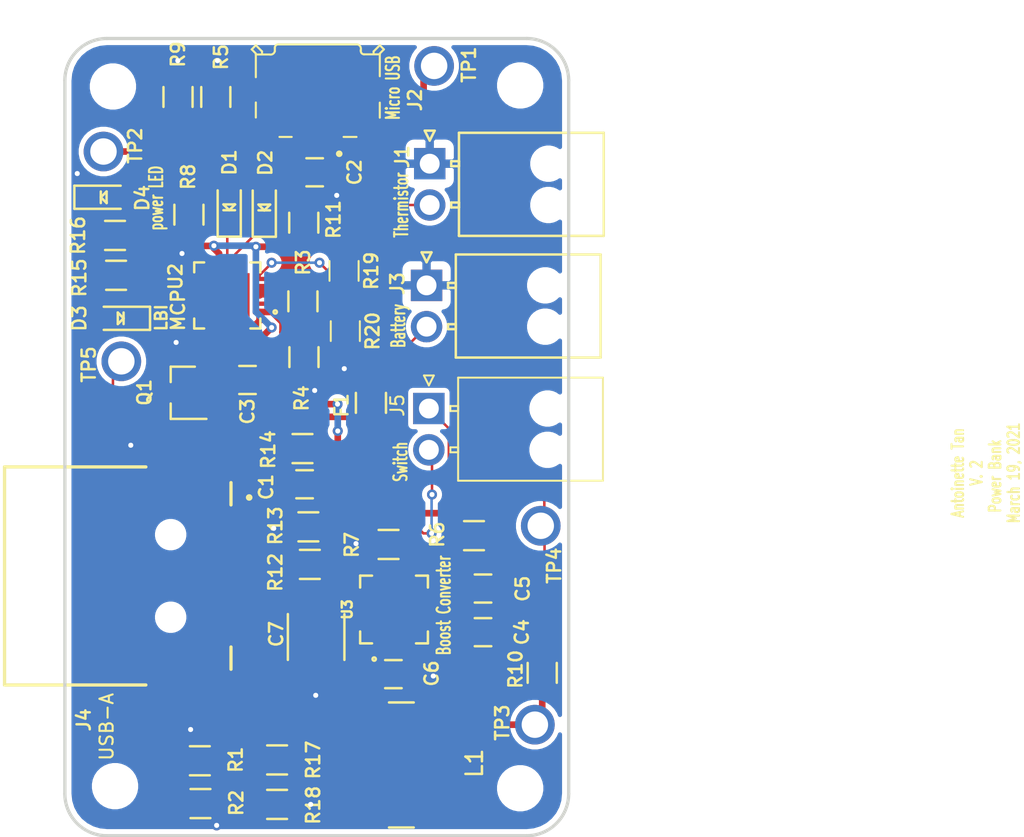
<source format=kicad_pcb>
(kicad_pcb (version 20171130) (host pcbnew 5.1.9-73d0e3b20d~88~ubuntu20.04.1)

  (general
    (thickness 1.6)
    (drawings 18)
    (tracks 340)
    (zones 0)
    (modules 50)
    (nets 31)
  )

  (page A4)
  (layers
    (0 F.Cu signal)
    (31 B.Cu signal hide)
    (32 B.Adhes user)
    (33 F.Adhes user)
    (34 B.Paste user)
    (35 F.Paste user)
    (36 B.SilkS user)
    (37 F.SilkS user)
    (38 B.Mask user hide)
    (39 F.Mask user)
    (40 Dwgs.User user)
    (41 Cmts.User user)
    (42 Eco1.User user)
    (43 Eco2.User user)
    (44 Edge.Cuts user)
    (45 Margin user)
    (46 B.CrtYd user)
    (47 F.CrtYd user)
    (48 B.Fab user)
    (49 F.Fab user hide)
  )

  (setup
    (last_trace_width 0.1524)
    (user_trace_width 0.15)
    (user_trace_width 0.25)
    (user_trace_width 0.4)
    (trace_clearance 0.1524)
    (zone_clearance 0.3)
    (zone_45_only no)
    (trace_min 0.15)
    (via_size 0.6096)
    (via_drill 0.3048)
    (via_min_size 0.35)
    (via_min_drill 0.2)
    (user_via 0.8 0.4)
    (uvia_size 0.3)
    (uvia_drill 0.1)
    (uvias_allowed no)
    (uvia_min_size 0.2)
    (uvia_min_drill 0.1)
    (edge_width 0.1)
    (segment_width 0.2)
    (pcb_text_width 0.3)
    (pcb_text_size 1.5 1.5)
    (mod_edge_width 0.15)
    (mod_text_size 1 1)
    (mod_text_width 0.15)
    (pad_size 1.524 1.524)
    (pad_drill 0.762)
    (pad_to_mask_clearance 0)
    (aux_axis_origin 0 0)
    (visible_elements FFFFFF7F)
    (pcbplotparams
      (layerselection 0x010fc_ffffffff)
      (usegerberextensions true)
      (usegerberattributes false)
      (usegerberadvancedattributes true)
      (creategerberjobfile false)
      (excludeedgelayer true)
      (linewidth 0.100000)
      (plotframeref false)
      (viasonmask false)
      (mode 1)
      (useauxorigin false)
      (hpglpennumber 1)
      (hpglpenspeed 20)
      (hpglpendiameter 15.000000)
      (psnegative false)
      (psa4output false)
      (plotreference true)
      (plotvalue true)
      (plotinvisibletext false)
      (padsonsilk false)
      (subtractmaskfromsilk false)
      (outputformat 1)
      (mirror false)
      (drillshape 0)
      (scaleselection 1)
      (outputdirectory "Gerb_new/"))
  )

  (net 0 "")
  (net 1 GND)
  (net 2 +5V)
  (net 3 VBUS)
  (net 4 /Battery+)
  (net 5 +BATT)
  (net 6 "Net-(D1-Pad1)")
  (net 7 "Net-(D1-Pad2)")
  (net 8 "Net-(D2-Pad2)")
  (net 9 "Net-(D2-Pad1)")
  (net 10 "Net-(D3-Pad1)")
  (net 11 "Net-(D3-Pad2)")
  (net 12 "Net-(D4-Pad2)")
  (net 13 "Net-(F1-Pad1)")
  (net 14 "Net-(J2-Pad4)")
  (net 15 "Net-(J2-Pad3)")
  (net 16 "Net-(J2-Pad2)")
  (net 17 "Net-(J4-Pad03)")
  (net 18 "Net-(J4-Pad02)")
  (net 19 "Net-(Q1-Pad1)")
  (net 20 "Net-(R3-Pad2)")
  (net 21 "Net-(R5-Pad1)")
  (net 22 "Net-(R6-Pad2)")
  (net 23 "Net-(R9-Pad1)")
  (net 24 "Net-(R12-Pad2)")
  (net 25 "Net-(U2-Pad6)")
  (net 26 "Net-(J5-Pad1)")
  (net 27 /switch)
  (net 28 /10KThermistor)
  (net 29 "Net-(L1-Pad1)")
  (net 30 "Net-(R19-Pad2)")

  (net_class Default "This is the default net class."
    (clearance 0.1524)
    (trace_width 0.1524)
    (via_dia 0.6096)
    (via_drill 0.3048)
    (uvia_dia 0.3)
    (uvia_drill 0.1)
    (add_net +5V)
    (add_net +BATT)
    (add_net /10KThermistor)
    (add_net /Battery+)
    (add_net /switch)
    (add_net GND)
    (add_net "Net-(D1-Pad1)")
    (add_net "Net-(D1-Pad2)")
    (add_net "Net-(D2-Pad1)")
    (add_net "Net-(D2-Pad2)")
    (add_net "Net-(D3-Pad1)")
    (add_net "Net-(D3-Pad2)")
    (add_net "Net-(D4-Pad2)")
    (add_net "Net-(F1-Pad1)")
    (add_net "Net-(J2-Pad2)")
    (add_net "Net-(J2-Pad3)")
    (add_net "Net-(J2-Pad4)")
    (add_net "Net-(J4-Pad02)")
    (add_net "Net-(J4-Pad03)")
    (add_net "Net-(J5-Pad1)")
    (add_net "Net-(L1-Pad1)")
    (add_net "Net-(Q1-Pad1)")
    (add_net "Net-(R12-Pad2)")
    (add_net "Net-(R19-Pad2)")
    (add_net "Net-(R3-Pad2)")
    (add_net "Net-(R5-Pad1)")
    (add_net "Net-(R6-Pad2)")
    (add_net "Net-(R9-Pad1)")
    (add_net "Net-(U2-Pad6)")
    (add_net VBUS)
  )

  (module footprints:C_1812_4532Metric (layer F.Cu) (tedit 5B301BBE) (tstamp 606F86C6)
    (at 85.3186 65.9638 270)
    (descr "Capacitor SMD 1812 (4532 Metric), square (rectangular) end terminal, IPC_7351 nominal, (Body size source: https://www.nikhef.nl/pub/departments/mt/projects/detectorR_D/dtddice/ERJ2G.pdf), generated with kicad-footprint-generator")
    (tags capacitor)
    (path /5FBD94B6)
    (attr smd)
    (fp_text reference C7 (at -0.1778 2.413 90) (layer F.SilkS)
      (effects (font (size 0.8 0.8) (thickness 0.15)))
    )
    (fp_text value C_100uF (at 0 2.65 90) (layer F.Fab)
      (effects (font (size 1 1) (thickness 0.15)))
    )
    (fp_line (start 2.95 1.95) (end -2.95 1.95) (layer F.CrtYd) (width 0.05))
    (fp_line (start 2.95 -1.95) (end 2.95 1.95) (layer F.CrtYd) (width 0.05))
    (fp_line (start -2.95 -1.95) (end 2.95 -1.95) (layer F.CrtYd) (width 0.05))
    (fp_line (start -2.95 1.95) (end -2.95 -1.95) (layer F.CrtYd) (width 0.05))
    (fp_line (start -1.386252 1.71) (end 1.386252 1.71) (layer F.SilkS) (width 0.15))
    (fp_line (start -1.386252 -1.71) (end 1.386252 -1.71) (layer F.SilkS) (width 0.15))
    (fp_line (start 2.25 1.6) (end -2.25 1.6) (layer F.Fab) (width 0.1))
    (fp_line (start 2.25 -1.6) (end 2.25 1.6) (layer F.Fab) (width 0.1))
    (fp_line (start -2.25 -1.6) (end 2.25 -1.6) (layer F.Fab) (width 0.1))
    (fp_line (start -2.25 1.6) (end -2.25 -1.6) (layer F.Fab) (width 0.1))
    (fp_text user %R (at 0 0 90) (layer F.Fab)
      (effects (font (size 1 1) (thickness 0.15)))
    )
    (pad 2 smd roundrect (at 2.1375 0 270) (size 1.125 3.4) (layers F.Cu F.Paste F.Mask) (roundrect_rratio 0.2222204444444444)
      (net 1 GND))
    (pad 1 smd roundrect (at -2.1375 0 270) (size 1.125 3.4) (layers F.Cu F.Paste F.Mask) (roundrect_rratio 0.2222204444444444)
      (net 2 +5V))
    (model ${KISYS3DMOD}/Capacitor_SMD.3dshapes/C_1812_4532Metric.wrl
      (at (xyz 0 0 0))
      (scale (xyz 1 1 1))
      (rotate (xyz 0 0 0))
    )
  )

  (module formula:MountingHole_2.2mm_M2 (layer F.Cu) (tedit 56D1B4CB) (tstamp 6054B14A)
    (at 73.152 74.9935)
    (descr "Mounting Hole 2.2mm, no annular, M2")
    (tags "mounting hole 2.2mm no annular m2")
    (attr virtual)
    (fp_text reference REF** (at -6.985 -0.8255) (layer F.SilkS) hide
      (effects (font (size 1 1) (thickness 0.15)))
    )
    (fp_text value MountingHole_2.2mm_M2 (at 0 3.2) (layer F.Fab)
      (effects (font (size 1 1) (thickness 0.15)))
    )
    (fp_circle (center 0 0) (end 2.2 0) (layer Cmts.User) (width 0.15))
    (fp_circle (center 0 0) (end 2.45 0) (layer F.CrtYd) (width 0.05))
    (fp_text user %R (at 0.508 0.762) (layer F.Fab)
      (effects (font (size 1 1) (thickness 0.15)))
    )
    (pad 1 np_thru_hole circle (at 0 0) (size 2.2 2.2) (drill 2.2) (layers *.Cu *.Mask))
  )

  (module formula:MountingHole_2.2mm_M2 (layer F.Cu) (tedit 56D1B4CB) (tstamp 6054B14A)
    (at 97.663 75.1205)
    (descr "Mounting Hole 2.2mm, no annular, M2")
    (tags "mounting hole 2.2mm no annular m2")
    (attr virtual)
    (fp_text reference R (at 6.35 0.0635) (layer F.SilkS) hide
      (effects (font (size 1 1) (thickness 0.15)))
    )
    (fp_text value MountingHole_2.2mm_M2 (at 0 3.2) (layer F.Fab)
      (effects (font (size 1 1) (thickness 0.15)))
    )
    (fp_circle (center 0 0) (end 2.2 0) (layer Cmts.User) (width 0.15))
    (fp_circle (center 0 0) (end 2.45 0) (layer F.CrtYd) (width 0.05))
    (fp_text user %R (at 0.508 0.762) (layer F.Fab)
      (effects (font (size 1 1) (thickness 0.15)))
    )
    (pad 1 np_thru_hole circle (at 0 0) (size 2.2 2.2) (drill 2.2) (layers *.Cu *.Mask))
  )

  (module formula:MountingHole_2.2mm_M2 (layer F.Cu) (tedit 56D1B4CB) (tstamp 6054A360)
    (at 97.663 32.5755)
    (descr "Mounting Hole 2.2mm, no annular, M2")
    (tags "mounting hole 2.2mm no annular m2")
    (attr virtual)
    (fp_text reference REF** (at -0.381 -5.7785) (layer F.SilkS) hide
      (effects (font (size 1 1) (thickness 0.15)))
    )
    (fp_text value MountingHole_2.2mm_M2 (at 0 3.2) (layer F.Fab)
      (effects (font (size 1 1) (thickness 0.15)))
    )
    (fp_circle (center 0 0) (end 2.2 0) (layer Cmts.User) (width 0.15))
    (fp_circle (center 0 0) (end 2.45 0) (layer F.CrtYd) (width 0.05))
    (fp_text user %R (at 0.508 0.762) (layer F.Fab)
      (effects (font (size 1 1) (thickness 0.15)))
    )
    (pad 1 np_thru_hole circle (at 0 0) (size 2.2 2.2) (drill 2.2) (layers *.Cu *.Mask))
  )

  (module formula:MountingHole_2.2mm_M2 (layer F.Cu) (tedit 56D1B4CB) (tstamp 6054A2F6)
    (at 73.025 32.639)
    (descr "Mounting Hole 2.2mm, no annular, M2")
    (tags "mounting hole 2.2mm no annular m2")
    (attr virtual)
    (fp_text reference REF** (at -0.3175 -4.445) (layer F.SilkS) hide
      (effects (font (size 1 1) (thickness 0.15)))
    )
    (fp_text value MountingHole_2.2mm_M2 (at 0 3.2) (layer F.Fab)
      (effects (font (size 1 1) (thickness 0.15)))
    )
    (fp_circle (center 0 0) (end 2.2 0) (layer Cmts.User) (width 0.15))
    (fp_circle (center 0 0) (end 2.45 0) (layer F.CrtYd) (width 0.05))
    (fp_text user %R (at 0.381 0) (layer F.Fab)
      (effects (font (size 1 1) (thickness 0.15)))
    )
    (pad 1 np_thru_hole circle (at 0 0) (size 2.2 2.2) (drill 2.2) (layers *.Cu *.Mask))
  )

  (module footprints:R_0805_OEM (layer F.Cu) (tedit 5C3D844D) (tstamp 602B1F8F)
    (at 73.2155 44.069)
    (descr "Resistor SMD 0805, reflow soldering, Vishay (see dcrcw.pdf)")
    (tags "resistor 0805")
    (path /6036A43B)
    (attr smd)
    (fp_text reference R15 (at -2.2225 0.1524 90) (layer F.SilkS)
      (effects (font (size 0.8 0.8) (thickness 0.15)))
    )
    (fp_text value R_330 (at 0 1.75) (layer F.Fab) hide
      (effects (font (size 1 1) (thickness 0.15)))
    )
    (fp_line (start -1 0.62) (end -1 -0.62) (layer F.Fab) (width 0.1))
    (fp_line (start 1 0.62) (end -1 0.62) (layer F.Fab) (width 0.1))
    (fp_line (start 1 -0.62) (end 1 0.62) (layer F.Fab) (width 0.1))
    (fp_line (start -1 -0.62) (end 1 -0.62) (layer F.Fab) (width 0.1))
    (fp_line (start 0.6 0.88) (end -0.6 0.88) (layer F.SilkS) (width 0.15))
    (fp_line (start -0.6 -0.88) (end 0.6 -0.88) (layer F.SilkS) (width 0.15))
    (fp_line (start -1.55 -0.9) (end 1.55 -0.9) (layer F.CrtYd) (width 0.05))
    (fp_line (start -1.55 -0.9) (end -1.55 0.9) (layer F.CrtYd) (width 0.05))
    (fp_line (start 1.55 0.9) (end 1.55 -0.9) (layer F.CrtYd) (width 0.05))
    (fp_line (start 1.55 0.9) (end -1.55 0.9) (layer F.CrtYd) (width 0.05))
    (pad 2 smd rect (at 0.95 0) (size 0.7 1.3) (layers F.Cu F.Paste F.Mask)
      (net 11 "Net-(D3-Pad2)"))
    (pad 1 smd rect (at -0.95 0) (size 0.7 1.3) (layers F.Cu F.Paste F.Mask)
      (net 2 +5V))
    (model ${LOCAL_DIR}/OEM_Preferred_Parts/3DModels/R_0805_OEM/res0805.step
      (at (xyz 0 0 0))
      (scale (xyz 1 1 1))
      (rotate (xyz 0 0 0))
    )
    (model ${LOCAL_DIR}/OEM_Preferred_Parts/3DModels/R_0805_OEM/res0805.step
      (at (xyz 0 0 0))
      (scale (xyz 1 1 1))
      (rotate (xyz 0 0 0))
    )
  )

  (module footprints:R_0805_OEM (layer F.Cu) (tedit 5C3D844D) (tstamp 602B1F7F)
    (at 84.4931 54.5592)
    (descr "Resistor SMD 0805, reflow soldering, Vishay (see dcrcw.pdf)")
    (tags "resistor 0805")
    (path /5F943142)
    (attr smd)
    (fp_text reference R14 (at -2.0701 0.0635 90) (layer F.SilkS)
      (effects (font (size 0.8 0.8) (thickness 0.15)))
    )
    (fp_text value R_10K (at 0 1.75) (layer F.Fab) hide
      (effects (font (size 1 1) (thickness 0.15)))
    )
    (fp_line (start -1 0.62) (end -1 -0.62) (layer F.Fab) (width 0.1))
    (fp_line (start 1 0.62) (end -1 0.62) (layer F.Fab) (width 0.1))
    (fp_line (start 1 -0.62) (end 1 0.62) (layer F.Fab) (width 0.1))
    (fp_line (start -1 -0.62) (end 1 -0.62) (layer F.Fab) (width 0.1))
    (fp_line (start 0.6 0.88) (end -0.6 0.88) (layer F.SilkS) (width 0.15))
    (fp_line (start -0.6 -0.88) (end 0.6 -0.88) (layer F.SilkS) (width 0.15))
    (fp_line (start -1.55 -0.9) (end 1.55 -0.9) (layer F.CrtYd) (width 0.05))
    (fp_line (start -1.55 -0.9) (end -1.55 0.9) (layer F.CrtYd) (width 0.05))
    (fp_line (start 1.55 0.9) (end 1.55 -0.9) (layer F.CrtYd) (width 0.05))
    (fp_line (start 1.55 0.9) (end -1.55 0.9) (layer F.CrtYd) (width 0.05))
    (pad 2 smd rect (at 0.95 0) (size 0.7 1.3) (layers F.Cu F.Paste F.Mask)
      (net 19 "Net-(Q1-Pad1)"))
    (pad 1 smd rect (at -0.95 0) (size 0.7 1.3) (layers F.Cu F.Paste F.Mask)
      (net 2 +5V))
    (model ${LOCAL_DIR}/OEM_Preferred_Parts/3DModels/R_0805_OEM/res0805.step
      (at (xyz 0 0 0))
      (scale (xyz 1 1 1))
      (rotate (xyz 0 0 0))
    )
    (model ${LOCAL_DIR}/OEM_Preferred_Parts/3DModels/R_0805_OEM/res0805.step
      (at (xyz 0 0 0))
      (scale (xyz 1 1 1))
      (rotate (xyz 0 0 0))
    )
  )

  (module footprints:R_0805_OEM (layer F.Cu) (tedit 5C3D844D) (tstamp 602B1E9D)
    (at 94.869 59.8297 180)
    (descr "Resistor SMD 0805, reflow soldering, Vishay (see dcrcw.pdf)")
    (tags "resistor 0805")
    (path /5FC80133)
    (attr smd)
    (fp_text reference R6 (at 2.2225 0.0635 90) (layer F.SilkS)
      (effects (font (size 0.8 0.8) (thickness 0.15)))
    )
    (fp_text value R_1.87M (at 0 1.75) (layer F.Fab) hide
      (effects (font (size 1 1) (thickness 0.15)))
    )
    (fp_line (start -1 0.62) (end -1 -0.62) (layer F.Fab) (width 0.1))
    (fp_line (start 1 0.62) (end -1 0.62) (layer F.Fab) (width 0.1))
    (fp_line (start 1 -0.62) (end 1 0.62) (layer F.Fab) (width 0.1))
    (fp_line (start -1 -0.62) (end 1 -0.62) (layer F.Fab) (width 0.1))
    (fp_line (start 0.6 0.88) (end -0.6 0.88) (layer F.SilkS) (width 0.15))
    (fp_line (start -0.6 -0.88) (end 0.6 -0.88) (layer F.SilkS) (width 0.15))
    (fp_line (start -1.55 -0.9) (end 1.55 -0.9) (layer F.CrtYd) (width 0.05))
    (fp_line (start -1.55 -0.9) (end -1.55 0.9) (layer F.CrtYd) (width 0.05))
    (fp_line (start 1.55 0.9) (end 1.55 -0.9) (layer F.CrtYd) (width 0.05))
    (fp_line (start 1.55 0.9) (end -1.55 0.9) (layer F.CrtYd) (width 0.05))
    (pad 2 smd rect (at 0.95 0 180) (size 0.7 1.3) (layers F.Cu F.Paste F.Mask)
      (net 22 "Net-(R6-Pad2)"))
    (pad 1 smd rect (at -0.95 0 180) (size 0.7 1.3) (layers F.Cu F.Paste F.Mask)
      (net 5 +BATT))
    (model ${LOCAL_DIR}/OEM_Preferred_Parts/3DModels/R_0805_OEM/res0805.step
      (at (xyz 0 0 0))
      (scale (xyz 1 1 1))
      (rotate (xyz 0 0 0))
    )
    (model ${LOCAL_DIR}/OEM_Preferred_Parts/3DModels/R_0805_OEM/res0805.step
      (at (xyz 0 0 0))
      (scale (xyz 1 1 1))
      (rotate (xyz 0 0 0))
    )
  )

  (module footprints:tp_1.6mm (layer F.Cu) (tedit 5BB571C0) (tstamp 5FB055CD)
    (at 92.456 31.3944 270)
    (path /5F936478)
    (fp_text reference TP1 (at -0.0762 -2.1082 90) (layer F.SilkS)
      (effects (font (size 0.8 0.8) (thickness 0.15)))
    )
    (fp_text value TP (at -0.1524 -0.5 90) (layer F.Fab)
      (effects (font (size 1 1) (thickness 0.15)))
    )
    (pad 1 thru_hole circle (at 0 0 270) (size 2.4 2.4) (drill 1.6) (layers *.Cu *.Mask)
      (net 3 VBUS))
  )

  (module footprints:MCP73871T (layer F.Cu) (tedit 5F727E3E) (tstamp 5FB05620)
    (at 79.942499 45.2882 180)
    (path /5F9E9E16)
    (fp_text reference U2 (at 3.132899 1.143 90) (layer F.SilkS)
      (effects (font (size 0.8 0.8) (thickness 0.15)))
    )
    (fp_text value MCP73871T-2CCI_ML (at 7.666799 4.7244) (layer F.Fab)
      (effects (font (size 0.48 0.48) (thickness 0.015)))
    )
    (fp_poly (pts (xy -1.09 0.13) (xy -0.13 0.13) (xy -0.13 1.09) (xy -1.09 1.09)) (layer F.Paste) (width 0.01))
    (fp_poly (pts (xy 0.13 0.13) (xy 1.09 0.13) (xy 1.09 1.09) (xy 0.13 1.09)) (layer F.Paste) (width 0.01))
    (fp_poly (pts (xy 0.13 -1.09) (xy 1.09 -1.09) (xy 1.09 -0.13) (xy 0.13 -0.13)) (layer F.Paste) (width 0.01))
    (fp_poly (pts (xy -1.09 -1.09) (xy -0.13 -1.09) (xy -0.13 -0.13) (xy -1.09 -0.13)) (layer F.Paste) (width 0.01))
    (fp_circle (center -2.9 -1) (end -2.8 -1) (layer F.SilkS) (width 0.15))
    (fp_circle (center -2.9 -1) (end -2.8 -1) (layer F.Fab) (width 0.2))
    (fp_line (start 2.25 1.38) (end 2.25 2.25) (layer F.CrtYd) (width 0.05))
    (fp_line (start 2.61 1.38) (end 2.25 1.38) (layer F.CrtYd) (width 0.05))
    (fp_line (start 2.61 -1.38) (end 2.61 1.38) (layer F.CrtYd) (width 0.05))
    (fp_line (start 2.25 -1.38) (end 2.61 -1.38) (layer F.CrtYd) (width 0.05))
    (fp_line (start 2.25 -2.25) (end 2.25 -1.38) (layer F.CrtYd) (width 0.05))
    (fp_line (start -1.38 2.25) (end -2.25 2.25) (layer F.CrtYd) (width 0.05))
    (fp_line (start -1.38 2.61) (end -1.38 2.25) (layer F.CrtYd) (width 0.05))
    (fp_line (start 1.38 2.61) (end -1.38 2.61) (layer F.CrtYd) (width 0.05))
    (fp_line (start 1.38 2.25) (end 1.38 2.61) (layer F.CrtYd) (width 0.05))
    (fp_line (start 2.25 2.25) (end 1.38 2.25) (layer F.CrtYd) (width 0.05))
    (fp_line (start -2.25 -1.38) (end -2.25 -2.25) (layer F.CrtYd) (width 0.05))
    (fp_line (start -2.61 -1.38) (end -2.25 -1.38) (layer F.CrtYd) (width 0.05))
    (fp_line (start -2.61 1.38) (end -2.61 -1.38) (layer F.CrtYd) (width 0.05))
    (fp_line (start -2.25 1.38) (end -2.61 1.38) (layer F.CrtYd) (width 0.05))
    (fp_line (start -2.25 2.25) (end -2.25 1.38) (layer F.CrtYd) (width 0.05))
    (fp_line (start 1.38 -2.25) (end 2.25 -2.25) (layer F.CrtYd) (width 0.05))
    (fp_line (start 1.38 -2.61) (end 1.38 -2.25) (layer F.CrtYd) (width 0.05))
    (fp_line (start -1.38 -2.61) (end 1.38 -2.61) (layer F.CrtYd) (width 0.05))
    (fp_line (start -1.38 -2.25) (end -1.38 -2.61) (layer F.CrtYd) (width 0.05))
    (fp_line (start -2.25 -2.25) (end -1.38 -2.25) (layer F.CrtYd) (width 0.05))
    (fp_line (start 2 2) (end 2 1.4) (layer F.SilkS) (width 0.15))
    (fp_line (start 1.4 2) (end 2 2) (layer F.SilkS) (width 0.15))
    (fp_line (start -2 2) (end -1.4 2) (layer F.SilkS) (width 0.15))
    (fp_line (start -2 1.4) (end -2 2) (layer F.SilkS) (width 0.15))
    (fp_line (start 2 -2) (end 2 -1.4) (layer F.SilkS) (width 0.15))
    (fp_line (start 1.4 -2) (end 2 -2) (layer F.SilkS) (width 0.15))
    (fp_line (start -2 -2) (end -2 -1.4) (layer F.SilkS) (width 0.15))
    (fp_line (start -1.4 -2) (end -2 -2) (layer F.SilkS) (width 0.15))
    (fp_line (start 2 2) (end -2 2) (layer F.Fab) (width 0.127))
    (fp_line (start 2 -2) (end 2 2) (layer F.Fab) (width 0.127))
    (fp_line (start -2 -2) (end 2 -2) (layer F.Fab) (width 0.127))
    (fp_line (start -2 2) (end -2 -2) (layer F.Fab) (width 0.127))
    (pad 21 smd rect (at 0 0 180) (size 2.7 2.7) (layers F.Cu F.Mask)
      (net 1 GND))
    (pad 20 smd rect (at -1 -1.955 180) (size 0.26 0.81) (layers F.Cu F.Paste F.Mask)
      (net 5 +BATT))
    (pad 19 smd rect (at -0.5 -1.955 180) (size 0.26 0.81) (layers F.Cu F.Paste F.Mask)
      (net 3 VBUS))
    (pad 18 smd rect (at 0 -1.955 180) (size 0.26 0.81) (layers F.Cu F.Paste F.Mask)
      (net 3 VBUS))
    (pad 17 smd rect (at 0.5 -1.955 180) (size 0.26 0.81) (layers F.Cu F.Paste F.Mask)
      (net 3 VBUS))
    (pad 16 smd rect (at 1 -1.955 180) (size 0.26 0.81) (layers F.Cu F.Paste F.Mask)
      (net 4 /Battery+))
    (pad 15 smd rect (at 1.955 -1 180) (size 0.81 0.26) (layers F.Cu F.Paste F.Mask)
      (net 4 /Battery+))
    (pad 14 smd rect (at 1.955 -0.5 180) (size 0.81 0.26) (layers F.Cu F.Paste F.Mask)
      (net 4 /Battery+))
    (pad 13 smd rect (at 1.955 0 180) (size 0.81 0.26) (layers F.Cu F.Paste F.Mask)
      (net 23 "Net-(R9-Pad1)"))
    (pad 12 smd rect (at 1.955 0.5 180) (size 0.81 0.26) (layers F.Cu F.Paste F.Mask)
      (net 21 "Net-(R5-Pad1)"))
    (pad 11 smd rect (at 1.955 1 180) (size 0.81 0.26) (layers F.Cu F.Paste F.Mask)
      (net 1 GND))
    (pad 10 smd rect (at 1 1.955 180) (size 0.26 0.81) (layers F.Cu F.Paste F.Mask)
      (net 1 GND))
    (pad 9 smd rect (at 0.5 1.955 180) (size 0.26 0.81) (layers F.Cu F.Paste F.Mask)
      (net 3 VBUS))
    (pad 8 smd rect (at 0 1.955 180) (size 0.26 0.81) (layers F.Cu F.Paste F.Mask)
      (net 6 "Net-(D1-Pad1)"))
    (pad 7 smd rect (at -0.5 1.955 180) (size 0.26 0.81) (layers F.Cu F.Paste F.Mask)
      (net 9 "Net-(D2-Pad1)"))
    (pad 6 smd rect (at -1 1.955 180) (size 0.26 0.81) (layers F.Cu F.Paste F.Mask)
      (net 25 "Net-(U2-Pad6)"))
    (pad 5 smd rect (at -1.955 1 180) (size 0.81 0.26) (layers F.Cu F.Paste F.Mask)
      (net 30 "Net-(R19-Pad2)"))
    (pad 4 smd rect (at -1.955 0.5 180) (size 0.81 0.26) (layers F.Cu F.Paste F.Mask)
      (net 3 VBUS))
    (pad 3 smd rect (at -1.955 0 180) (size 0.81 0.26) (layers F.Cu F.Paste F.Mask)
      (net 3 VBUS))
    (pad 2 smd rect (at -1.955 -0.5 180) (size 0.81 0.26) (layers F.Cu F.Paste F.Mask)
      (net 20 "Net-(R3-Pad2)"))
    (pad 1 smd rect (at -1.955 -1 180) (size 0.81 0.26) (layers F.Cu F.Paste F.Mask)
      (net 5 +BATT))
  )

  (module footprints:R_0805_OEM (layer F.Cu) (tedit 5C3D844D) (tstamp 5FB05558)
    (at 84.5693 40.8838 90)
    (descr "Resistor SMD 0805, reflow soldering, Vishay (see dcrcw.pdf)")
    (tags "resistor 0805")
    (path /5F9FB8C1)
    (attr smd)
    (fp_text reference R11 (at 0.193 1.8034 90) (layer F.SilkS)
      (effects (font (size 0.8 0.8) (thickness 0.15)))
    )
    (fp_text value R_1K (at 0 1.75 90) (layer F.Fab) hide
      (effects (font (size 1 1) (thickness 0.15)))
    )
    (fp_line (start 1.55 0.9) (end -1.55 0.9) (layer F.CrtYd) (width 0.05))
    (fp_line (start 1.55 0.9) (end 1.55 -0.9) (layer F.CrtYd) (width 0.05))
    (fp_line (start -1.55 -0.9) (end -1.55 0.9) (layer F.CrtYd) (width 0.05))
    (fp_line (start -1.55 -0.9) (end 1.55 -0.9) (layer F.CrtYd) (width 0.05))
    (fp_line (start -0.6 -0.88) (end 0.6 -0.88) (layer F.SilkS) (width 0.15))
    (fp_line (start 0.6 0.88) (end -0.6 0.88) (layer F.SilkS) (width 0.15))
    (fp_line (start -1 -0.62) (end 1 -0.62) (layer F.Fab) (width 0.1))
    (fp_line (start 1 -0.62) (end 1 0.62) (layer F.Fab) (width 0.1))
    (fp_line (start 1 0.62) (end -1 0.62) (layer F.Fab) (width 0.1))
    (fp_line (start -1 0.62) (end -1 -0.62) (layer F.Fab) (width 0.1))
    (pad 2 smd rect (at 0.95 0 90) (size 0.7 1.3) (layers F.Cu F.Paste F.Mask)
      (net 8 "Net-(D2-Pad2)"))
    (pad 1 smd rect (at -0.95 0 90) (size 0.7 1.3) (layers F.Cu F.Paste F.Mask)
      (net 3 VBUS))
    (model ${LOCAL_DIR}/OEM_Preferred_Parts/3DModels/R_0805_OEM/res0805.step
      (at (xyz 0 0 0))
      (scale (xyz 1 1 1))
      (rotate (xyz 0 0 0))
    )
    (model ${LOCAL_DIR}/OEM_Preferred_Parts/3DModels/R_0805_OEM/res0805.step
      (at (xyz 0 0 0))
      (scale (xyz 1 1 1))
      (rotate (xyz 0 0 0))
    )
  )

  (module footprints:R_0805_OEM (layer F.Cu) (tedit 5C3D844D) (tstamp 5FB054F8)
    (at 79.248 33.274 90)
    (descr "Resistor SMD 0805, reflow soldering, Vishay (see dcrcw.pdf)")
    (tags "resistor 0805")
    (path /5FA06FD7)
    (attr smd)
    (fp_text reference R5 (at 2.413 0.3175 90) (layer F.SilkS)
      (effects (font (size 0.8 0.8) (thickness 0.15)))
    )
    (fp_text value R_100K (at 0 1.75 90) (layer F.Fab) hide
      (effects (font (size 1 1) (thickness 0.15)))
    )
    (fp_line (start -1 0.62) (end -1 -0.62) (layer F.Fab) (width 0.1))
    (fp_line (start 1 0.62) (end -1 0.62) (layer F.Fab) (width 0.1))
    (fp_line (start 1 -0.62) (end 1 0.62) (layer F.Fab) (width 0.1))
    (fp_line (start -1 -0.62) (end 1 -0.62) (layer F.Fab) (width 0.1))
    (fp_line (start 0.6 0.88) (end -0.6 0.88) (layer F.SilkS) (width 0.15))
    (fp_line (start -0.6 -0.88) (end 0.6 -0.88) (layer F.SilkS) (width 0.15))
    (fp_line (start -1.55 -0.9) (end 1.55 -0.9) (layer F.CrtYd) (width 0.05))
    (fp_line (start -1.55 -0.9) (end -1.55 0.9) (layer F.CrtYd) (width 0.05))
    (fp_line (start 1.55 0.9) (end 1.55 -0.9) (layer F.CrtYd) (width 0.05))
    (fp_line (start 1.55 0.9) (end -1.55 0.9) (layer F.CrtYd) (width 0.05))
    (pad 1 smd rect (at -0.95 0 90) (size 0.7 1.3) (layers F.Cu F.Paste F.Mask)
      (net 21 "Net-(R5-Pad1)"))
    (pad 2 smd rect (at 0.95 0 90) (size 0.7 1.3) (layers F.Cu F.Paste F.Mask)
      (net 1 GND))
    (model ${LOCAL_DIR}/OEM_Preferred_Parts/3DModels/R_0805_OEM/res0805.step
      (at (xyz 0 0 0))
      (scale (xyz 1 1 1))
      (rotate (xyz 0 0 0))
    )
    (model ${LOCAL_DIR}/OEM_Preferred_Parts/3DModels/R_0805_OEM/res0805.step
      (at (xyz 0 0 0))
      (scale (xyz 1 1 1))
      (rotate (xyz 0 0 0))
    )
  )

  (module footprints:TPS61090RSAR (layer F.Cu) (tedit 5FB71EA7) (tstamp 5FB05658)
    (at 90.0303 64.3001 90)
    (path /5F93A0E2)
    (fp_text reference U3 (at 0 -2.8321 90) (layer F.SilkS)
      (effects (font (size 0.6 0.6) (thickness 0.15)))
    )
    (fp_text value TPS61090RSAR (at 0.5588 9.7536 90) (layer F.Fab)
      (effects (font (size 1.00111 1.00111) (thickness 0.015)))
    )
    (fp_line (start 2.05 -1.33) (end 2.05 -2.05) (layer F.SilkS) (width 0.15))
    (fp_line (start 1.33 2.05) (end 2.05 2.05) (layer F.SilkS) (width 0.15))
    (fp_line (start -1.33 -2.05) (end -2.05 -2.05) (layer F.SilkS) (width 0.15))
    (fp_line (start -2.05 2.05) (end -1.33 2.05) (layer F.SilkS) (width 0.15))
    (fp_line (start 2.05 2.05) (end 2.05 1.33) (layer F.SilkS) (width 0.15))
    (fp_line (start 2.05 -2.05) (end 1.33 -2.05) (layer F.SilkS) (width 0.15))
    (fp_line (start -2.05 -2.05) (end -2.05 -1.33) (layer F.SilkS) (width 0.15))
    (fp_line (start -2.05 1.33) (end -2.05 2.05) (layer F.SilkS) (width 0.15))
    (fp_line (start -2.05 2.05) (end 2.05 2.05) (layer F.Fab) (width 0.127))
    (fp_line (start 2.05 2.05) (end 2.05 -2.05) (layer F.Fab) (width 0.127))
    (fp_line (start 2.05 -2.05) (end -2.05 -2.05) (layer F.Fab) (width 0.127))
    (fp_line (start -2.05 -2.05) (end -2.05 2.05) (layer F.Fab) (width 0.127))
    (fp_poly (pts (xy -0.853372 -0.853) (xy 0.853 -0.853) (xy 0.853 0.853372) (xy -0.853372 0.853372)) (layer F.Paste) (width 0.01))
    (fp_circle (center -3 -1.2) (end -2.9 -1.2) (layer F.SilkS) (width 0.15))
    (fp_circle (center -3 -1.2) (end -2.9 -1.2) (layer F.Fab) (width 0.2))
    (pad 1 smd rect (at -1.955 -0.975 90) (size 0.81 0.34) (layers F.Cu F.Paste F.Mask)
      (net 2 +5V))
    (pad 2 smd rect (at -1.955 -0.325 90) (size 0.81 0.34) (layers F.Cu F.Paste F.Mask))
    (pad 3 smd rect (at -1.955 0.325 90) (size 0.81 0.34) (layers F.Cu F.Paste F.Mask)
      (net 29 "Net-(L1-Pad1)"))
    (pad 4 smd rect (at -1.955 0.975 90) (size 0.81 0.34) (layers F.Cu F.Paste F.Mask)
      (net 29 "Net-(L1-Pad1)"))
    (pad 5 smd rect (at -0.975 1.955 90) (size 0.34 0.81) (layers F.Cu F.Paste F.Mask)
      (net 1 GND))
    (pad 6 smd rect (at -0.325 1.955 90) (size 0.34 0.81) (layers F.Cu F.Paste F.Mask)
      (net 1 GND))
    (pad 7 smd rect (at 0.325 1.955 90) (size 0.34 0.81) (layers F.Cu F.Paste F.Mask)
      (net 1 GND))
    (pad 8 smd rect (at 0.975 1.955 90) (size 0.34 0.81) (layers F.Cu F.Paste F.Mask)
      (net 5 +BATT))
    (pad 9 smd rect (at 1.955 0.975 90) (size 0.81 0.34) (layers F.Cu F.Paste F.Mask)
      (net 22 "Net-(R6-Pad2)"))
    (pad 10 smd rect (at 1.955 0.325 90) (size 0.81 0.34) (layers F.Cu F.Paste F.Mask)
      (net 1 GND))
    (pad 11 smd rect (at 1.955 -0.325 90) (size 0.81 0.34) (layers F.Cu F.Paste F.Mask)
      (net 27 /switch))
    (pad 12 smd rect (at 1.955 -0.975 90) (size 0.81 0.34) (layers F.Cu F.Paste F.Mask)
      (net 19 "Net-(Q1-Pad1)"))
    (pad 13 smd rect (at 0.975 -1.955 90) (size 0.34 0.81) (layers F.Cu F.Paste F.Mask)
      (net 1 GND))
    (pad 14 smd rect (at 0.325 -1.955 90) (size 0.34 0.81) (layers F.Cu F.Paste F.Mask)
      (net 24 "Net-(R12-Pad2)"))
    (pad 15 smd rect (at -0.325 -1.955 90) (size 0.34 0.81) (layers F.Cu F.Paste F.Mask)
      (net 2 +5V))
    (pad 16 smd rect (at -0.975 -1.955 90) (size 0.34 0.81) (layers F.Cu F.Paste F.Mask)
      (net 2 +5V))
    (pad 17 smd rect (at 0 0 90) (size 2.7 2.7) (layers F.Cu F.Mask)
      (net 1 GND))
  )

  (module footprints:C_0805_OEM (layer F.Cu) (tedit 5C3D8347) (tstamp 5FB05335)
    (at 84.6201 56.7182)
    (descr "Capacitor SMD 0805, reflow soldering, AVX (see smccp.pdf)")
    (tags "capacitor 0805")
    (path /5F924127)
    (attr smd)
    (fp_text reference C1 (at -2.3241 0.1651 90) (layer F.SilkS)
      (effects (font (size 0.8 0.8) (thickness 0.15)))
    )
    (fp_text value C_10uF (at 0 1.75) (layer F.Fab) hide
      (effects (font (size 1 1) (thickness 0.15)))
    )
    (fp_line (start 1.75 0.87) (end -1.75 0.87) (layer F.CrtYd) (width 0.05))
    (fp_line (start 1.75 0.87) (end 1.75 -0.88) (layer F.CrtYd) (width 0.05))
    (fp_line (start -1.75 -0.88) (end -1.75 0.87) (layer F.CrtYd) (width 0.05))
    (fp_line (start -1.75 -0.88) (end 1.75 -0.88) (layer F.CrtYd) (width 0.05))
    (fp_line (start -0.5 0.85) (end 0.5 0.85) (layer F.SilkS) (width 0.15))
    (fp_line (start 0.5 -0.85) (end -0.5 -0.85) (layer F.SilkS) (width 0.15))
    (fp_line (start -1 -0.62) (end 1 -0.62) (layer F.Fab) (width 0.1))
    (fp_line (start 1 -0.62) (end 1 0.62) (layer F.Fab) (width 0.1))
    (fp_line (start 1 0.62) (end -1 0.62) (layer F.Fab) (width 0.1))
    (fp_line (start -1 0.62) (end -1 -0.62) (layer F.Fab) (width 0.1))
    (pad 2 smd rect (at 1 0) (size 1 1.25) (layers F.Cu F.Paste F.Mask)
      (net 1 GND))
    (pad 1 smd rect (at -1 0) (size 1 1.25) (layers F.Cu F.Paste F.Mask)
      (net 2 +5V))
    (model ${LOCAL_DIR}/OEM_Preferred_Parts/3DModels/C_0805_OEM/C_0805.step
      (at (xyz 0 0 0))
      (scale (xyz 1 1 1))
      (rotate (xyz 0 0 0))
    )
    (model ${LOCAL_DIR}/OEM_Preferred_Parts/3DModels/C_0805_OEM/C_0805.step
      (at (xyz 0 0 0))
      (scale (xyz 1 1 1))
      (rotate (xyz 0 0 0))
    )
  )

  (module footprints:C_0805_OEM (layer F.Cu) (tedit 5C3D8347) (tstamp 5FB05345)
    (at 85.2297 37.8333)
    (descr "Capacitor SMD 0805, reflow soldering, AVX (see smccp.pdf)")
    (tags "capacitor 0805")
    (path /5F92E826)
    (attr smd)
    (fp_text reference C2 (at 2.413 0 90) (layer F.SilkS)
      (effects (font (size 0.8 0.8) (thickness 0.15)))
    )
    (fp_text value C_10uF (at 0 1.75) (layer F.Fab) hide
      (effects (font (size 1 1) (thickness 0.15)))
    )
    (fp_line (start -1 0.62) (end -1 -0.62) (layer F.Fab) (width 0.1))
    (fp_line (start 1 0.62) (end -1 0.62) (layer F.Fab) (width 0.1))
    (fp_line (start 1 -0.62) (end 1 0.62) (layer F.Fab) (width 0.1))
    (fp_line (start -1 -0.62) (end 1 -0.62) (layer F.Fab) (width 0.1))
    (fp_line (start 0.5 -0.85) (end -0.5 -0.85) (layer F.SilkS) (width 0.15))
    (fp_line (start -0.5 0.85) (end 0.5 0.85) (layer F.SilkS) (width 0.15))
    (fp_line (start -1.75 -0.88) (end 1.75 -0.88) (layer F.CrtYd) (width 0.05))
    (fp_line (start -1.75 -0.88) (end -1.75 0.87) (layer F.CrtYd) (width 0.05))
    (fp_line (start 1.75 0.87) (end 1.75 -0.88) (layer F.CrtYd) (width 0.05))
    (fp_line (start 1.75 0.87) (end -1.75 0.87) (layer F.CrtYd) (width 0.05))
    (pad 1 smd rect (at -1 0) (size 1 1.25) (layers F.Cu F.Paste F.Mask)
      (net 3 VBUS))
    (pad 2 smd rect (at 1 0) (size 1 1.25) (layers F.Cu F.Paste F.Mask)
      (net 1 GND))
    (model ${LOCAL_DIR}/OEM_Preferred_Parts/3DModels/C_0805_OEM/C_0805.step
      (at (xyz 0 0 0))
      (scale (xyz 1 1 1))
      (rotate (xyz 0 0 0))
    )
    (model ${LOCAL_DIR}/OEM_Preferred_Parts/3DModels/C_0805_OEM/C_0805.step
      (at (xyz 0 0 0))
      (scale (xyz 1 1 1))
      (rotate (xyz 0 0 0))
    )
  )

  (module footprints:C_0805_OEM (layer F.Cu) (tedit 5C3D8347) (tstamp 5FB05355)
    (at 81.1657 50.4063 180)
    (descr "Capacitor SMD 0805, reflow soldering, AVX (see smccp.pdf)")
    (tags "capacitor 0805")
    (path /5FA5B66D)
    (attr smd)
    (fp_text reference C3 (at 0 -1.905 90) (layer F.SilkS)
      (effects (font (size 0.8 0.8) (thickness 0.15)))
    )
    (fp_text value C_10nF (at 0 1.75) (layer F.Fab) hide
      (effects (font (size 1 1) (thickness 0.15)))
    )
    (fp_line (start 1.75 0.87) (end -1.75 0.87) (layer F.CrtYd) (width 0.05))
    (fp_line (start 1.75 0.87) (end 1.75 -0.88) (layer F.CrtYd) (width 0.05))
    (fp_line (start -1.75 -0.88) (end -1.75 0.87) (layer F.CrtYd) (width 0.05))
    (fp_line (start -1.75 -0.88) (end 1.75 -0.88) (layer F.CrtYd) (width 0.05))
    (fp_line (start -0.5 0.85) (end 0.5 0.85) (layer F.SilkS) (width 0.15))
    (fp_line (start 0.5 -0.85) (end -0.5 -0.85) (layer F.SilkS) (width 0.15))
    (fp_line (start -1 -0.62) (end 1 -0.62) (layer F.Fab) (width 0.1))
    (fp_line (start 1 -0.62) (end 1 0.62) (layer F.Fab) (width 0.1))
    (fp_line (start 1 0.62) (end -1 0.62) (layer F.Fab) (width 0.1))
    (fp_line (start -1 0.62) (end -1 -0.62) (layer F.Fab) (width 0.1))
    (pad 2 smd rect (at 1 0 180) (size 1 1.25) (layers F.Cu F.Paste F.Mask)
      (net 1 GND))
    (pad 1 smd rect (at -1 0 180) (size 1 1.25) (layers F.Cu F.Paste F.Mask)
      (net 4 /Battery+))
    (model ${LOCAL_DIR}/OEM_Preferred_Parts/3DModels/C_0805_OEM/C_0805.step
      (at (xyz 0 0 0))
      (scale (xyz 1 1 1))
      (rotate (xyz 0 0 0))
    )
    (model ${LOCAL_DIR}/OEM_Preferred_Parts/3DModels/C_0805_OEM/C_0805.step
      (at (xyz 0 0 0))
      (scale (xyz 1 1 1))
      (rotate (xyz 0 0 0))
    )
  )

  (module footprints:C_0805_OEM (layer F.Cu) (tedit 5C3D8347) (tstamp 5FB05365)
    (at 95.4151 65.6717 180)
    (descr "Capacitor SMD 0805, reflow soldering, AVX (see smccp.pdf)")
    (tags "capacitor 0805")
    (path /5F94B212)
    (attr smd)
    (fp_text reference C4 (at -2.3495 0 90) (layer F.SilkS)
      (effects (font (size 0.8 0.8) (thickness 0.15)))
    )
    (fp_text value C_10uF (at 0 1.75) (layer F.Fab) hide
      (effects (font (size 1 1) (thickness 0.15)))
    )
    (fp_line (start 1.75 0.87) (end -1.75 0.87) (layer F.CrtYd) (width 0.05))
    (fp_line (start 1.75 0.87) (end 1.75 -0.88) (layer F.CrtYd) (width 0.05))
    (fp_line (start -1.75 -0.88) (end -1.75 0.87) (layer F.CrtYd) (width 0.05))
    (fp_line (start -1.75 -0.88) (end 1.75 -0.88) (layer F.CrtYd) (width 0.05))
    (fp_line (start -0.5 0.85) (end 0.5 0.85) (layer F.SilkS) (width 0.15))
    (fp_line (start 0.5 -0.85) (end -0.5 -0.85) (layer F.SilkS) (width 0.15))
    (fp_line (start -1 -0.62) (end 1 -0.62) (layer F.Fab) (width 0.1))
    (fp_line (start 1 -0.62) (end 1 0.62) (layer F.Fab) (width 0.1))
    (fp_line (start 1 0.62) (end -1 0.62) (layer F.Fab) (width 0.1))
    (fp_line (start -1 0.62) (end -1 -0.62) (layer F.Fab) (width 0.1))
    (pad 2 smd rect (at 1 0 180) (size 1 1.25) (layers F.Cu F.Paste F.Mask)
      (net 1 GND))
    (pad 1 smd rect (at -1 0 180) (size 1 1.25) (layers F.Cu F.Paste F.Mask)
      (net 5 +BATT))
    (model ${LOCAL_DIR}/OEM_Preferred_Parts/3DModels/C_0805_OEM/C_0805.step
      (at (xyz 0 0 0))
      (scale (xyz 1 1 1))
      (rotate (xyz 0 0 0))
    )
    (model ${LOCAL_DIR}/OEM_Preferred_Parts/3DModels/C_0805_OEM/C_0805.step
      (at (xyz 0 0 0))
      (scale (xyz 1 1 1))
      (rotate (xyz 0 0 0))
    )
  )

  (module footprints:C_0805_OEM (layer F.Cu) (tedit 5C3D8347) (tstamp 5FB05375)
    (at 95.4151 63.0301 180)
    (descr "Capacitor SMD 0805, reflow soldering, AVX (see smccp.pdf)")
    (tags "capacitor 0805")
    (path /5F94A827)
    (attr smd)
    (fp_text reference C5 (at -2.4003 -0.0127 90) (layer F.SilkS)
      (effects (font (size 0.8 0.8) (thickness 0.15)))
    )
    (fp_text value C_0.1uF (at 0 1.75) (layer F.Fab) hide
      (effects (font (size 1 1) (thickness 0.15)))
    )
    (fp_line (start -1 0.62) (end -1 -0.62) (layer F.Fab) (width 0.1))
    (fp_line (start 1 0.62) (end -1 0.62) (layer F.Fab) (width 0.1))
    (fp_line (start 1 -0.62) (end 1 0.62) (layer F.Fab) (width 0.1))
    (fp_line (start -1 -0.62) (end 1 -0.62) (layer F.Fab) (width 0.1))
    (fp_line (start 0.5 -0.85) (end -0.5 -0.85) (layer F.SilkS) (width 0.15))
    (fp_line (start -0.5 0.85) (end 0.5 0.85) (layer F.SilkS) (width 0.15))
    (fp_line (start -1.75 -0.88) (end 1.75 -0.88) (layer F.CrtYd) (width 0.05))
    (fp_line (start -1.75 -0.88) (end -1.75 0.87) (layer F.CrtYd) (width 0.05))
    (fp_line (start 1.75 0.87) (end 1.75 -0.88) (layer F.CrtYd) (width 0.05))
    (fp_line (start 1.75 0.87) (end -1.75 0.87) (layer F.CrtYd) (width 0.05))
    (pad 1 smd rect (at -1 0 180) (size 1 1.25) (layers F.Cu F.Paste F.Mask)
      (net 5 +BATT))
    (pad 2 smd rect (at 1 0 180) (size 1 1.25) (layers F.Cu F.Paste F.Mask)
      (net 1 GND))
    (model ${LOCAL_DIR}/OEM_Preferred_Parts/3DModels/C_0805_OEM/C_0805.step
      (at (xyz 0 0 0))
      (scale (xyz 1 1 1))
      (rotate (xyz 0 0 0))
    )
    (model ${LOCAL_DIR}/OEM_Preferred_Parts/3DModels/C_0805_OEM/C_0805.step
      (at (xyz 0 0 0))
      (scale (xyz 1 1 1))
      (rotate (xyz 0 0 0))
    )
  )

  (module footprints:C_0805_OEM (layer F.Cu) (tedit 5C3D8347) (tstamp 5FB05385)
    (at 89.9922 68.2117)
    (descr "Capacitor SMD 0805, reflow soldering, AVX (see smccp.pdf)")
    (tags "capacitor 0805")
    (path /5F912C95)
    (attr smd)
    (fp_text reference C6 (at 2.3114 -0.0381 270) (layer F.SilkS)
      (effects (font (size 0.8 0.8) (thickness 0.15)))
    )
    (fp_text value C_2.2uF (at 0 1.75) (layer F.Fab) hide
      (effects (font (size 1 1) (thickness 0.15)))
    )
    (fp_line (start -1 0.62) (end -1 -0.62) (layer F.Fab) (width 0.1))
    (fp_line (start 1 0.62) (end -1 0.62) (layer F.Fab) (width 0.1))
    (fp_line (start 1 -0.62) (end 1 0.62) (layer F.Fab) (width 0.1))
    (fp_line (start -1 -0.62) (end 1 -0.62) (layer F.Fab) (width 0.1))
    (fp_line (start 0.5 -0.85) (end -0.5 -0.85) (layer F.SilkS) (width 0.15))
    (fp_line (start -0.5 0.85) (end 0.5 0.85) (layer F.SilkS) (width 0.15))
    (fp_line (start -1.75 -0.88) (end 1.75 -0.88) (layer F.CrtYd) (width 0.05))
    (fp_line (start -1.75 -0.88) (end -1.75 0.87) (layer F.CrtYd) (width 0.05))
    (fp_line (start 1.75 0.87) (end 1.75 -0.88) (layer F.CrtYd) (width 0.05))
    (fp_line (start 1.75 0.87) (end -1.75 0.87) (layer F.CrtYd) (width 0.05))
    (pad 1 smd rect (at -1 0) (size 1 1.25) (layers F.Cu F.Paste F.Mask)
      (net 2 +5V))
    (pad 2 smd rect (at 1 0) (size 1 1.25) (layers F.Cu F.Paste F.Mask)
      (net 1 GND))
    (model ${LOCAL_DIR}/OEM_Preferred_Parts/3DModels/C_0805_OEM/C_0805.step
      (at (xyz 0 0 0))
      (scale (xyz 1 1 1))
      (rotate (xyz 0 0 0))
    )
    (model ${LOCAL_DIR}/OEM_Preferred_Parts/3DModels/C_0805_OEM/C_0805.step
      (at (xyz 0 0 0))
      (scale (xyz 1 1 1))
      (rotate (xyz 0 0 0))
    )
  )

  (module footprints:LED_0805_OEM (layer F.Cu) (tedit 5C3D84D8) (tstamp 5FB0539E)
    (at 80.0608 39.9288 90)
    (descr "LED 0805 smd package")
    (tags "LED led 0805 SMD smd SMT smt smdled SMDLED smtled SMTLED")
    (path /5F9F302E)
    (attr smd)
    (fp_text reference D1 (at 2.6924 0.0127 90) (layer F.SilkS)
      (effects (font (size 0.8 0.8) (thickness 0.15)))
    )
    (fp_text value LED_0805_Amber (at 0.508 2.032 90) (layer F.Fab) hide
      (effects (font (size 1 1) (thickness 0.15)))
    )
    (fp_line (start -1.95 -0.85) (end 1.95 -0.85) (layer F.CrtYd) (width 0.05))
    (fp_line (start -1.95 0.85) (end -1.95 -0.85) (layer F.CrtYd) (width 0.05))
    (fp_line (start 1.95 0.85) (end -1.95 0.85) (layer F.CrtYd) (width 0.05))
    (fp_line (start 1.95 -0.85) (end 1.95 0.85) (layer F.CrtYd) (width 0.05))
    (fp_line (start -1.8 -0.7) (end 1 -0.7) (layer F.SilkS) (width 0.15))
    (fp_line (start -1.8 0.7) (end 1 0.7) (layer F.SilkS) (width 0.15))
    (fp_line (start -1 0.6) (end -1 -0.6) (layer F.Fab) (width 0.1))
    (fp_line (start -1 -0.6) (end 1 -0.6) (layer F.Fab) (width 0.1))
    (fp_line (start 1 -0.6) (end 1 0.6) (layer F.Fab) (width 0.1))
    (fp_line (start 1 0.6) (end -1 0.6) (layer F.Fab) (width 0.1))
    (fp_line (start -1.8 -0.7) (end -1.8 0.7) (layer F.SilkS) (width 0.15))
    (fp_line (start -0.2 0) (end 0.1 -0.3) (layer F.SilkS) (width 0.15))
    (fp_line (start 0.1 -0.3) (end 0.15 -0.35) (layer F.SilkS) (width 0.15))
    (fp_line (start 0.15 -0.35) (end 0.15 0.3) (layer F.SilkS) (width 0.15))
    (fp_line (start 0.15 0.35) (end 0.15 0.3) (layer F.SilkS) (width 0.15))
    (fp_line (start 0.15 0.3) (end 0.15 0.35) (layer F.SilkS) (width 0.15))
    (fp_line (start 0.15 0.35) (end -0.2 0) (layer F.SilkS) (width 0.15))
    (fp_line (start -0.2 0) (end -0.2 -0.35) (layer F.SilkS) (width 0.15))
    (fp_line (start -0.2 0.35) (end -0.2 0) (layer F.SilkS) (width 0.15))
    (pad 1 smd rect (at -1.1 0 270) (size 1.2 1.2) (layers F.Cu F.Paste F.Mask)
      (net 6 "Net-(D1-Pad1)"))
    (pad 2 smd rect (at 1.1 0 270) (size 1.2 1.2) (layers F.Cu F.Paste F.Mask)
      (net 7 "Net-(D1-Pad2)"))
    (model "${LOCAL_DIR}/OEM_Preferred_Parts/3DModels/LED_0805/LED 0805 Base GREEN001_sp.wrl"
      (at (xyz 0 0 0))
      (scale (xyz 1 1 1))
      (rotate (xyz 0 0 180))
    )
    (model "${LOCAL_DIR}/OEM_Preferred_Parts/3DModels/LED_0805/LED 0805 Base GREEN001_sp.step"
      (at (xyz 0 0 0))
      (scale (xyz 1 1 1))
      (rotate (xyz 0 0 0))
    )
  )

  (module footprints:LED_0805_OEM (layer F.Cu) (tedit 5C3D84D8) (tstamp 5FB053B7)
    (at 82.1817 39.9366 90)
    (descr "LED 0805 smd package")
    (tags "LED led 0805 SMD smd SMT smt smdled SMDLED smtled SMTLED")
    (path /5F9F9473)
    (attr smd)
    (fp_text reference D2 (at 2.6748 0.0635 90) (layer F.SilkS)
      (effects (font (size 0.8 0.8) (thickness 0.15)))
    )
    (fp_text value LED_0805 (at 0.508 2.032 90) (layer F.Fab) hide
      (effects (font (size 1 1) (thickness 0.15)))
    )
    (fp_line (start -0.2 0.35) (end -0.2 0) (layer F.SilkS) (width 0.15))
    (fp_line (start -0.2 0) (end -0.2 -0.35) (layer F.SilkS) (width 0.15))
    (fp_line (start 0.15 0.35) (end -0.2 0) (layer F.SilkS) (width 0.15))
    (fp_line (start 0.15 0.3) (end 0.15 0.35) (layer F.SilkS) (width 0.15))
    (fp_line (start 0.15 0.35) (end 0.15 0.3) (layer F.SilkS) (width 0.15))
    (fp_line (start 0.15 -0.35) (end 0.15 0.3) (layer F.SilkS) (width 0.15))
    (fp_line (start 0.1 -0.3) (end 0.15 -0.35) (layer F.SilkS) (width 0.15))
    (fp_line (start -0.2 0) (end 0.1 -0.3) (layer F.SilkS) (width 0.15))
    (fp_line (start -1.8 -0.7) (end -1.8 0.7) (layer F.SilkS) (width 0.15))
    (fp_line (start 1 0.6) (end -1 0.6) (layer F.Fab) (width 0.1))
    (fp_line (start 1 -0.6) (end 1 0.6) (layer F.Fab) (width 0.1))
    (fp_line (start -1 -0.6) (end 1 -0.6) (layer F.Fab) (width 0.1))
    (fp_line (start -1 0.6) (end -1 -0.6) (layer F.Fab) (width 0.1))
    (fp_line (start -1.8 0.7) (end 1 0.7) (layer F.SilkS) (width 0.15))
    (fp_line (start -1.8 -0.7) (end 1 -0.7) (layer F.SilkS) (width 0.15))
    (fp_line (start 1.95 -0.85) (end 1.95 0.85) (layer F.CrtYd) (width 0.05))
    (fp_line (start 1.95 0.85) (end -1.95 0.85) (layer F.CrtYd) (width 0.05))
    (fp_line (start -1.95 0.85) (end -1.95 -0.85) (layer F.CrtYd) (width 0.05))
    (fp_line (start -1.95 -0.85) (end 1.95 -0.85) (layer F.CrtYd) (width 0.05))
    (pad 2 smd rect (at 1.1 0 270) (size 1.2 1.2) (layers F.Cu F.Paste F.Mask)
      (net 8 "Net-(D2-Pad2)"))
    (pad 1 smd rect (at -1.1 0 270) (size 1.2 1.2) (layers F.Cu F.Paste F.Mask)
      (net 9 "Net-(D2-Pad1)"))
    (model "${LOCAL_DIR}/OEM_Preferred_Parts/3DModels/LED_0805/LED 0805 Base GREEN001_sp.wrl"
      (at (xyz 0 0 0))
      (scale (xyz 1 1 1))
      (rotate (xyz 0 0 180))
    )
    (model "${LOCAL_DIR}/OEM_Preferred_Parts/3DModels/LED_0805/LED 0805 Base GREEN001_sp.step"
      (at (xyz 0 0 0))
      (scale (xyz 1 1 1))
      (rotate (xyz 0 0 0))
    )
  )

  (module footprints:LED_0805_OEM (layer F.Cu) (tedit 5C3D84D8) (tstamp 5FB053D0)
    (at 73.4695 46.6725 180)
    (descr "LED 0805 smd package")
    (tags "LED led 0805 SMD smd SMT smt smdled SMDLED smtled SMTLED")
    (path /5F94621C)
    (attr smd)
    (fp_text reference D3 (at 2.4765 0 270) (layer F.SilkS)
      (effects (font (size 0.8 0.8) (thickness 0.15)))
    )
    (fp_text value LED_0805 (at 0.508 2.032) (layer F.Fab) hide
      (effects (font (size 1 1) (thickness 0.15)))
    )
    (fp_line (start -1.95 -0.85) (end 1.95 -0.85) (layer F.CrtYd) (width 0.05))
    (fp_line (start -1.95 0.85) (end -1.95 -0.85) (layer F.CrtYd) (width 0.05))
    (fp_line (start 1.95 0.85) (end -1.95 0.85) (layer F.CrtYd) (width 0.05))
    (fp_line (start 1.95 -0.85) (end 1.95 0.85) (layer F.CrtYd) (width 0.05))
    (fp_line (start -1.8 -0.7) (end 1 -0.7) (layer F.SilkS) (width 0.15))
    (fp_line (start -1.8 0.7) (end 1 0.7) (layer F.SilkS) (width 0.15))
    (fp_line (start -1 0.6) (end -1 -0.6) (layer F.Fab) (width 0.1))
    (fp_line (start -1 -0.6) (end 1 -0.6) (layer F.Fab) (width 0.1))
    (fp_line (start 1 -0.6) (end 1 0.6) (layer F.Fab) (width 0.1))
    (fp_line (start 1 0.6) (end -1 0.6) (layer F.Fab) (width 0.1))
    (fp_line (start -1.8 -0.7) (end -1.8 0.7) (layer F.SilkS) (width 0.15))
    (fp_line (start -0.2 0) (end 0.1 -0.3) (layer F.SilkS) (width 0.15))
    (fp_line (start 0.1 -0.3) (end 0.15 -0.35) (layer F.SilkS) (width 0.15))
    (fp_line (start 0.15 -0.35) (end 0.15 0.3) (layer F.SilkS) (width 0.15))
    (fp_line (start 0.15 0.35) (end 0.15 0.3) (layer F.SilkS) (width 0.15))
    (fp_line (start 0.15 0.3) (end 0.15 0.35) (layer F.SilkS) (width 0.15))
    (fp_line (start 0.15 0.35) (end -0.2 0) (layer F.SilkS) (width 0.15))
    (fp_line (start -0.2 0) (end -0.2 -0.35) (layer F.SilkS) (width 0.15))
    (fp_line (start -0.2 0.35) (end -0.2 0) (layer F.SilkS) (width 0.15))
    (pad 1 smd rect (at -1.1 0) (size 1.2 1.2) (layers F.Cu F.Paste F.Mask)
      (net 10 "Net-(D3-Pad1)"))
    (pad 2 smd rect (at 1.1 0) (size 1.2 1.2) (layers F.Cu F.Paste F.Mask)
      (net 11 "Net-(D3-Pad2)"))
    (model "${LOCAL_DIR}/OEM_Preferred_Parts/3DModels/LED_0805/LED 0805 Base GREEN001_sp.wrl"
      (at (xyz 0 0 0))
      (scale (xyz 1 1 1))
      (rotate (xyz 0 0 180))
    )
    (model "${LOCAL_DIR}/OEM_Preferred_Parts/3DModels/LED_0805/LED 0805 Base GREEN001_sp.step"
      (at (xyz 0 0 0))
      (scale (xyz 1 1 1))
      (rotate (xyz 0 0 0))
    )
  )

  (module footprints:LED_0805_OEM (layer F.Cu) (tedit 5C3D84D8) (tstamp 5FB053E9)
    (at 72.4916 39.3446)
    (descr "LED 0805 smd package")
    (tags "LED led 0805 SMD smd SMT smt smdled SMDLED smtled SMTLED")
    (path /5F927053)
    (attr smd)
    (fp_text reference D4 (at 2.3114 0.0508 90) (layer F.SilkS)
      (effects (font (size 0.8 0.8) (thickness 0.15)))
    )
    (fp_text value LED_0805 (at 0.508 2.032) (layer F.Fab) hide
      (effects (font (size 1 1) (thickness 0.15)))
    )
    (fp_line (start -0.2 0.35) (end -0.2 0) (layer F.SilkS) (width 0.15))
    (fp_line (start -0.2 0) (end -0.2 -0.35) (layer F.SilkS) (width 0.15))
    (fp_line (start 0.15 0.35) (end -0.2 0) (layer F.SilkS) (width 0.15))
    (fp_line (start 0.15 0.3) (end 0.15 0.35) (layer F.SilkS) (width 0.15))
    (fp_line (start 0.15 0.35) (end 0.15 0.3) (layer F.SilkS) (width 0.15))
    (fp_line (start 0.15 -0.35) (end 0.15 0.3) (layer F.SilkS) (width 0.15))
    (fp_line (start 0.1 -0.3) (end 0.15 -0.35) (layer F.SilkS) (width 0.15))
    (fp_line (start -0.2 0) (end 0.1 -0.3) (layer F.SilkS) (width 0.15))
    (fp_line (start -1.8 -0.7) (end -1.8 0.7) (layer F.SilkS) (width 0.15))
    (fp_line (start 1 0.6) (end -1 0.6) (layer F.Fab) (width 0.1))
    (fp_line (start 1 -0.6) (end 1 0.6) (layer F.Fab) (width 0.1))
    (fp_line (start -1 -0.6) (end 1 -0.6) (layer F.Fab) (width 0.1))
    (fp_line (start -1 0.6) (end -1 -0.6) (layer F.Fab) (width 0.1))
    (fp_line (start -1.8 0.7) (end 1 0.7) (layer F.SilkS) (width 0.15))
    (fp_line (start -1.8 -0.7) (end 1 -0.7) (layer F.SilkS) (width 0.15))
    (fp_line (start 1.95 -0.85) (end 1.95 0.85) (layer F.CrtYd) (width 0.05))
    (fp_line (start 1.95 0.85) (end -1.95 0.85) (layer F.CrtYd) (width 0.05))
    (fp_line (start -1.95 0.85) (end -1.95 -0.85) (layer F.CrtYd) (width 0.05))
    (fp_line (start -1.95 -0.85) (end 1.95 -0.85) (layer F.CrtYd) (width 0.05))
    (pad 2 smd rect (at 1.1 0 180) (size 1.2 1.2) (layers F.Cu F.Paste F.Mask)
      (net 12 "Net-(D4-Pad2)"))
    (pad 1 smd rect (at -1.1 0 180) (size 1.2 1.2) (layers F.Cu F.Paste F.Mask)
      (net 1 GND))
    (model "${LOCAL_DIR}/OEM_Preferred_Parts/3DModels/LED_0805/LED 0805 Base GREEN001_sp.wrl"
      (at (xyz 0 0 0))
      (scale (xyz 1 1 1))
      (rotate (xyz 0 0 180))
    )
    (model "${LOCAL_DIR}/OEM_Preferred_Parts/3DModels/LED_0805/LED 0805 Base GREEN001_sp.step"
      (at (xyz 0 0 0))
      (scale (xyz 1 1 1))
      (rotate (xyz 0 0 0))
    )
  )

  (module footprints:Fuse_1206 (layer F.Cu) (tedit 5B301BBE) (tstamp 5FB053FA)
    (at 88.6333 51.7906 270)
    (descr "Fuse SMD 1206 (3216 Metric), square (rectangular) end terminal, IPC_7351 nominal, (Body size source: http://www.tortai-tech.com/upload/download/2011102023233369053.pdf), generated with kicad-footprint-generator")
    (tags resistor)
    (path /5F921D2E)
    (attr smd)
    (fp_text reference F1 (at 0.1524 1.778 90) (layer F.SilkS)
      (effects (font (size 0.8 0.8) (thickness 0.15)))
    )
    (fp_text value 1.5A_Fuse (at 0 1.82 90) (layer F.Fab)
      (effects (font (size 1 1) (thickness 0.15)))
    )
    (fp_line (start -1.6 0.8) (end -1.6 -0.8) (layer F.Fab) (width 0.1))
    (fp_line (start -1.6 -0.8) (end 1.6 -0.8) (layer F.Fab) (width 0.1))
    (fp_line (start 1.6 -0.8) (end 1.6 0.8) (layer F.Fab) (width 0.1))
    (fp_line (start 1.6 0.8) (end -1.6 0.8) (layer F.Fab) (width 0.1))
    (fp_line (start -0.602064 -0.91) (end 0.602064 -0.91) (layer F.SilkS) (width 0.15))
    (fp_line (start -0.602064 0.91) (end 0.602064 0.91) (layer F.SilkS) (width 0.15))
    (fp_line (start -2.28 1.12) (end -2.28 -1.12) (layer F.CrtYd) (width 0.05))
    (fp_line (start -2.28 -1.12) (end 2.28 -1.12) (layer F.CrtYd) (width 0.05))
    (fp_line (start 2.28 -1.12) (end 2.28 1.12) (layer F.CrtYd) (width 0.05))
    (fp_line (start 2.28 1.12) (end -2.28 1.12) (layer F.CrtYd) (width 0.05))
    (fp_text user %R (at 0 -1.485001 90) (layer F.Fab)
      (effects (font (size 0.8 0.8) (thickness 0.12)))
    )
    (pad 1 smd roundrect (at -1.4 0 270) (size 1.25 1.75) (layers F.Cu F.Paste F.Mask) (roundrect_rratio 0.2)
      (net 13 "Net-(F1-Pad1)"))
    (pad 2 smd roundrect (at 1.4 0 270) (size 1.25 1.75) (layers F.Cu F.Paste F.Mask) (roundrect_rratio 0.2)
      (net 4 /Battery+))
    (model ${KISYS3DMOD}/Fuse.3dshapes/Fuse_1206_3216Metric.wrl
      (at (xyz 0 0 0))
      (scale (xyz 1 1 1))
      (rotate (xyz 0 0 0))
    )
  )

  (module footprints:SOT-23F (layer F.Cu) (tedit 5C16B7BE) (tstamp 5FB054A8)
    (at 77.2795 51.181 180)
    (descr "SOT-23, Standard")
    (tags SOT-23)
    (path /5F9440B8)
    (attr smd)
    (fp_text reference Q1 (at 2.3495 0.0254 90) (layer F.SilkS)
      (effects (font (size 0.8 0.8) (thickness 0.15)))
    )
    (fp_text value SSM3K333R (at 0 2.5) (layer F.Fab) hide
      (effects (font (size 1 1) (thickness 0.15)))
    )
    (fp_line (start -0.7 -0.95) (end -0.7 1.5) (layer F.Fab) (width 0.1))
    (fp_line (start -0.15 -1.52) (end 0.7 -1.52) (layer F.Fab) (width 0.1))
    (fp_line (start -0.7 -0.95) (end -0.15 -1.52) (layer F.Fab) (width 0.1))
    (fp_line (start 0.7 -1.52) (end 0.7 1.52) (layer F.Fab) (width 0.1))
    (fp_line (start -0.7 1.52) (end 0.7 1.52) (layer F.Fab) (width 0.1))
    (fp_line (start 0.76 1.58) (end 0.76 0.65) (layer F.SilkS) (width 0.15))
    (fp_line (start 0.76 -1.58) (end 0.76 -0.65) (layer F.SilkS) (width 0.15))
    (fp_line (start -1.7 -1.75) (end 1.7 -1.75) (layer F.CrtYd) (width 0.05))
    (fp_line (start 1.7 -1.75) (end 1.7 1.75) (layer F.CrtYd) (width 0.05))
    (fp_line (start 1.7 1.75) (end -1.7 1.75) (layer F.CrtYd) (width 0.05))
    (fp_line (start -1.7 1.75) (end -1.7 -1.75) (layer F.CrtYd) (width 0.05))
    (fp_line (start 0.76 -1.58) (end -1.4 -1.58) (layer F.SilkS) (width 0.15))
    (fp_line (start 0.76 1.58) (end -0.7 1.58) (layer F.SilkS) (width 0.15))
    (pad 1 smd rect (at -1.05 -0.95 180) (size 0.9 0.8) (layers F.Cu F.Paste F.Mask)
      (net 19 "Net-(Q1-Pad1)"))
    (pad 2 smd rect (at -1.05 0.95 180) (size 0.9 0.8) (layers F.Cu F.Paste F.Mask)
      (net 1 GND))
    (pad 3 smd rect (at 1.05 0 180) (size 0.9 0.8) (layers F.Cu F.Paste F.Mask)
      (net 10 "Net-(D3-Pad1)"))
    (model ${LOCAL_DIR}/OEM_Preferred_Parts/3DModels/SOT-23_OEM/SOT-23.wrl
      (at (xyz 0 0 0))
      (scale (xyz 1 1 1))
      (rotate (xyz 0 0 0))
    )
  )

  (module footprints:R_0805_OEM (layer F.Cu) (tedit 5C3D844D) (tstamp 606F8698)
    (at 78.2828 73.4568 180)
    (descr "Resistor SMD 0805, reflow soldering, Vishay (see dcrcw.pdf)")
    (tags "resistor 0805")
    (path /5F924176)
    (attr smd)
    (fp_text reference R1 (at -2.1717 0.0635 90) (layer F.SilkS)
      (effects (font (size 0.8 0.8) (thickness 0.15)))
    )
    (fp_text value R_75k (at 0 1.75) (layer F.Fab) hide
      (effects (font (size 1 1) (thickness 0.15)))
    )
    (fp_line (start -1 0.62) (end -1 -0.62) (layer F.Fab) (width 0.1))
    (fp_line (start 1 0.62) (end -1 0.62) (layer F.Fab) (width 0.1))
    (fp_line (start 1 -0.62) (end 1 0.62) (layer F.Fab) (width 0.1))
    (fp_line (start -1 -0.62) (end 1 -0.62) (layer F.Fab) (width 0.1))
    (fp_line (start 0.6 0.88) (end -0.6 0.88) (layer F.SilkS) (width 0.15))
    (fp_line (start -0.6 -0.88) (end 0.6 -0.88) (layer F.SilkS) (width 0.15))
    (fp_line (start -1.55 -0.9) (end 1.55 -0.9) (layer F.CrtYd) (width 0.05))
    (fp_line (start -1.55 -0.9) (end -1.55 0.9) (layer F.CrtYd) (width 0.05))
    (fp_line (start 1.55 0.9) (end 1.55 -0.9) (layer F.CrtYd) (width 0.05))
    (fp_line (start 1.55 0.9) (end -1.55 0.9) (layer F.CrtYd) (width 0.05))
    (pad 1 smd rect (at -0.95 0 180) (size 0.7 1.3) (layers F.Cu F.Paste F.Mask)
      (net 2 +5V))
    (pad 2 smd rect (at 0.95 0 180) (size 0.7 1.3) (layers F.Cu F.Paste F.Mask)
      (net 17 "Net-(J4-Pad03)"))
    (model ${LOCAL_DIR}/OEM_Preferred_Parts/3DModels/R_0805_OEM/res0805.step
      (at (xyz 0 0 0))
      (scale (xyz 1 1 1))
      (rotate (xyz 0 0 0))
    )
    (model ${LOCAL_DIR}/OEM_Preferred_Parts/3DModels/R_0805_OEM/res0805.step
      (at (xyz 0 0 0))
      (scale (xyz 1 1 1))
      (rotate (xyz 0 0 0))
    )
  )

  (module footprints:R_0805_OEM (layer F.Cu) (tedit 5C3D844D) (tstamp 606F863E)
    (at 78.3209 76.0476)
    (descr "Resistor SMD 0805, reflow soldering, Vishay (see dcrcw.pdf)")
    (tags "resistor 0805")
    (path /5F924143)
    (attr smd)
    (fp_text reference R2 (at 2.1717 -0.0381 90) (layer F.SilkS)
      (effects (font (size 0.8 0.8) (thickness 0.15)))
    )
    (fp_text value R_49.9K (at 0 1.75) (layer F.Fab) hide
      (effects (font (size 1 1) (thickness 0.15)))
    )
    (fp_line (start 1.55 0.9) (end -1.55 0.9) (layer F.CrtYd) (width 0.05))
    (fp_line (start 1.55 0.9) (end 1.55 -0.9) (layer F.CrtYd) (width 0.05))
    (fp_line (start -1.55 -0.9) (end -1.55 0.9) (layer F.CrtYd) (width 0.05))
    (fp_line (start -1.55 -0.9) (end 1.55 -0.9) (layer F.CrtYd) (width 0.05))
    (fp_line (start -0.6 -0.88) (end 0.6 -0.88) (layer F.SilkS) (width 0.15))
    (fp_line (start 0.6 0.88) (end -0.6 0.88) (layer F.SilkS) (width 0.15))
    (fp_line (start -1 -0.62) (end 1 -0.62) (layer F.Fab) (width 0.1))
    (fp_line (start 1 -0.62) (end 1 0.62) (layer F.Fab) (width 0.1))
    (fp_line (start 1 0.62) (end -1 0.62) (layer F.Fab) (width 0.1))
    (fp_line (start -1 0.62) (end -1 -0.62) (layer F.Fab) (width 0.1))
    (pad 2 smd rect (at 0.95 0) (size 0.7 1.3) (layers F.Cu F.Paste F.Mask)
      (net 1 GND))
    (pad 1 smd rect (at -0.95 0) (size 0.7 1.3) (layers F.Cu F.Paste F.Mask)
      (net 17 "Net-(J4-Pad03)"))
    (model ${LOCAL_DIR}/OEM_Preferred_Parts/3DModels/R_0805_OEM/res0805.step
      (at (xyz 0 0 0))
      (scale (xyz 1 1 1))
      (rotate (xyz 0 0 0))
    )
    (model ${LOCAL_DIR}/OEM_Preferred_Parts/3DModels/R_0805_OEM/res0805.step
      (at (xyz 0 0 0))
      (scale (xyz 1 1 1))
      (rotate (xyz 0 0 0))
    )
  )

  (module footprints:R_0805_OEM (layer F.Cu) (tedit 5C3D844D) (tstamp 5FB054D8)
    (at 84.5185 45.6438 270)
    (descr "Resistor SMD 0805, reflow soldering, Vishay (see dcrcw.pdf)")
    (tags "resistor 0805")
    (path /5FA207E3)
    (attr smd)
    (fp_text reference R3 (at -2.3495 -0.0127 90) (layer F.SilkS)
      (effects (font (size 0.8 0.8) (thickness 0.15)))
    )
    (fp_text value R_270K (at 0 1.75 90) (layer F.Fab) hide
      (effects (font (size 1 1) (thickness 0.15)))
    )
    (fp_line (start -1 0.62) (end -1 -0.62) (layer F.Fab) (width 0.1))
    (fp_line (start 1 0.62) (end -1 0.62) (layer F.Fab) (width 0.1))
    (fp_line (start 1 -0.62) (end 1 0.62) (layer F.Fab) (width 0.1))
    (fp_line (start -1 -0.62) (end 1 -0.62) (layer F.Fab) (width 0.1))
    (fp_line (start 0.6 0.88) (end -0.6 0.88) (layer F.SilkS) (width 0.15))
    (fp_line (start -0.6 -0.88) (end 0.6 -0.88) (layer F.SilkS) (width 0.15))
    (fp_line (start -1.55 -0.9) (end 1.55 -0.9) (layer F.CrtYd) (width 0.05))
    (fp_line (start -1.55 -0.9) (end -1.55 0.9) (layer F.CrtYd) (width 0.05))
    (fp_line (start 1.55 0.9) (end 1.55 -0.9) (layer F.CrtYd) (width 0.05))
    (fp_line (start 1.55 0.9) (end -1.55 0.9) (layer F.CrtYd) (width 0.05))
    (pad 1 smd rect (at -0.95 0 270) (size 0.7 1.3) (layers F.Cu F.Paste F.Mask)
      (net 3 VBUS))
    (pad 2 smd rect (at 0.95 0 270) (size 0.7 1.3) (layers F.Cu F.Paste F.Mask)
      (net 20 "Net-(R3-Pad2)"))
    (model ${LOCAL_DIR}/OEM_Preferred_Parts/3DModels/R_0805_OEM/res0805.step
      (at (xyz 0 0 0))
      (scale (xyz 1 1 1))
      (rotate (xyz 0 0 0))
    )
    (model ${LOCAL_DIR}/OEM_Preferred_Parts/3DModels/R_0805_OEM/res0805.step
      (at (xyz 0 0 0))
      (scale (xyz 1 1 1))
      (rotate (xyz 0 0 0))
    )
  )

  (module footprints:R_0805_OEM (layer F.Cu) (tedit 5C3D844D) (tstamp 5FB054E8)
    (at 84.582 49.022 270)
    (descr "Resistor SMD 0805, reflow soldering, Vishay (see dcrcw.pdf)")
    (tags "resistor 0805")
    (path /5FA2A403)
    (attr smd)
    (fp_text reference R4 (at 2.4917 0.1397 90) (layer F.SilkS)
      (effects (font (size 0.8 0.8) (thickness 0.15)))
    )
    (fp_text value R_100K (at 0 1.75 90) (layer F.Fab) hide
      (effects (font (size 1 1) (thickness 0.15)))
    )
    (fp_line (start -1 0.62) (end -1 -0.62) (layer F.Fab) (width 0.1))
    (fp_line (start 1 0.62) (end -1 0.62) (layer F.Fab) (width 0.1))
    (fp_line (start 1 -0.62) (end 1 0.62) (layer F.Fab) (width 0.1))
    (fp_line (start -1 -0.62) (end 1 -0.62) (layer F.Fab) (width 0.1))
    (fp_line (start 0.6 0.88) (end -0.6 0.88) (layer F.SilkS) (width 0.15))
    (fp_line (start -0.6 -0.88) (end 0.6 -0.88) (layer F.SilkS) (width 0.15))
    (fp_line (start -1.55 -0.9) (end 1.55 -0.9) (layer F.CrtYd) (width 0.05))
    (fp_line (start -1.55 -0.9) (end -1.55 0.9) (layer F.CrtYd) (width 0.05))
    (fp_line (start 1.55 0.9) (end 1.55 -0.9) (layer F.CrtYd) (width 0.05))
    (fp_line (start 1.55 0.9) (end -1.55 0.9) (layer F.CrtYd) (width 0.05))
    (pad 1 smd rect (at -0.95 0 270) (size 0.7 1.3) (layers F.Cu F.Paste F.Mask)
      (net 20 "Net-(R3-Pad2)"))
    (pad 2 smd rect (at 0.95 0 270) (size 0.7 1.3) (layers F.Cu F.Paste F.Mask)
      (net 1 GND))
    (model ${LOCAL_DIR}/OEM_Preferred_Parts/3DModels/R_0805_OEM/res0805.step
      (at (xyz 0 0 0))
      (scale (xyz 1 1 1))
      (rotate (xyz 0 0 0))
    )
    (model ${LOCAL_DIR}/OEM_Preferred_Parts/3DModels/R_0805_OEM/res0805.step
      (at (xyz 0 0 0))
      (scale (xyz 1 1 1))
      (rotate (xyz 0 0 0))
    )
  )

  (module footprints:R_0805_OEM (layer F.Cu) (tedit 5C3D844D) (tstamp 5FB05518)
    (at 89.7001 60.3631 180)
    (descr "Resistor SMD 0805, reflow soldering, Vishay (see dcrcw.pdf)")
    (tags "resistor 0805")
    (path /5F94FB34)
    (attr smd)
    (fp_text reference R7 (at 2.2225 -0.0254 90) (layer F.SilkS)
      (effects (font (size 0.8 0.8) (thickness 0.15)))
    )
    (fp_text value R_340K (at 0 1.75) (layer F.Fab) hide
      (effects (font (size 1 1) (thickness 0.15)))
    )
    (fp_line (start 1.55 0.9) (end -1.55 0.9) (layer F.CrtYd) (width 0.05))
    (fp_line (start 1.55 0.9) (end 1.55 -0.9) (layer F.CrtYd) (width 0.05))
    (fp_line (start -1.55 -0.9) (end -1.55 0.9) (layer F.CrtYd) (width 0.05))
    (fp_line (start -1.55 -0.9) (end 1.55 -0.9) (layer F.CrtYd) (width 0.05))
    (fp_line (start -0.6 -0.88) (end 0.6 -0.88) (layer F.SilkS) (width 0.15))
    (fp_line (start 0.6 0.88) (end -0.6 0.88) (layer F.SilkS) (width 0.15))
    (fp_line (start -1 -0.62) (end 1 -0.62) (layer F.Fab) (width 0.1))
    (fp_line (start 1 -0.62) (end 1 0.62) (layer F.Fab) (width 0.1))
    (fp_line (start 1 0.62) (end -1 0.62) (layer F.Fab) (width 0.1))
    (fp_line (start -1 0.62) (end -1 -0.62) (layer F.Fab) (width 0.1))
    (pad 2 smd rect (at 0.95 0 180) (size 0.7 1.3) (layers F.Cu F.Paste F.Mask)
      (net 1 GND))
    (pad 1 smd rect (at -0.95 0 180) (size 0.7 1.3) (layers F.Cu F.Paste F.Mask)
      (net 22 "Net-(R6-Pad2)"))
    (model ${LOCAL_DIR}/OEM_Preferred_Parts/3DModels/R_0805_OEM/res0805.step
      (at (xyz 0 0 0))
      (scale (xyz 1 1 1))
      (rotate (xyz 0 0 0))
    )
    (model ${LOCAL_DIR}/OEM_Preferred_Parts/3DModels/R_0805_OEM/res0805.step
      (at (xyz 0 0 0))
      (scale (xyz 1 1 1))
      (rotate (xyz 0 0 0))
    )
  )

  (module footprints:R_0805_OEM (layer F.Cu) (tedit 5C3D844D) (tstamp 5FB05528)
    (at 77.6224 40.3987 270)
    (descr "Resistor SMD 0805, reflow soldering, Vishay (see dcrcw.pdf)")
    (tags "resistor 0805")
    (path /5F9F422E)
    (attr smd)
    (fp_text reference R8 (at -2.29108 0.04572 90) (layer F.SilkS)
      (effects (font (size 0.8 0.8) (thickness 0.15)))
    )
    (fp_text value R_1K (at 0 1.75 90) (layer F.Fab) hide
      (effects (font (size 1 1) (thickness 0.15)))
    )
    (fp_line (start 1.55 0.9) (end -1.55 0.9) (layer F.CrtYd) (width 0.05))
    (fp_line (start 1.55 0.9) (end 1.55 -0.9) (layer F.CrtYd) (width 0.05))
    (fp_line (start -1.55 -0.9) (end -1.55 0.9) (layer F.CrtYd) (width 0.05))
    (fp_line (start -1.55 -0.9) (end 1.55 -0.9) (layer F.CrtYd) (width 0.05))
    (fp_line (start -0.6 -0.88) (end 0.6 -0.88) (layer F.SilkS) (width 0.15))
    (fp_line (start 0.6 0.88) (end -0.6 0.88) (layer F.SilkS) (width 0.15))
    (fp_line (start -1 -0.62) (end 1 -0.62) (layer F.Fab) (width 0.1))
    (fp_line (start 1 -0.62) (end 1 0.62) (layer F.Fab) (width 0.1))
    (fp_line (start 1 0.62) (end -1 0.62) (layer F.Fab) (width 0.1))
    (fp_line (start -1 0.62) (end -1 -0.62) (layer F.Fab) (width 0.1))
    (pad 2 smd rect (at 0.95 0 270) (size 0.7 1.3) (layers F.Cu F.Paste F.Mask)
      (net 3 VBUS))
    (pad 1 smd rect (at -0.95 0 270) (size 0.7 1.3) (layers F.Cu F.Paste F.Mask)
      (net 7 "Net-(D1-Pad2)"))
    (model ${LOCAL_DIR}/OEM_Preferred_Parts/3DModels/R_0805_OEM/res0805.step
      (at (xyz 0 0 0))
      (scale (xyz 1 1 1))
      (rotate (xyz 0 0 0))
    )
    (model ${LOCAL_DIR}/OEM_Preferred_Parts/3DModels/R_0805_OEM/res0805.step
      (at (xyz 0 0 0))
      (scale (xyz 1 1 1))
      (rotate (xyz 0 0 0))
    )
  )

  (module footprints:R_0805_OEM (layer F.Cu) (tedit 5C3D844D) (tstamp 5FB05538)
    (at 76.962 33.274 90)
    (descr "Resistor SMD 0805, reflow soldering, Vishay (see dcrcw.pdf)")
    (tags "resistor 0805")
    (path /5FA09BF6)
    (attr smd)
    (fp_text reference R9 (at 2.5756 0 90) (layer F.SilkS)
      (effects (font (size 0.8 0.8) (thickness 0.15)))
    )
    (fp_text value R_1K (at 0 1.75 90) (layer F.Fab) hide
      (effects (font (size 1 1) (thickness 0.15)))
    )
    (fp_line (start 1.55 0.9) (end -1.55 0.9) (layer F.CrtYd) (width 0.05))
    (fp_line (start 1.55 0.9) (end 1.55 -0.9) (layer F.CrtYd) (width 0.05))
    (fp_line (start -1.55 -0.9) (end -1.55 0.9) (layer F.CrtYd) (width 0.05))
    (fp_line (start -1.55 -0.9) (end 1.55 -0.9) (layer F.CrtYd) (width 0.05))
    (fp_line (start -0.6 -0.88) (end 0.6 -0.88) (layer F.SilkS) (width 0.15))
    (fp_line (start 0.6 0.88) (end -0.6 0.88) (layer F.SilkS) (width 0.15))
    (fp_line (start -1 -0.62) (end 1 -0.62) (layer F.Fab) (width 0.1))
    (fp_line (start 1 -0.62) (end 1 0.62) (layer F.Fab) (width 0.1))
    (fp_line (start 1 0.62) (end -1 0.62) (layer F.Fab) (width 0.1))
    (fp_line (start -1 0.62) (end -1 -0.62) (layer F.Fab) (width 0.1))
    (pad 2 smd rect (at 0.95 0 90) (size 0.7 1.3) (layers F.Cu F.Paste F.Mask)
      (net 1 GND))
    (pad 1 smd rect (at -0.95 0 90) (size 0.7 1.3) (layers F.Cu F.Paste F.Mask)
      (net 23 "Net-(R9-Pad1)"))
    (model ${LOCAL_DIR}/OEM_Preferred_Parts/3DModels/R_0805_OEM/res0805.step
      (at (xyz 0 0 0))
      (scale (xyz 1 1 1))
      (rotate (xyz 0 0 0))
    )
    (model ${LOCAL_DIR}/OEM_Preferred_Parts/3DModels/R_0805_OEM/res0805.step
      (at (xyz 0 0 0))
      (scale (xyz 1 1 1))
      (rotate (xyz 0 0 0))
    )
  )

  (module footprints:R_0805_OEM (layer F.Cu) (tedit 5C3D844D) (tstamp 5FB05548)
    (at 98.9965 68.1355 90)
    (descr "Resistor SMD 0805, reflow soldering, Vishay (see dcrcw.pdf)")
    (tags "resistor 0805")
    (path /5F9446C9)
    (attr smd)
    (fp_text reference R10 (at 0.2159 -1.6129 90) (layer F.SilkS)
      (effects (font (size 0.8 0.8) (thickness 0.15)))
    )
    (fp_text value R_200K (at 0 1.75 90) (layer F.Fab) hide
      (effects (font (size 1 1) (thickness 0.15)))
    )
    (fp_line (start -1 0.62) (end -1 -0.62) (layer F.Fab) (width 0.1))
    (fp_line (start 1 0.62) (end -1 0.62) (layer F.Fab) (width 0.1))
    (fp_line (start 1 -0.62) (end 1 0.62) (layer F.Fab) (width 0.1))
    (fp_line (start -1 -0.62) (end 1 -0.62) (layer F.Fab) (width 0.1))
    (fp_line (start 0.6 0.88) (end -0.6 0.88) (layer F.SilkS) (width 0.15))
    (fp_line (start -0.6 -0.88) (end 0.6 -0.88) (layer F.SilkS) (width 0.15))
    (fp_line (start -1.55 -0.9) (end 1.55 -0.9) (layer F.CrtYd) (width 0.05))
    (fp_line (start -1.55 -0.9) (end -1.55 0.9) (layer F.CrtYd) (width 0.05))
    (fp_line (start 1.55 0.9) (end 1.55 -0.9) (layer F.CrtYd) (width 0.05))
    (fp_line (start 1.55 0.9) (end -1.55 0.9) (layer F.CrtYd) (width 0.05))
    (pad 1 smd rect (at -0.95 0 90) (size 0.7 1.3) (layers F.Cu F.Paste F.Mask)
      (net 5 +BATT))
    (pad 2 smd rect (at 0.95 0 90) (size 0.7 1.3) (layers F.Cu F.Paste F.Mask)
      (net 26 "Net-(J5-Pad1)"))
    (model ${LOCAL_DIR}/OEM_Preferred_Parts/3DModels/R_0805_OEM/res0805.step
      (at (xyz 0 0 0))
      (scale (xyz 1 1 1))
      (rotate (xyz 0 0 0))
    )
    (model ${LOCAL_DIR}/OEM_Preferred_Parts/3DModels/R_0805_OEM/res0805.step
      (at (xyz 0 0 0))
      (scale (xyz 1 1 1))
      (rotate (xyz 0 0 0))
    )
  )

  (module footprints:R_0805_OEM (layer F.Cu) (tedit 5C3D844D) (tstamp 5FB05568)
    (at 84.9376 61.5696)
    (descr "Resistor SMD 0805, reflow soldering, Vishay (see dcrcw.pdf)")
    (tags "resistor 0805")
    (path /5F93C0EB)
    (attr smd)
    (fp_text reference R12 (at -2.0828 0.4826 90) (layer F.SilkS)
      (effects (font (size 0.8 0.8) (thickness 0.15)))
    )
    (fp_text value R_1.87M (at 0 1.75) (layer F.Fab) hide
      (effects (font (size 1 1) (thickness 0.15)))
    )
    (fp_line (start 1.55 0.9) (end -1.55 0.9) (layer F.CrtYd) (width 0.05))
    (fp_line (start 1.55 0.9) (end 1.55 -0.9) (layer F.CrtYd) (width 0.05))
    (fp_line (start -1.55 -0.9) (end -1.55 0.9) (layer F.CrtYd) (width 0.05))
    (fp_line (start -1.55 -0.9) (end 1.55 -0.9) (layer F.CrtYd) (width 0.05))
    (fp_line (start -0.6 -0.88) (end 0.6 -0.88) (layer F.SilkS) (width 0.15))
    (fp_line (start 0.6 0.88) (end -0.6 0.88) (layer F.SilkS) (width 0.15))
    (fp_line (start -1 -0.62) (end 1 -0.62) (layer F.Fab) (width 0.1))
    (fp_line (start 1 -0.62) (end 1 0.62) (layer F.Fab) (width 0.1))
    (fp_line (start 1 0.62) (end -1 0.62) (layer F.Fab) (width 0.1))
    (fp_line (start -1 0.62) (end -1 -0.62) (layer F.Fab) (width 0.1))
    (pad 2 smd rect (at 0.95 0) (size 0.7 1.3) (layers F.Cu F.Paste F.Mask)
      (net 24 "Net-(R12-Pad2)"))
    (pad 1 smd rect (at -0.95 0) (size 0.7 1.3) (layers F.Cu F.Paste F.Mask)
      (net 2 +5V))
    (model ${LOCAL_DIR}/OEM_Preferred_Parts/3DModels/R_0805_OEM/res0805.step
      (at (xyz 0 0 0))
      (scale (xyz 1 1 1))
      (rotate (xyz 0 0 0))
    )
    (model ${LOCAL_DIR}/OEM_Preferred_Parts/3DModels/R_0805_OEM/res0805.step
      (at (xyz 0 0 0))
      (scale (xyz 1 1 1))
      (rotate (xyz 0 0 0))
    )
  )

  (module footprints:R_0805_OEM (layer F.Cu) (tedit 5C3D844D) (tstamp 5FB05578)
    (at 84.8487 59.2963 180)
    (descr "Resistor SMD 0805, reflow soldering, Vishay (see dcrcw.pdf)")
    (tags "resistor 0805")
    (path /5F929ECA)
    (attr smd)
    (fp_text reference R13 (at 1.9939 0.0635 90) (layer F.SilkS)
      (effects (font (size 0.8 0.8) (thickness 0.15)))
    )
    (fp_text value R_200K (at 0 1.75) (layer F.Fab) hide
      (effects (font (size 1 1) (thickness 0.15)))
    )
    (fp_line (start -1 0.62) (end -1 -0.62) (layer F.Fab) (width 0.1))
    (fp_line (start 1 0.62) (end -1 0.62) (layer F.Fab) (width 0.1))
    (fp_line (start 1 -0.62) (end 1 0.62) (layer F.Fab) (width 0.1))
    (fp_line (start -1 -0.62) (end 1 -0.62) (layer F.Fab) (width 0.1))
    (fp_line (start 0.6 0.88) (end -0.6 0.88) (layer F.SilkS) (width 0.15))
    (fp_line (start -0.6 -0.88) (end 0.6 -0.88) (layer F.SilkS) (width 0.15))
    (fp_line (start -1.55 -0.9) (end 1.55 -0.9) (layer F.CrtYd) (width 0.05))
    (fp_line (start -1.55 -0.9) (end -1.55 0.9) (layer F.CrtYd) (width 0.05))
    (fp_line (start 1.55 0.9) (end 1.55 -0.9) (layer F.CrtYd) (width 0.05))
    (fp_line (start 1.55 0.9) (end -1.55 0.9) (layer F.CrtYd) (width 0.05))
    (pad 1 smd rect (at -0.95 0 180) (size 0.7 1.3) (layers F.Cu F.Paste F.Mask)
      (net 24 "Net-(R12-Pad2)"))
    (pad 2 smd rect (at 0.95 0 180) (size 0.7 1.3) (layers F.Cu F.Paste F.Mask)
      (net 1 GND))
    (model ${LOCAL_DIR}/OEM_Preferred_Parts/3DModels/R_0805_OEM/res0805.step
      (at (xyz 0 0 0))
      (scale (xyz 1 1 1))
      (rotate (xyz 0 0 0))
    )
    (model ${LOCAL_DIR}/OEM_Preferred_Parts/3DModels/R_0805_OEM/res0805.step
      (at (xyz 0 0 0))
      (scale (xyz 1 1 1))
      (rotate (xyz 0 0 0))
    )
  )

  (module footprints:R_0805_OEM (layer F.Cu) (tedit 5C3D844D) (tstamp 5FB055A8)
    (at 73.152 41.656)
    (descr "Resistor SMD 0805, reflow soldering, Vishay (see dcrcw.pdf)")
    (tags "resistor 0805")
    (path /60365C24)
    (attr smd)
    (fp_text reference R16 (at -2.2352 0 90) (layer F.SilkS)
      (effects (font (size 0.8 0.8) (thickness 0.15)))
    )
    (fp_text value R_330 (at 0 1.75) (layer F.Fab) hide
      (effects (font (size 1 1) (thickness 0.15)))
    )
    (fp_line (start -1 0.62) (end -1 -0.62) (layer F.Fab) (width 0.1))
    (fp_line (start 1 0.62) (end -1 0.62) (layer F.Fab) (width 0.1))
    (fp_line (start 1 -0.62) (end 1 0.62) (layer F.Fab) (width 0.1))
    (fp_line (start -1 -0.62) (end 1 -0.62) (layer F.Fab) (width 0.1))
    (fp_line (start 0.6 0.88) (end -0.6 0.88) (layer F.SilkS) (width 0.15))
    (fp_line (start -0.6 -0.88) (end 0.6 -0.88) (layer F.SilkS) (width 0.15))
    (fp_line (start -1.55 -0.9) (end 1.55 -0.9) (layer F.CrtYd) (width 0.05))
    (fp_line (start -1.55 -0.9) (end -1.55 0.9) (layer F.CrtYd) (width 0.05))
    (fp_line (start 1.55 0.9) (end 1.55 -0.9) (layer F.CrtYd) (width 0.05))
    (fp_line (start 1.55 0.9) (end -1.55 0.9) (layer F.CrtYd) (width 0.05))
    (pad 1 smd rect (at -0.95 0) (size 0.7 1.3) (layers F.Cu F.Paste F.Mask)
      (net 2 +5V))
    (pad 2 smd rect (at 0.95 0) (size 0.7 1.3) (layers F.Cu F.Paste F.Mask)
      (net 12 "Net-(D4-Pad2)"))
    (model ${LOCAL_DIR}/OEM_Preferred_Parts/3DModels/R_0805_OEM/res0805.step
      (at (xyz 0 0 0))
      (scale (xyz 1 1 1))
      (rotate (xyz 0 0 0))
    )
    (model ${LOCAL_DIR}/OEM_Preferred_Parts/3DModels/R_0805_OEM/res0805.step
      (at (xyz 0 0 0))
      (scale (xyz 1 1 1))
      (rotate (xyz 0 0 0))
    )
  )

  (module footprints:R_0805_OEM (layer F.Cu) (tedit 5C3D844D) (tstamp 606F86F5)
    (at 82.9564 73.406 180)
    (descr "Resistor SMD 0805, reflow soldering, Vishay (see dcrcw.pdf)")
    (tags "resistor 0805")
    (path /5FAC4418)
    (attr smd)
    (fp_text reference R17 (at -2.1844 0 90) (layer F.SilkS)
      (effects (font (size 0.8 0.8) (thickness 0.15)))
    )
    (fp_text value R_43k (at 0 1.75) (layer F.Fab) hide
      (effects (font (size 1 1) (thickness 0.15)))
    )
    (fp_line (start -1 0.62) (end -1 -0.62) (layer F.Fab) (width 0.1))
    (fp_line (start 1 0.62) (end -1 0.62) (layer F.Fab) (width 0.1))
    (fp_line (start 1 -0.62) (end 1 0.62) (layer F.Fab) (width 0.1))
    (fp_line (start -1 -0.62) (end 1 -0.62) (layer F.Fab) (width 0.1))
    (fp_line (start 0.6 0.88) (end -0.6 0.88) (layer F.SilkS) (width 0.15))
    (fp_line (start -0.6 -0.88) (end 0.6 -0.88) (layer F.SilkS) (width 0.15))
    (fp_line (start -1.55 -0.9) (end 1.55 -0.9) (layer F.CrtYd) (width 0.05))
    (fp_line (start -1.55 -0.9) (end -1.55 0.9) (layer F.CrtYd) (width 0.05))
    (fp_line (start 1.55 0.9) (end 1.55 -0.9) (layer F.CrtYd) (width 0.05))
    (fp_line (start 1.55 0.9) (end -1.55 0.9) (layer F.CrtYd) (width 0.05))
    (pad 1 smd rect (at -0.95 0 180) (size 0.7 1.3) (layers F.Cu F.Paste F.Mask)
      (net 2 +5V))
    (pad 2 smd rect (at 0.95 0 180) (size 0.7 1.3) (layers F.Cu F.Paste F.Mask)
      (net 18 "Net-(J4-Pad02)"))
    (model ${LOCAL_DIR}/OEM_Preferred_Parts/3DModels/R_0805_OEM/res0805.step
      (at (xyz 0 0 0))
      (scale (xyz 1 1 1))
      (rotate (xyz 0 0 0))
    )
    (model ${LOCAL_DIR}/OEM_Preferred_Parts/3DModels/R_0805_OEM/res0805.step
      (at (xyz 0 0 0))
      (scale (xyz 1 1 1))
      (rotate (xyz 0 0 0))
    )
  )

  (module footprints:R_0805_OEM (layer F.Cu) (tedit 5C3D844D) (tstamp 606F866B)
    (at 82.9564 76.0984)
    (descr "Resistor SMD 0805, reflow soldering, Vishay (see dcrcw.pdf)")
    (tags "resistor 0805")
    (path /5FAEF9FD)
    (attr smd)
    (fp_text reference R18 (at 2.1844 0.0508 90) (layer F.SilkS)
      (effects (font (size 0.8 0.8) (thickness 0.15)))
    )
    (fp_text value R_49.9K (at 0 1.75) (layer F.Fab) hide
      (effects (font (size 1 1) (thickness 0.15)))
    )
    (fp_line (start 1.55 0.9) (end -1.55 0.9) (layer F.CrtYd) (width 0.05))
    (fp_line (start 1.55 0.9) (end 1.55 -0.9) (layer F.CrtYd) (width 0.05))
    (fp_line (start -1.55 -0.9) (end -1.55 0.9) (layer F.CrtYd) (width 0.05))
    (fp_line (start -1.55 -0.9) (end 1.55 -0.9) (layer F.CrtYd) (width 0.05))
    (fp_line (start -0.6 -0.88) (end 0.6 -0.88) (layer F.SilkS) (width 0.15))
    (fp_line (start 0.6 0.88) (end -0.6 0.88) (layer F.SilkS) (width 0.15))
    (fp_line (start -1 -0.62) (end 1 -0.62) (layer F.Fab) (width 0.1))
    (fp_line (start 1 -0.62) (end 1 0.62) (layer F.Fab) (width 0.1))
    (fp_line (start 1 0.62) (end -1 0.62) (layer F.Fab) (width 0.1))
    (fp_line (start -1 0.62) (end -1 -0.62) (layer F.Fab) (width 0.1))
    (pad 2 smd rect (at 0.95 0) (size 0.7 1.3) (layers F.Cu F.Paste F.Mask)
      (net 1 GND))
    (pad 1 smd rect (at -0.95 0) (size 0.7 1.3) (layers F.Cu F.Paste F.Mask)
      (net 18 "Net-(J4-Pad02)"))
    (model ${LOCAL_DIR}/OEM_Preferred_Parts/3DModels/R_0805_OEM/res0805.step
      (at (xyz 0 0 0))
      (scale (xyz 1 1 1))
      (rotate (xyz 0 0 0))
    )
    (model ${LOCAL_DIR}/OEM_Preferred_Parts/3DModels/R_0805_OEM/res0805.step
      (at (xyz 0 0 0))
      (scale (xyz 1 1 1))
      (rotate (xyz 0 0 0))
    )
  )

  (module footprints:tp_1.6mm (layer F.Cu) (tedit 5BB571C0) (tstamp 5FB055D2)
    (at 72.4535 36.576 180)
    (path /5FA387DD)
    (fp_text reference TP2 (at -1.9177 0.3556 90) (layer F.SilkS)
      (effects (font (size 0.8 0.8) (thickness 0.15)))
    )
    (fp_text value TP (at 0 -0.5) (layer F.Fab)
      (effects (font (size 1 1) (thickness 0.15)))
    )
    (pad 1 thru_hole circle (at 0 0 180) (size 2.4 2.4) (drill 1.6) (layers *.Cu *.Mask)
      (net 4 /Battery+))
  )

  (module footprints:tp_1.6mm (layer F.Cu) (tedit 5BB571C0) (tstamp 5FB055D7)
    (at 98.552 71.2724 270)
    (path /5F93E0BD)
    (fp_text reference TP3 (at -0.127 1.9685 90) (layer F.SilkS)
      (effects (font (size 0.8 0.8) (thickness 0.15)))
    )
    (fp_text value TP (at 0.6604 -1.524 90) (layer F.Fab)
      (effects (font (size 1 1) (thickness 0.15)))
    )
    (pad 1 thru_hole circle (at 0 0 270) (size 2.4 2.4) (drill 1.6) (layers *.Cu *.Mask)
      (net 5 +BATT))
  )

  (module footprints:tp_1.6mm (layer F.Cu) (tedit 5BB571C0) (tstamp 5FB055DC)
    (at 98.9076 59.2328 270)
    (path /5F94306C)
    (fp_text reference TP4 (at 2.413 -0.8128 90) (layer F.SilkS)
      (effects (font (size 0.8 0.8) (thickness 0.15)))
    )
    (fp_text value TP (at 0 -0.5 90) (layer F.Fab)
      (effects (font (size 1 1) (thickness 0.15)))
    )
    (pad 1 thru_hole circle (at 0 0 270) (size 2.4 2.4) (drill 1.6) (layers *.Cu *.Mask)
      (net 26 "Net-(J5-Pad1)"))
  )

  (module footprints:tp_1.6mm (layer F.Cu) (tedit 5BB571C0) (tstamp 5FB055E1)
    (at 73.533 49.276)
    (path /5F942010)
    (fp_text reference TP5 (at -1.9685 0.1905 90) (layer F.SilkS)
      (effects (font (size 0.8 0.8) (thickness 0.15)))
    )
    (fp_text value TP (at 0 -0.5) (layer F.Fab)
      (effects (font (size 1 1) (thickness 0.15)))
    )
    (pad 1 thru_hole circle (at 0 0) (size 2.4 2.4) (drill 1.6) (layers *.Cu *.Mask)
      (net 19 "Net-(Q1-Pad1)"))
  )

  (module footprints:NanoFit_Molex_1x02x2.50mm_Angled_OEM (layer F.Cu) (tedit 5C917035) (tstamp 5FB714EF)
    (at 92.1893 37.3126 270)
    (descr "Molex Nano Fit, single row, side entry, through hole, Datasheet:http://www.molex.com/pdm_docs/sd/1053131208_sd.pdf")
    (tags "connector molex nano-fit 105313-xx04")
    (path /5FB78F91)
    (fp_text reference J1 (at -0.4191 1.6637 90) (layer F.SilkS)
      (effects (font (size 0.8 0.8) (thickness 0.15)))
    )
    (fp_text value NanoFit_RA_TH_02 (at 1.25 3.5 90) (layer F.Fab) hide
      (effects (font (size 1 1) (thickness 0.15)))
    )
    (fp_line (start -2 -0.3) (end -1.4 0) (layer F.Fab) (width 0.1))
    (fp_line (start -2 0.3) (end -2 -0.3) (layer F.Fab) (width 0.1))
    (fp_line (start -1.4 0) (end -2 0.3) (layer F.Fab) (width 0.1))
    (fp_line (start -2 -0.3) (end -1.4 0) (layer F.SilkS) (width 0.15))
    (fp_line (start -2 0.3) (end -2 -0.3) (layer F.SilkS) (width 0.15))
    (fp_line (start -1.4 0) (end -2 0.3) (layer F.SilkS) (width 0.15))
    (fp_line (start 4.71 -10.88) (end -2.21 -10.88) (layer F.CrtYd) (width 0.05))
    (fp_line (start 4.71 1.45) (end 4.71 -10.88) (layer F.CrtYd) (width 0.05))
    (fp_line (start -2.21 1.45) (end 4.71 1.45) (layer F.CrtYd) (width 0.05))
    (fp_line (start -2.21 -10.88) (end -2.21 1.45) (layer F.CrtYd) (width 0.05))
    (fp_line (start 2.65 -1.77) (end 2.35 -1.77) (layer F.SilkS) (width 0.15))
    (fp_line (start 2.65 -1.3) (end 2.65 -1.77) (layer F.SilkS) (width 0.15))
    (fp_line (start 2.35 -1.3) (end 2.65 -1.3) (layer F.SilkS) (width 0.15))
    (fp_line (start 2.35 -1.77) (end 2.35 -1.3) (layer F.SilkS) (width 0.15))
    (fp_line (start 0.15 -1.77) (end -0.15 -1.77) (layer F.SilkS) (width 0.15))
    (fp_line (start 0.15 -1.3) (end 0.15 -1.77) (layer F.SilkS) (width 0.15))
    (fp_line (start -0.15 -1.3) (end 0.15 -1.3) (layer F.SilkS) (width 0.15))
    (fp_line (start -0.15 -1.77) (end -0.15 -1.3) (layer F.SilkS) (width 0.15))
    (fp_line (start 4.37 -10.53) (end -1.87 -10.53) (layer F.SilkS) (width 0.15))
    (fp_line (start 4.37 -1.77) (end 4.37 -10.53) (layer F.SilkS) (width 0.15))
    (fp_line (start -1.87 -1.77) (end 4.37 -1.77) (layer F.SilkS) (width 0.15))
    (fp_line (start -1.87 -10.53) (end -1.87 -1.77) (layer F.SilkS) (width 0.15))
    (fp_line (start 4.22 -10.38) (end -1.72 -10.38) (layer F.Fab) (width 0.1))
    (fp_line (start 4.22 -1.92) (end 4.22 -10.38) (layer F.Fab) (width 0.1))
    (fp_line (start -1.72 -1.92) (end 4.22 -1.92) (layer F.Fab) (width 0.1))
    (fp_line (start -1.72 -10.38) (end -1.72 -1.92) (layer F.Fab) (width 0.1))
    (fp_text user %R (at 1.25 -4.5 90) (layer F.Fab)
      (effects (font (size 1 1) (thickness 0.15)))
    )
    (pad 1 thru_hole rect (at 0 0 270) (size 1.9 1.9) (drill 1.2) (layers *.Cu *.Mask)
      (net 1 GND))
    (pad 2 thru_hole circle (at 2.5 0 270) (size 1.9 1.9) (drill 1.2) (layers *.Cu *.Mask)
      (net 28 /10KThermistor))
    (pad "" np_thru_hole circle (at 0 -7.18 270) (size 1.6 1.6) (drill 1.6) (layers *.Cu *.Mask))
    (pad "" np_thru_hole circle (at 2.5 -7.18 270) (size 1.6 1.6) (drill 1.6) (layers *.Cu *.Mask))
    (model ${LOCAL_DIR}/OEM_Preferred_Parts/3DModels/Molex_NanoFit_1x02x2_50mm_Angled_OEM/Molex_NanoFit_1x02x2_50mm_Angled_OEM001.wrl
      (at (xyz 0 0 0))
      (scale (xyz 1 1 1))
      (rotate (xyz 0 0 0))
    )
  )

  (module footprints:NanoFit_Molex_1x02x2.50mm_Angled_OEM (layer F.Cu) (tedit 5C917035) (tstamp 5FB71512)
    (at 91.9988 44.6786 270)
    (descr "Molex Nano Fit, single row, side entry, through hole, Datasheet:http://www.molex.com/pdm_docs/sd/1053131208_sd.pdf")
    (tags "connector molex nano-fit 105313-xx04")
    (path /60426277)
    (fp_text reference J3 (at -0.1016 1.7653 90) (layer F.SilkS)
      (effects (font (size 0.8 0.8) (thickness 0.15)))
    )
    (fp_text value NanoFit_RA_TH_02 (at 1.25 3.5 90) (layer F.Fab) hide
      (effects (font (size 1 1) (thickness 0.15)))
    )
    (fp_line (start -2 -0.3) (end -1.4 0) (layer F.Fab) (width 0.1))
    (fp_line (start -2 0.3) (end -2 -0.3) (layer F.Fab) (width 0.1))
    (fp_line (start -1.4 0) (end -2 0.3) (layer F.Fab) (width 0.1))
    (fp_line (start -2 -0.3) (end -1.4 0) (layer F.SilkS) (width 0.15))
    (fp_line (start -2 0.3) (end -2 -0.3) (layer F.SilkS) (width 0.15))
    (fp_line (start -1.4 0) (end -2 0.3) (layer F.SilkS) (width 0.15))
    (fp_line (start 4.71 -10.88) (end -2.21 -10.88) (layer F.CrtYd) (width 0.05))
    (fp_line (start 4.71 1.45) (end 4.71 -10.88) (layer F.CrtYd) (width 0.05))
    (fp_line (start -2.21 1.45) (end 4.71 1.45) (layer F.CrtYd) (width 0.05))
    (fp_line (start -2.21 -10.88) (end -2.21 1.45) (layer F.CrtYd) (width 0.05))
    (fp_line (start 2.65 -1.77) (end 2.35 -1.77) (layer F.SilkS) (width 0.15))
    (fp_line (start 2.65 -1.3) (end 2.65 -1.77) (layer F.SilkS) (width 0.15))
    (fp_line (start 2.35 -1.3) (end 2.65 -1.3) (layer F.SilkS) (width 0.15))
    (fp_line (start 2.35 -1.77) (end 2.35 -1.3) (layer F.SilkS) (width 0.15))
    (fp_line (start 0.15 -1.77) (end -0.15 -1.77) (layer F.SilkS) (width 0.15))
    (fp_line (start 0.15 -1.3) (end 0.15 -1.77) (layer F.SilkS) (width 0.15))
    (fp_line (start -0.15 -1.3) (end 0.15 -1.3) (layer F.SilkS) (width 0.15))
    (fp_line (start -0.15 -1.77) (end -0.15 -1.3) (layer F.SilkS) (width 0.15))
    (fp_line (start 4.37 -10.53) (end -1.87 -10.53) (layer F.SilkS) (width 0.15))
    (fp_line (start 4.37 -1.77) (end 4.37 -10.53) (layer F.SilkS) (width 0.15))
    (fp_line (start -1.87 -1.77) (end 4.37 -1.77) (layer F.SilkS) (width 0.15))
    (fp_line (start -1.87 -10.53) (end -1.87 -1.77) (layer F.SilkS) (width 0.15))
    (fp_line (start 4.22 -10.38) (end -1.72 -10.38) (layer F.Fab) (width 0.1))
    (fp_line (start 4.22 -1.92) (end 4.22 -10.38) (layer F.Fab) (width 0.1))
    (fp_line (start -1.72 -1.92) (end 4.22 -1.92) (layer F.Fab) (width 0.1))
    (fp_line (start -1.72 -10.38) (end -1.72 -1.92) (layer F.Fab) (width 0.1))
    (fp_text user %R (at 1.25 -4.5 90) (layer F.Fab)
      (effects (font (size 1 1) (thickness 0.15)))
    )
    (pad 1 thru_hole rect (at 0 0 270) (size 1.9 1.9) (drill 1.2) (layers *.Cu *.Mask)
      (net 1 GND))
    (pad 2 thru_hole circle (at 2.5 0 270) (size 1.9 1.9) (drill 1.2) (layers *.Cu *.Mask)
      (net 13 "Net-(F1-Pad1)"))
    (pad "" np_thru_hole circle (at 0 -7.18 270) (size 1.6 1.6) (drill 1.6) (layers *.Cu *.Mask))
    (pad "" np_thru_hole circle (at 2.5 -7.18 270) (size 1.6 1.6) (drill 1.6) (layers *.Cu *.Mask))
    (model ${LOCAL_DIR}/OEM_Preferred_Parts/3DModels/Molex_NanoFit_1x02x2_50mm_Angled_OEM/Molex_NanoFit_1x02x2_50mm_Angled_OEM001.wrl
      (at (xyz 0 0 0))
      (scale (xyz 1 1 1))
      (rotate (xyz 0 0 0))
    )
  )

  (module footprints:NanoFit_Molex_1x02x2.50mm_Angled_OEM (layer F.Cu) (tedit 5C917035) (tstamp 6034824A)
    (at 92.1385 52.1335 270)
    (descr "Molex Nano Fit, single row, side entry, through hole, Datasheet:http://www.molex.com/pdm_docs/sd/1053131208_sd.pdf")
    (tags "connector molex nano-fit 105313-xx04")
    (path /6042CE2F)
    (fp_text reference J5 (at -0.1905 1.905 90) (layer F.SilkS)
      (effects (font (size 0.8 0.8) (thickness 0.12)))
    )
    (fp_text value NanoFit_RA_TH_02 (at 1.25 3.5 90) (layer F.Fab) hide
      (effects (font (size 1 1) (thickness 0.15)))
    )
    (fp_line (start -2 -0.3) (end -1.4 0) (layer F.Fab) (width 0.1))
    (fp_line (start -2 0.3) (end -2 -0.3) (layer F.Fab) (width 0.1))
    (fp_line (start -1.4 0) (end -2 0.3) (layer F.Fab) (width 0.1))
    (fp_line (start -2 -0.3) (end -1.4 0) (layer F.SilkS) (width 0.12))
    (fp_line (start -2 0.3) (end -2 -0.3) (layer F.SilkS) (width 0.12))
    (fp_line (start -1.4 0) (end -2 0.3) (layer F.SilkS) (width 0.12))
    (fp_line (start 4.71 -10.88) (end -2.21 -10.88) (layer F.CrtYd) (width 0.05))
    (fp_line (start 4.71 1.45) (end 4.71 -10.88) (layer F.CrtYd) (width 0.05))
    (fp_line (start -2.21 1.45) (end 4.71 1.45) (layer F.CrtYd) (width 0.05))
    (fp_line (start -2.21 -10.88) (end -2.21 1.45) (layer F.CrtYd) (width 0.05))
    (fp_line (start 2.65 -1.77) (end 2.35 -1.77) (layer F.SilkS) (width 0.12))
    (fp_line (start 2.65 -1.3) (end 2.65 -1.77) (layer F.SilkS) (width 0.12))
    (fp_line (start 2.35 -1.3) (end 2.65 -1.3) (layer F.SilkS) (width 0.12))
    (fp_line (start 2.35 -1.77) (end 2.35 -1.3) (layer F.SilkS) (width 0.12))
    (fp_line (start 0.15 -1.77) (end -0.15 -1.77) (layer F.SilkS) (width 0.12))
    (fp_line (start 0.15 -1.3) (end 0.15 -1.77) (layer F.SilkS) (width 0.12))
    (fp_line (start -0.15 -1.3) (end 0.15 -1.3) (layer F.SilkS) (width 0.12))
    (fp_line (start -0.15 -1.77) (end -0.15 -1.3) (layer F.SilkS) (width 0.12))
    (fp_line (start 4.37 -10.53) (end -1.87 -10.53) (layer F.SilkS) (width 0.12))
    (fp_line (start 4.37 -1.77) (end 4.37 -10.53) (layer F.SilkS) (width 0.12))
    (fp_line (start -1.87 -1.77) (end 4.37 -1.77) (layer F.SilkS) (width 0.12))
    (fp_line (start -1.87 -10.53) (end -1.87 -1.77) (layer F.SilkS) (width 0.12))
    (fp_line (start 4.22 -10.38) (end -1.72 -10.38) (layer F.Fab) (width 0.1))
    (fp_line (start 4.22 -1.92) (end 4.22 -10.38) (layer F.Fab) (width 0.1))
    (fp_line (start -1.72 -1.92) (end 4.22 -1.92) (layer F.Fab) (width 0.1))
    (fp_line (start -1.72 -10.38) (end -1.72 -1.92) (layer F.Fab) (width 0.1))
    (fp_text user %R (at 1.25 -4.5 90) (layer F.Fab)
      (effects (font (size 1 1) (thickness 0.15)))
    )
    (pad 1 thru_hole rect (at 0 0 270) (size 1.9 1.9) (drill 1.2) (layers *.Cu *.Mask)
      (net 26 "Net-(J5-Pad1)"))
    (pad 2 thru_hole circle (at 2.5 0 270) (size 1.9 1.9) (drill 1.2) (layers *.Cu *.Mask)
      (net 27 /switch))
    (pad "" np_thru_hole circle (at 0 -7.18 270) (size 1.6 1.6) (drill 1.6) (layers *.Cu *.Mask))
    (pad "" np_thru_hole circle (at 2.5 -7.18 270) (size 1.6 1.6) (drill 1.6) (layers *.Cu *.Mask))
    (model ${LOCAL_DIR}/OEM_Preferred_Parts/3DModels/Molex_NanoFit_1x02x2_50mm_Angled_OEM/Molex_NanoFit_1x02x2_50mm_Angled_OEM001.wrl
      (at (xyz 0 0 0))
      (scale (xyz 1 1 1))
      (rotate (xyz 0 0 0))
    )
  )

  (module footprints:TE_1981568-1 (layer F.Cu) (tedit 5FA0C4D6) (tstamp 606F4FFE)
    (at 85.4202 32.8422 180)
    (path /60708014)
    (fp_text reference J2 (at -5.8801 -0.6096 90) (layer F.SilkS)
      (effects (font (size 0.7874 0.7874) (thickness 0.15)))
    )
    (fp_text value USB-Micro-1981568-1 (at 2.91403 3.765165) (layer F.Fab)
      (effects (font (size 1.001378 1.001378) (thickness 0.015)))
    )
    (fp_circle (center -1.3 -3.148) (end -1.2 -3.148) (layer F.Fab) (width 0.2))
    (fp_line (start 3.375 2.325) (end 3.375 2.2) (layer F.Fab) (width 0.127))
    (fp_line (start 3.75 2.7) (end 3.375 2.325) (layer F.Fab) (width 0.127))
    (fp_line (start 4 2.45) (end 3.75 2.7) (layer F.Fab) (width 0.127))
    (fp_line (start 3.75 2.2) (end 4 2.45) (layer F.Fab) (width 0.127))
    (fp_line (start 3.375 2.325) (end 3.375 2.2) (layer F.SilkS) (width 0.127))
    (fp_line (start 3.75 2.7) (end 3.375 2.325) (layer F.SilkS) (width 0.127))
    (fp_line (start 4 2.45) (end 3.75 2.7) (layer F.SilkS) (width 0.127))
    (fp_line (start 3.75 2.2) (end 4 2.45) (layer F.SilkS) (width 0.127))
    (fp_line (start -3.375 2.325) (end -3.375 2.2) (layer F.Fab) (width 0.127))
    (fp_line (start -3.75 2.7) (end -3.375 2.325) (layer F.Fab) (width 0.127))
    (fp_line (start -4 2.45) (end -3.75 2.7) (layer F.Fab) (width 0.127))
    (fp_line (start -3.75 2.2) (end -4 2.45) (layer F.Fab) (width 0.127))
    (fp_line (start 3.375 5) (end 3.375 4.875) (layer F.Fab) (width 0.127))
    (fp_line (start 3.75 5.375) (end 3.375 5) (layer F.Fab) (width 0.127))
    (fp_line (start 4 5.125) (end 3.75 5.375) (layer F.Fab) (width 0.127))
    (fp_line (start 3.75 4.875) (end 4 5.125) (layer F.Fab) (width 0.127))
    (fp_line (start -3.375 2.325) (end -3.375 2.2) (layer F.SilkS) (width 0.127))
    (fp_line (start -3.75 2.7) (end -3.375 2.325) (layer F.SilkS) (width 0.127))
    (fp_line (start -4 2.45) (end -3.75 2.7) (layer F.SilkS) (width 0.127))
    (fp_line (start -3.75 2.2) (end -4 2.45) (layer F.SilkS) (width 0.127))
    (fp_line (start -3.75 1.45) (end 3.75 1.45) (layer F.Fab) (width 0.127))
    (fp_line (start 4.4 -3.6) (end -4.4 -3.6) (layer F.CrtYd) (width 0.05))
    (fp_line (start 4.4 3) (end 4.4 -3.6) (layer F.CrtYd) (width 0.05))
    (fp_line (start -4.4 3) (end 4.4 3) (layer F.CrtYd) (width 0.05))
    (fp_line (start -4.4 -3.6) (end -4.4 3) (layer F.CrtYd) (width 0.05))
    (fp_circle (center -1.295 -3.87) (end -1.195 -3.87) (layer F.SilkS) (width 0.2))
    (fp_line (start 3.75 2.14) (end 3.75 0.765) (layer F.SilkS) (width 0.127))
    (fp_line (start 2.925 2.14) (end 3.75 2.14) (layer F.SilkS) (width 0.127))
    (fp_line (start 2.6 2.54) (end 2.6 2.34) (layer F.SilkS) (width 0.127))
    (fp_line (start -2.4 2.75) (end 2.4 2.75) (layer F.SilkS) (width 0.127))
    (fp_line (start -2.6 2.35) (end -2.6 2.415) (layer F.SilkS) (width 0.127))
    (fp_line (start -3.75 2.15) (end -2.8 2.15) (layer F.SilkS) (width 0.127))
    (fp_line (start -3.75 0.825) (end -3.75 2.15) (layer F.SilkS) (width 0.127))
    (fp_line (start 3.75 -1.675) (end 3.75 -0.765) (layer F.SilkS) (width 0.127))
    (fp_line (start -3.75 -1.685) (end -3.75 -0.775) (layer F.SilkS) (width 0.127))
    (fp_line (start 1.58 -2.85) (end 2.32 -2.85) (layer F.SilkS) (width 0.127))
    (fp_line (start -2.34 -2.85) (end -1.56 -2.85) (layer F.SilkS) (width 0.127))
    (fp_line (start 2.4 2.75) (end -2.4 2.75) (layer F.Fab) (width 0.127))
    (fp_line (start 2.6 2.465) (end 2.6 2.55) (layer F.Fab) (width 0.127))
    (fp_line (start 3.75 2.14) (end 2.8 2.14) (layer F.Fab) (width 0.127))
    (fp_line (start -2.6 2.35) (end -2.6 2.55) (layer F.Fab) (width 0.127))
    (fp_line (start -3.75 2.15) (end -2.8 2.15) (layer F.Fab) (width 0.127))
    (fp_line (start 4.02 0.435) (end 3.77 0.435) (layer F.Fab) (width 0.127))
    (fp_line (start 4.02 -0.425) (end 4.02 0.435) (layer F.Fab) (width 0.127))
    (fp_line (start 3.76 -0.425) (end 4.02 -0.425) (layer F.Fab) (width 0.127))
    (fp_line (start -3.98 0.415) (end -3.78 0.415) (layer F.Fab) (width 0.127))
    (fp_line (start -3.98 -0.445) (end -3.98 0.415) (layer F.Fab) (width 0.127))
    (fp_line (start -3.76 -0.445) (end -3.98 -0.445) (layer F.Fab) (width 0.127))
    (fp_line (start 3.75 -2.85) (end -3.75 -2.85) (layer F.Fab) (width 0.127))
    (fp_line (start 3.75 1.45) (end 3.75 -2.85) (layer F.Fab) (width 0.127))
    (fp_line (start 3.75 2.14) (end 3.75 1.45) (layer F.Fab) (width 0.127))
    (fp_line (start -3.75 1.45) (end -3.75 2.15) (layer F.Fab) (width 0.127))
    (fp_line (start -3.75 -2.85) (end -3.75 1.45) (layer F.Fab) (width 0.127))
    (fp_text user PCB~EDGE (at -1.14399 2.02575) (layer F.Fab)
      (effects (font (size 0.320276 0.320276) (thickness 0.015)))
    )
    (fp_arc (start 2.8625 2.4025) (end 2.925 2.14) (angle -90) (layer F.SilkS) (width 0.127))
    (fp_arc (start 2.395 2.545) (end 2.6 2.54) (angle 90) (layer F.SilkS) (width 0.127))
    (fp_arc (start -2.3325 2.4825) (end -2.4 2.75) (angle 90) (layer F.SilkS) (width 0.127))
    (fp_arc (start -2.8 2.35) (end -2.6 2.35) (angle -90) (layer F.SilkS) (width 0.127))
    (fp_arc (start 2.4 2.55) (end 2.4 2.75) (angle -90) (layer F.Fab) (width 0.127))
    (fp_arc (start 2.8625 2.4025) (end 2.6 2.465) (angle 90) (layer F.Fab) (width 0.127))
    (fp_arc (start -2.4 2.55) (end -2.4 2.75) (angle 90) (layer F.Fab) (width 0.127))
    (fp_arc (start -2.8 2.35) (end -2.6 2.35) (angle -90) (layer F.Fab) (width 0.127))
    (pad 11 smd rect (at 1.2 0 180) (size 1.9 1.9) (layers F.Cu F.Paste F.Mask)
      (net 1 GND))
    (pad 10 smd rect (at -1.2 0 180) (size 1.9 1.9) (layers F.Cu F.Paste F.Mask)
      (net 1 GND))
    (pad 9 smd rect (at -3.425 0 180) (size 1.45 1.3) (layers F.Cu F.Paste F.Mask)
      (net 1 GND))
    (pad 8 smd rect (at 3.425 0 180) (size 1.45 1.3) (layers F.Cu F.Paste F.Mask)
      (net 1 GND))
    (pad 7 smd rect (at 3.2 -2.45 180) (size 1.6 1.4) (layers F.Cu F.Paste F.Mask)
      (net 1 GND))
    (pad 6 smd rect (at -3.2 -2.45 180) (size 1.6 1.4) (layers F.Cu F.Paste F.Mask)
      (net 1 GND))
    (pad 5 smd rect (at 1.3 -2.675 180) (size 0.4 1.35) (layers F.Cu F.Paste F.Mask)
      (net 1 GND))
    (pad 4 smd rect (at 0.65 -2.675 180) (size 0.4 1.35) (layers F.Cu F.Paste F.Mask)
      (net 14 "Net-(J2-Pad4)"))
    (pad 3 smd rect (at 0 -2.675 180) (size 0.4 1.35) (layers F.Cu F.Paste F.Mask)
      (net 15 "Net-(J2-Pad3)"))
    (pad 2 smd rect (at -0.65 -2.675 180) (size 0.4 1.35) (layers F.Cu F.Paste F.Mask)
      (net 16 "Net-(J2-Pad2)"))
    (pad 1 smd rect (at -1.3 -2.675 180) (size 0.4 1.35) (layers F.Cu F.Paste F.Mask)
      (net 3 VBUS))
    (model ${LOCAL_DIR}/OEM_Preferred_Parts/3DModels/USB/TE-Microusb.stp
      (offset (xyz 0 -2.7 1.3))
      (scale (xyz 1 1 1))
      (rotate (xyz -90 0 0))
    )
  )

  (module footprints:SAMTEC_USB-A-S-X-X-SM2 (layer F.Cu) (tedit 5FA0C3ED) (tstamp 606F501E)
    (at 76.5175 62.2681 270)
    (path /606F9F4E)
    (attr smd)
    (fp_text reference J4 (at 8.7122 5.2578 90) (layer F.SilkS)
      (effects (font (size 0.8 0.8) (thickness 0.15)))
    )
    (fp_text value USB-A-S-X-X-SM2 (at 7.47 -6.635 90) (layer F.Fab)
      (effects (font (size 1 1) (thickness 0.015)))
    )
    (fp_line (start 4.3 -3.65) (end 5.65 -3.65) (layer F.SilkS) (width 0.2))
    (fp_line (start -5.65 -3.65) (end -4.3 -3.65) (layer F.SilkS) (width 0.2))
    (fp_circle (center -4.75 -4.75) (end -4.65 -4.75) (layer F.Fab) (width 0.2))
    (fp_circle (center -4.75 -4.75) (end -4.65 -4.75) (layer F.SilkS) (width 0.2))
    (fp_line (start 6.85 1.15) (end 6.85 10.3) (layer F.CrtYd) (width 0.05))
    (fp_line (start 8.75 1.15) (end 6.85 1.15) (layer F.CrtYd) (width 0.05))
    (fp_line (start 8.75 -5.5) (end 8.75 1.15) (layer F.CrtYd) (width 0.05))
    (fp_line (start -8.75 -5.5) (end 8.75 -5.5) (layer F.CrtYd) (width 0.05))
    (fp_line (start -8.75 1.15) (end -8.75 -5.5) (layer F.CrtYd) (width 0.05))
    (fp_line (start -6.85 1.15) (end -8.75 1.15) (layer F.CrtYd) (width 0.05))
    (fp_line (start -6.85 10.3) (end -6.85 1.15) (layer F.CrtYd) (width 0.05))
    (fp_line (start 6.85 10.3) (end -6.85 10.3) (layer F.CrtYd) (width 0.05))
    (fp_line (start 6.6 10.05) (end -6.6 10.05) (layer F.SilkS) (width 0.2))
    (fp_line (start 6.6 1.5) (end 6.6 10.05) (layer F.SilkS) (width 0.2))
    (fp_line (start -6.6 10.05) (end -6.6 1.5) (layer F.SilkS) (width 0.2))
    (fp_line (start 6.6 -3.65) (end 6.6 10.05) (layer F.Fab) (width 0.1))
    (fp_line (start -6.6 -3.65) (end 6.6 -3.65) (layer F.Fab) (width 0.1))
    (fp_line (start -6.6 10.05) (end -6.6 -3.65) (layer F.Fab) (width 0.1))
    (fp_line (start 6.6 10.05) (end -6.6 10.05) (layer F.Fab) (width 0.1))
    (fp_text user PCB~EDGE (at -3.5 9.5 90) (layer F.Fab)
      (effects (font (size 0.8 0.8) (thickness 0.015)))
    )
    (pad S2 smd rect (at 7.25 -1.6 270) (size 2.5 5) (layers F.Cu F.Paste F.Mask)
      (net 1 GND))
    (pad S1 smd rect (at -7.25 -1.6 270) (size 2.5 5) (layers F.Cu F.Paste F.Mask)
      (net 1 GND))
    (pad 03 smd rect (at 1 -3.85 270) (size 0.9 2.8) (layers F.Cu F.Paste F.Mask)
      (net 17 "Net-(J4-Pad03)"))
    (pad 01 smd rect (at -3.5 -3.85 270) (size 0.9 2.8) (layers F.Cu F.Paste F.Mask)
      (net 2 +5V))
    (pad 02 smd rect (at -1 -3.85 270) (size 0.9 2.8) (layers F.Cu F.Paste F.Mask)
      (net 18 "Net-(J4-Pad02)"))
    (pad 04 smd rect (at 3.5 -3.85 270) (size 0.9 2.8) (layers F.Cu F.Paste F.Mask)
      (net 1 GND))
    (pad None np_thru_hole circle (at 2.5 0 270) (size 1.3 1.3) (drill 1.3) (layers *.Cu *.Mask))
    (pad None np_thru_hole circle (at -2.5 0 270) (size 1.3 1.3) (drill 1.3) (layers *.Cu *.Mask))
    (model ${LOCAL_DIR}/OEM_Preferred_Parts/3DModels/USB/SAMTEC-USB-A-S-S-B-SM2.stp
      (offset (xyz 0 -3.2 1.5))
      (scale (xyz 1 1 1))
      (rotate (xyz -90 0 0))
    )
  )

  (module footprints:BournsInductor (layer F.Cu) (tedit 6064FD66) (tstamp 606F5037)
    (at 90.4748 73.7108)
    (path /6071EE73)
    (fp_text reference L1 (at 0 0) (layer F.SilkS) hide
      (effects (font (size 1 1) (thickness 0.15)))
    )
    (fp_text value L_10uH (at 0 -5.08) (layer F.SilkS) hide
      (effects (font (size 1 1) (thickness 0.15)))
    )
    (fp_line (start 3.9116 3.9116) (end -3.9116 3.9116) (layer F.CrtYd) (width 0.1524))
    (fp_line (start 3.9116 -3.9116) (end 3.9116 3.9116) (layer F.CrtYd) (width 0.1524))
    (fp_line (start -3.9116 -3.9116) (end 3.9116 -3.9116) (layer F.CrtYd) (width 0.1524))
    (fp_line (start -3.9116 3.9116) (end -3.9116 -3.9116) (layer F.CrtYd) (width 0.1524))
    (fp_line (start 1.8288 -3.6576) (end -1.8288 -3.6576) (layer F.Fab) (width 0.1524))
    (fp_line (start 3.6576 -1.8288) (end 1.8288 -3.6576) (layer F.Fab) (width 0.1524))
    (fp_line (start 3.6576 1.8288) (end 3.6576 -1.8288) (layer F.Fab) (width 0.1524))
    (fp_line (start 1.8288 3.6576) (end 3.6576 1.8288) (layer F.Fab) (width 0.1524))
    (fp_line (start -1.8288 3.6576) (end 1.8288 3.6576) (layer F.Fab) (width 0.1524))
    (fp_line (start -3.6576 1.8288) (end -1.8288 3.6576) (layer F.Fab) (width 0.1524))
    (fp_line (start -3.6576 -1.8288) (end -3.6576 1.8288) (layer F.Fab) (width 0.1524))
    (fp_line (start -1.8288 -3.6576) (end -3.6576 -1.8288) (layer F.Fab) (width 0.1524))
    (fp_line (start 0.747051 -3.7846) (end -0.747051 -3.7846) (layer F.SilkS) (width 0.1524))
    (fp_line (start -0.747051 3.7846) (end 0.747051 3.7846) (layer F.SilkS) (width 0.1524))
    (fp_text user "Copyright 2016 Accelerated Designs. All rights reserved." (at 0 0) (layer Cmts.User)
      (effects (font (size 0.127 0.127) (thickness 0.002)))
    )
    (fp_text user * (at -3.1496 0) (layer F.Fab)
      (effects (font (size 1 1) (thickness 0.15)))
    )
    (fp_text user * (at -3.1496 0) (layer F.Fab)
      (effects (font (size 1 1) (thickness 0.15)))
    )
    (fp_text user L1 (at 4.4196 -0.1016 90) (layer F.SilkS)
      (effects (font (size 1 1) (thickness 0.15)))
    )
    (pad 1 smd rect (at -2.35 0) (size 2.5908 7.3152) (layers F.Cu F.Paste F.Mask)
      (net 29 "Net-(L1-Pad1)"))
    (pad 2 smd rect (at 2.35 0) (size 2.5908 7.3152) (layers F.Cu F.Paste F.Mask)
      (net 5 +BATT))
  )

  (module footprints:R_0805_OEM (layer F.Cu) (tedit 5C3D844D) (tstamp 606F5047)
    (at 87.0077 43.8023 270)
    (descr "Resistor SMD 0805, reflow soldering, Vishay (see dcrcw.pdf)")
    (tags "resistor 0805")
    (path /6072D45A)
    (attr smd)
    (fp_text reference R19 (at 0 -1.65 90) (layer F.SilkS)
      (effects (font (size 0.7874 0.7874) (thickness 0.15)))
    )
    (fp_text value R_1.54K (at 0 1.75 90) (layer F.Fab) hide
      (effects (font (size 1 1) (thickness 0.15)))
    )
    (fp_line (start -1 0.62) (end -1 -0.62) (layer F.Fab) (width 0.1))
    (fp_line (start 1 0.62) (end -1 0.62) (layer F.Fab) (width 0.1))
    (fp_line (start 1 -0.62) (end 1 0.62) (layer F.Fab) (width 0.1))
    (fp_line (start -1 -0.62) (end 1 -0.62) (layer F.Fab) (width 0.1))
    (fp_line (start 0.6 0.88) (end -0.6 0.88) (layer F.SilkS) (width 0.12))
    (fp_line (start -0.6 -0.88) (end 0.6 -0.88) (layer F.SilkS) (width 0.12))
    (fp_line (start -1.55 -0.9) (end 1.55 -0.9) (layer F.CrtYd) (width 0.05))
    (fp_line (start -1.55 -0.9) (end -1.55 0.9) (layer F.CrtYd) (width 0.05))
    (fp_line (start 1.55 0.9) (end 1.55 -0.9) (layer F.CrtYd) (width 0.05))
    (fp_line (start 1.55 0.9) (end -1.55 0.9) (layer F.CrtYd) (width 0.05))
    (pad 1 smd rect (at -0.95 0 270) (size 0.7 1.3) (layers F.Cu F.Paste F.Mask)
      (net 28 /10KThermistor))
    (pad 2 smd rect (at 0.95 0 270) (size 0.7 1.3) (layers F.Cu F.Paste F.Mask)
      (net 30 "Net-(R19-Pad2)"))
    (model ${LOCAL_DIR}/OEM_Preferred_Parts/3DModels/R_0805_OEM/res0805.step
      (at (xyz 0 0 0))
      (scale (xyz 1 1 1))
      (rotate (xyz 0 0 0))
    )
    (model ${LOCAL_DIR}/OEM_Preferred_Parts/3DModels/R_0805_OEM/res0805.step
      (at (xyz 0 0 0))
      (scale (xyz 1 1 1))
      (rotate (xyz 0 0 0))
    )
  )

  (module footprints:R_0805_OEM (layer F.Cu) (tedit 5C3D844D) (tstamp 606F5057)
    (at 87.0839 47.4472 270)
    (descr "Resistor SMD 0805, reflow soldering, Vishay (see dcrcw.pdf)")
    (tags "resistor 0805")
    (path /6072E92F)
    (attr smd)
    (fp_text reference R20 (at 0 -1.65 90) (layer F.SilkS)
      (effects (font (size 0.7874 0.7874) (thickness 0.15)))
    )
    (fp_text value R_69.8K (at 0 1.75 90) (layer F.Fab) hide
      (effects (font (size 1 1) (thickness 0.15)))
    )
    (fp_line (start 1.55 0.9) (end -1.55 0.9) (layer F.CrtYd) (width 0.05))
    (fp_line (start 1.55 0.9) (end 1.55 -0.9) (layer F.CrtYd) (width 0.05))
    (fp_line (start -1.55 -0.9) (end -1.55 0.9) (layer F.CrtYd) (width 0.05))
    (fp_line (start -1.55 -0.9) (end 1.55 -0.9) (layer F.CrtYd) (width 0.05))
    (fp_line (start -0.6 -0.88) (end 0.6 -0.88) (layer F.SilkS) (width 0.12))
    (fp_line (start 0.6 0.88) (end -0.6 0.88) (layer F.SilkS) (width 0.12))
    (fp_line (start -1 -0.62) (end 1 -0.62) (layer F.Fab) (width 0.1))
    (fp_line (start 1 -0.62) (end 1 0.62) (layer F.Fab) (width 0.1))
    (fp_line (start 1 0.62) (end -1 0.62) (layer F.Fab) (width 0.1))
    (fp_line (start -1 0.62) (end -1 -0.62) (layer F.Fab) (width 0.1))
    (pad 2 smd rect (at 0.95 0 270) (size 0.7 1.3) (layers F.Cu F.Paste F.Mask)
      (net 1 GND))
    (pad 1 smd rect (at -0.95 0 270) (size 0.7 1.3) (layers F.Cu F.Paste F.Mask)
      (net 28 /10KThermistor))
    (model ${LOCAL_DIR}/OEM_Preferred_Parts/3DModels/R_0805_OEM/res0805.step
      (at (xyz 0 0 0))
      (scale (xyz 1 1 1))
      (rotate (xyz 0 0 0))
    )
    (model ${LOCAL_DIR}/OEM_Preferred_Parts/3DModels/R_0805_OEM/res0805.step
      (at (xyz 0 0 0))
      (scale (xyz 1 1 1))
      (rotate (xyz 0 0 0))
    )
  )

  (gr_text Switch (at 90.424 55.3593 90) (layer F.SilkS) (tstamp 60348F64)
    (effects (font (size 0.8 0.5) (thickness 0.125)))
  )
  (gr_text Battery (at 90.297 47.1297 90) (layer F.SilkS) (tstamp 60348F64)
    (effects (font (size 0.8 0.5) (thickness 0.125)))
  )
  (gr_text "Antoinette Tan\nV. 2\nPower Bank \nMarch 19, 2021\n" (at 125.8316 56.0324 90) (layer F.SilkS)
    (effects (font (size 0.7 0.5) (thickness 0.125)))
  )
  (gr_text LBI (at 75.946 46.6344 90) (layer F.SilkS)
    (effects (font (size 0.7 0.7) (thickness 0.15)))
  )
  (gr_text "power LED" (at 75.6412 39.3954 90) (layer F.SilkS)
    (effects (font (size 0.8 0.5) (thickness 0.125)))
  )
  (gr_text MCP (at 76.962 46.1772 90) (layer F.SilkS)
    (effects (font (size 0.8 0.8) (thickness 0.15)))
  )
  (gr_text USB-A (at 72.644 71.3994 90) (layer F.SilkS) (tstamp 602BBEEC)
    (effects (font (size 0.8 0.8) (thickness 0.125)))
  )
  (gr_text "Micro USB" (at 89.9668 32.7152 90) (layer F.SilkS)
    (effects (font (size 0.8 0.5) (thickness 0.125)))
  )
  (gr_text Thermistor (at 90.4748 39.8145 90) (layer F.SilkS)
    (effects (font (size 0.8 0.5) (thickness 0.125)))
  )
  (gr_text "Boost Converter" (at 93.0402 64.0461 90) (layer F.SilkS)
    (effects (font (size 0.8 0.5) (thickness 0.125)))
  )
  (gr_line (start 72.656434 29.734001) (end 98.056433 29.734001) (layer Edge.Cuts) (width 0.2))
  (gr_arc (start 72.656434 75.454) (end 70.116434 75.454) (angle -90) (layer Edge.Cuts) (width 0.2))
  (gr_arc (start 98.056433 32.274001) (end 100.596433 32.274001) (angle -90) (layer Edge.Cuts) (width 0.2))
  (gr_line (start 100.596433 75.454) (end 100.596433 32.274001) (layer Edge.Cuts) (width 0.2))
  (gr_line (start 70.116434 75.454) (end 70.116434 32.274001) (layer Edge.Cuts) (width 0.2))
  (gr_line (start 72.656434 77.994) (end 98.056433 77.994) (layer Edge.Cuts) (width 0.2))
  (gr_arc (start 72.656434 32.274001) (end 72.656434 29.734001) (angle -90) (layer Edge.Cuts) (width 0.2))
  (gr_arc (start 98.056433 75.454) (end 98.056433 77.994) (angle -90) (layer Edge.Cuts) (width 0.2))

  (via (at 85.2932 69.4944) (size 0.6096) (drill 0.3048) (layers F.Cu B.Cu) (net 1))
  (via (at 92.4052 68.326) (size 0.6096) (drill 0.3048) (layers F.Cu B.Cu) (net 1))
  (via (at 82.7532 59.3852) (size 0.6096) (drill 0.3048) (layers F.Cu B.Cu) (net 1) (tstamp 606F9959))
  (via (at 87.0204 49.7205) (size 0.6096) (drill 0.3048) (layers F.Cu B.Cu) (net 1))
  (via (at 85.2297 51.0413) (size 0.6096) (drill 0.3048) (layers F.Cu B.Cu) (net 1))
  (via (at 79.2988 77.3684) (size 0.6096) (drill 0.3048) (layers F.Cu B.Cu) (net 1))
  (via (at 84.9884 76.0984) (size 0.6096) (drill 0.3048) (layers F.Cu B.Cu) (net 1))
  (via (at 77.724 71.5645) (size 0.6096) (drill 0.3048) (layers F.Cu B.Cu) (net 1))
  (via (at 74.1045 54.356) (size 0.6096) (drill 0.3048) (layers F.Cu B.Cu) (net 1))
  (via (at 86.5632 39.2303) (size 0.6096) (drill 0.3048) (layers F.Cu B.Cu) (net 1))
  (via (at 77.2033 42.7482) (size 0.6096) (drill 0.3048) (layers F.Cu B.Cu) (net 1))
  (segment (start 89.0553 63.3251) (end 90.0303 64.3001) (width 0.4) (layer F.Cu) (net 1))
  (segment (start 88.0753 63.3251) (end 89.0553 63.3251) (width 0.4) (layer F.Cu) (net 1))
  (segment (start 90.3553 62.0851) (end 90.3553 62.3451) (width 0.15) (layer F.Cu) (net 1))
  (segment (start 78.942499 44.2882) (end 79.942499 45.2882) (width 0.1524) (layer F.Cu) (net 1))
  (segment (start 78.942499 43.3332) (end 78.942499 44.2882) (width 0.1524) (layer F.Cu) (net 1))
  (segment (start 79.544899 45.2882) (end 79.942499 45.2882) (width 0.1524) (layer F.Cu) (net 1))
  (segment (start 78.544899 44.2882) (end 79.544899 45.2882) (width 0.1524) (layer F.Cu) (net 1))
  (segment (start 77.987499 44.2882) (end 78.544899 44.2882) (width 0.1524) (layer F.Cu) (net 1))
  (segment (start 90.3553 62.006634) (end 90.3553 62.3451) (width 0.1524) (layer F.Cu) (net 1))
  (segment (start 78.357499 42.7482) (end 78.942499 43.3332) (width 0.1524) (layer F.Cu) (net 1))
  (segment (start 77.2033 42.7482) (end 78.357499 42.7482) (width 0.1524) (layer F.Cu) (net 1))
  (segment (start 77.2033 43.504001) (end 77.987499 44.2882) (width 0.1524) (layer F.Cu) (net 1))
  (segment (start 77.2033 42.7482) (end 77.2033 43.504001) (width 0.1524) (layer F.Cu) (net 1))
  (segment (start 90.3553 62.3451) (end 90.3553 63.9751) (width 0.1524) (layer F.Cu) (net 1))
  (segment (start 90.3553 63.9751) (end 90.0303 64.3001) (width 0.1524) (layer F.Cu) (net 1))
  (via (at 76.9493 31.0769) (size 0.6096) (drill 0.3048) (layers F.Cu B.Cu) (net 1))
  (via (at 79.3496 31.0769) (size 0.6096) (drill 0.3048) (layers F.Cu B.Cu) (net 1))
  (segment (start 76.9493 32.2453) (end 76.8985 32.2961) (width 0.1524) (layer F.Cu) (net 1))
  (segment (start 76.9493 31.0769) (end 76.9493 32.2453) (width 0.1524) (layer F.Cu) (net 1))
  (segment (start 79.3496 32.2097) (end 79.248 32.3113) (width 0.1524) (layer F.Cu) (net 1))
  (segment (start 79.3496 31.0769) (end 79.3496 32.2097) (width 0.1524) (layer F.Cu) (net 1))
  (via (at 76.8477 48.133) (size 0.6096) (drill 0.3048) (layers F.Cu B.Cu) (net 1))
  (via (at 70.866 37.9095) (size 0.6096) (drill 0.3048) (layers F.Cu B.Cu) (net 1))
  (segment (start 79.4995 32.5755) (end 79.248 32.324) (width 0.1524) (layer F.Cu) (net 1))
  (segment (start 82.549 35.0255) (end 82.774 35.2505) (width 0.1524) (layer F.Cu) (net 1))
  (segment (start 88.0745 38.243) (end 87.741 37.9095) (width 0.4) (layer F.Cu) (net 1))
  (segment (start 86.5632 39.2303) (end 86.5632 38.1668) (width 0.4) (layer F.Cu) (net 1))
  (segment (start 76.9855 54.356) (end 77.673 55.0435) (width 0.1524) (layer F.Cu) (net 1))
  (segment (start 74.1045 54.356) (end 76.9855 54.356) (width 0.1524) (layer F.Cu) (net 1))
  (segment (start 79.923 67.2935) (end 77.673 69.5435) (width 0.1524) (layer F.Cu) (net 1))
  (segment (start 79.923 65.7935) (end 79.923 67.2935) (width 0.1524) (layer F.Cu) (net 1))
  (segment (start 77.724 69.5945) (end 77.673 69.5435) (width 0.4) (layer F.Cu) (net 1))
  (segment (start 77.724 71.5645) (end 77.724 69.5945) (width 0.4) (layer F.Cu) (net 1))
  (segment (start 88.6075 33.1815) (end 88.8325 32.9565) (width 0.4) (layer F.Cu) (net 1))
  (segment (start 88.6075 35.4065) (end 88.6075 33.1815) (width 0.4) (layer F.Cu) (net 1))
  (segment (start 82.2075 33.1815) (end 81.9825 32.9565) (width 0.4) (layer F.Cu) (net 1))
  (segment (start 82.2075 35.4065) (end 82.2075 33.1815) (width 0.4) (layer F.Cu) (net 1))
  (segment (start 88.8325 32.9565) (end 81.9825 32.9565) (width 0.4) (layer F.Cu) (net 1))
  (segment (start 81.35 32.324) (end 81.9825 32.9565) (width 0.4) (layer F.Cu) (net 1))
  (segment (start 79.248 32.324) (end 81.35 32.324) (width 0.4) (layer F.Cu) (net 1))
  (segment (start 83.8825 35.4065) (end 84.1075 35.6315) (width 0.4) (layer F.Cu) (net 1))
  (segment (start 82.2075 35.4065) (end 83.8825 35.4065) (width 0.4) (layer F.Cu) (net 1))
  (segment (start 76.8182 48.1625) (end 76.8477 48.133) (width 0.1524) (layer F.Cu) (net 1))
  (segment (start 88.3379 37.3126) (end 87.741 37.9095) (width 0.4) (layer F.Cu) (net 1))
  (segment (start 92.1893 37.3126) (end 88.3379 37.3126) (width 0.4) (layer F.Cu) (net 1))
  (segment (start 79.2988 76.0755) (end 79.2709 76.0476) (width 0.1524) (layer F.Cu) (net 1))
  (segment (start 79.2988 77.3684) (end 79.2988 76.0755) (width 0.1524) (layer F.Cu) (net 1))
  (segment (start 85.09 76.0984) (end 85.1916 76.2) (width 0.1524) (layer F.Cu) (net 1))
  (segment (start 83.9064 76.0984) (end 85.09 76.0984) (width 0.1524) (layer F.Cu) (net 1))
  (segment (start 71.3916 38.4351) (end 70.866 37.9095) (width 0.4) (layer F.Cu) (net 1))
  (segment (start 71.3916 39.3446) (end 71.3916 38.4351) (width 0.4) (layer F.Cu) (net 1))
  (segment (start 80.3206 50.231) (end 80.4324 50.3428) (width 0.4) (layer F.Cu) (net 1))
  (segment (start 78.3295 50.231) (end 80.3206 50.231) (width 0.4) (layer F.Cu) (net 1))
  (segment (start 78.3295 49.6148) (end 76.8477 48.133) (width 0.1524) (layer F.Cu) (net 1))
  (segment (start 78.3295 50.231) (end 78.3295 49.6148) (width 0.1524) (layer F.Cu) (net 1))
  (segment (start 85.2297 50.6197) (end 84.582 49.972) (width 0.1524) (layer F.Cu) (net 1))
  (segment (start 85.2297 51.0413) (end 85.2297 50.6197) (width 0.1524) (layer F.Cu) (net 1))
  (segment (start 87.0204 48.4607) (end 87.0839 48.3972) (width 0.1524) (layer F.Cu) (net 1))
  (segment (start 87.0204 49.7205) (end 87.0204 48.4607) (width 0.1524) (layer F.Cu) (net 1))
  (segment (start 87.7824 60.3631) (end 87.7316 60.3123) (width 0.1524) (layer F.Cu) (net 1))
  (segment (start 88.7501 60.3631) (end 87.7824 60.3631) (width 0.1524) (layer F.Cu) (net 1))
  (via (at 87.7316 60.3123) (size 0.6096) (drill 0.3048) (layers F.Cu B.Cu) (net 1))
  (segment (start 90.3553 61.9683) (end 88.7501 60.3631) (width 0.1524) (layer F.Cu) (net 1))
  (segment (start 90.3553 62.3451) (end 90.3553 61.9683) (width 0.1524) (layer F.Cu) (net 1))
  (segment (start 83.8987 58.4396) (end 85.6201 56.7182) (width 0.1524) (layer F.Cu) (net 1))
  (segment (start 83.8987 59.2963) (end 83.8987 58.4396) (width 0.1524) (layer F.Cu) (net 1))
  (segment (start 82.8421 59.2963) (end 82.7532 59.3852) (width 0.1524) (layer F.Cu) (net 1))
  (segment (start 83.8987 59.2963) (end 82.8421 59.2963) (width 0.1524) (layer F.Cu) (net 1))
  (segment (start 92.2909 68.2117) (end 92.4052 68.326) (width 0.1524) (layer F.Cu) (net 1))
  (segment (start 90.9922 68.2117) (end 92.2909 68.2117) (width 0.1524) (layer F.Cu) (net 1))
  (segment (start 85.2932 68.1267) (end 85.3186 68.1013) (width 0.1524) (layer F.Cu) (net 1))
  (segment (start 85.2932 69.4944) (end 85.2932 68.1267) (width 0.1524) (layer F.Cu) (net 1))
  (segment (start 72.2655 41.7195) (end 72.202 41.656) (width 0.4) (layer F.Cu) (net 2))
  (segment (start 72.2655 44.069) (end 72.2655 41.7195) (width 0.4) (layer F.Cu) (net 2))
  (segment (start 71.1835 45.151) (end 72.2655 44.069) (width 0.4) (layer F.Cu) (net 2))
  (segment (start 83.6201 54.6362) (end 83.5431 54.5592) (width 0.4) (layer F.Cu) (net 2))
  (segment (start 83.6201 56.7182) (end 83.6201 54.6362) (width 0.4) (layer F.Cu) (net 2))
  (segment (start 83.2951 56.3932) (end 83.6201 56.7182) (width 0.4) (layer F.Cu) (net 2))
  (segment (start 79.973301 75.699623) (end 79.973301 74.197301) (width 0.4) (layer F.Cu) (net 2))
  (segment (start 81.374479 77.100801) (end 79.973301 75.699623) (width 0.4) (layer F.Cu) (net 2))
  (segment (start 85.509999 77.100801) (end 81.374479 77.100801) (width 0.4) (layer F.Cu) (net 2))
  (segment (start 85.645601 76.965199) (end 85.509999 77.100801) (width 0.4) (layer F.Cu) (net 2))
  (segment (start 79.973301 74.197301) (end 79.2328 73.4568) (width 0.4) (layer F.Cu) (net 2))
  (segment (start 85.645601 75.145201) (end 85.645601 76.965199) (width 0.4) (layer F.Cu) (net 2))
  (segment (start 83.9064 73.406) (end 85.645601 75.145201) (width 0.4) (layer F.Cu) (net 2))
  (segment (start 82.049421 60.465699) (end 82.8802 61.296478) (width 0.4) (layer F.Cu) (net 2))
  (segment (start 82.8802 61.296478) (end 82.8802 69.6976) (width 0.4) (layer F.Cu) (net 2))
  (segment (start 83.1564 73.406) (end 82.9183 73.1679) (width 0.4) (layer F.Cu) (net 2))
  (segment (start 83.9064 73.406) (end 83.1564 73.406) (width 0.4) (layer F.Cu) (net 2))
  (segment (start 82.9183 69.7357) (end 82.8802 69.6976) (width 0.4) (layer F.Cu) (net 2))
  (segment (start 82.9183 73.1679) (end 82.9183 69.7357) (width 0.4) (layer F.Cu) (net 2))
  (segment (start 71.417099 52.240099) (end 71.417099 44.917401) (width 0.4) (layer F.Cu) (net 2))
  (segment (start 72.401778 53.224778) (end 71.417099 52.240099) (width 0.4) (layer F.Cu) (net 2))
  (segment (start 80.7085 53.224778) (end 72.401778 53.224778) (width 0.4) (layer F.Cu) (net 2))
  (segment (start 71.417099 44.917401) (end 72.2655 44.069) (width 0.4) (layer F.Cu) (net 2))
  (segment (start 83.6201 56.136378) (end 80.7085 53.224778) (width 0.4) (layer F.Cu) (net 2))
  (segment (start 83.6201 56.7182) (end 83.6201 56.136378) (width 0.4) (layer F.Cu) (net 2))
  (segment (start 82.049421 60.450021) (end 80.3675 58.7681) (width 0.4) (layer F.Cu) (net 2))
  (segment (start 82.049421 60.465699) (end 82.049421 60.450021) (width 0.4) (layer F.Cu) (net 2))
  (segment (start 81.5702 58.7681) (end 83.6201 56.7182) (width 0.4) (layer F.Cu) (net 2))
  (segment (start 80.3675 58.7681) (end 81.5702 58.7681) (width 0.4) (layer F.Cu) (net 2))
  (segment (start 86.1174 64.6251) (end 85.3186 63.8263) (width 0.4) (layer F.Cu) (net 2))
  (segment (start 88.0753 64.6251) (end 86.1174 64.6251) (width 0.4) (layer F.Cu) (net 2))
  (segment (start 83.9876 62.4953) (end 85.3186 63.8263) (width 0.4) (layer F.Cu) (net 2))
  (segment (start 83.9876 61.5696) (end 83.9876 62.4953) (width 0.4) (layer F.Cu) (net 2))
  (segment (start 88.0753 67.2948) (end 88.0753 65.2751) (width 0.4) (layer F.Cu) (net 2))
  (segment (start 88.9922 68.2117) (end 88.0753 67.2948) (width 0.4) (layer F.Cu) (net 2))
  (segment (start 88.0753 65.2751) (end 88.0753 64.6251) (width 0.4) (layer F.Cu) (net 2))
  (segment (start 88.0753 65.8451) (end 88.0753 65.2751) (width 0.4) (layer F.Cu) (net 2))
  (segment (start 88.4853 66.2551) (end 88.0753 65.8451) (width 0.4) (layer F.Cu) (net 2))
  (segment (start 89.0553 66.2551) (end 88.4853 66.2551) (width 0.4) (layer F.Cu) (net 2))
  (segment (start 83.153322 61.5696) (end 82.8802 61.296478) (width 0.4) (layer F.Cu) (net 2))
  (segment (start 83.9876 61.5696) (end 83.153322 61.5696) (width 0.4) (layer F.Cu) (net 2))
  (via (at 82.6262 47.2313) (size 0.6096) (drill 0.3048) (layers F.Cu B.Cu) (net 3))
  (via (at 79.1337 42.2783) (size 0.6096) (drill 0.3048) (layers F.Cu B.Cu) (net 3))
  (segment (start 78.30054 42.291) (end 77.32522 41.31568) (width 0.4) (layer F.Cu) (net 3))
  (segment (start 84.0105 41.8846) (end 84.5693 41.3258) (width 0.4) (layer F.Cu) (net 3))
  (segment (start 81.897499 44.7882) (end 83.1541 44.7882) (width 0.4) (layer F.Cu) (net 3))
  (segment (start 81.897499 45.2882) (end 81.897499 44.7882) (width 0.4) (layer F.Cu) (net 3))
  (via (at 81.6737 42.3418) (size 0.6096) (drill 0.3048) (layers F.Cu B.Cu) (net 3))
  (segment (start 84.5693 41.3258) (end 83.6295 42.2656) (width 0.4) (layer F.Cu) (net 3))
  (segment (start 79.1337 42.439946) (end 79.1337 42.2783) (width 0.4) (layer F.Cu) (net 3))
  (segment (start 79.442499 42.748745) (end 79.1337 42.439946) (width 0.4) (layer F.Cu) (net 3))
  (segment (start 79.442499 43.3332) (end 79.442499 42.748745) (width 0.4) (layer F.Cu) (net 3))
  (segment (start 79.121 42.291) (end 79.1337 42.2783) (width 0.4) (layer F.Cu) (net 3))
  (segment (start 78.30054 42.291) (end 79.121 42.291) (width 0.4) (layer F.Cu) (net 3))
  (segment (start 82.6262 47.2313) (end 81.856899 48.000601) (width 0.4) (layer F.Cu) (net 3))
  (segment (start 79.942499 47.2432) (end 79.942499 47.412522) (width 0.4) (layer F.Cu) (net 3))
  (segment (start 80.390089 47.860112) (end 80.390089 47.2432) (width 0.4) (layer F.Cu) (net 3))
  (segment (start 81.856899 48.000601) (end 80.530578 48.000601) (width 0.4) (layer F.Cu) (net 3))
  (segment (start 79.942499 47.2432) (end 79.494909 47.2432) (width 0.4) (layer F.Cu) (net 3))
  (segment (start 85.571701 39.175301) (end 84.2297 37.8333) (width 0.4) (layer F.Cu) (net 3))
  (segment (start 85.571701 40.565721) (end 85.571701 39.175301) (width 0.4) (layer F.Cu) (net 3))
  (segment (start 84.811622 41.3258) (end 85.571701 40.565721) (width 0.4) (layer F.Cu) (net 3))
  (segment (start 84.5693 41.3258) (end 84.811622 41.3258) (width 0.4) (layer F.Cu) (net 3))
  (segment (start 87.534901 36.458901) (end 86.7075 35.6315) (width 0.4) (layer F.Cu) (net 3))
  (segment (start 89.689421 36.458901) (end 87.534901 36.458901) (width 0.4) (layer F.Cu) (net 3))
  (segment (start 91.821 34.327322) (end 89.689421 36.458901) (width 0.4) (layer F.Cu) (net 3))
  (segment (start 91.821 31.115) (end 91.821 34.327322) (width 0.4) (layer F.Cu) (net 3))
  (segment (start 81.6737 42.3418) (end 83.5533 42.3418) (width 0.4) (layer F.Cu) (net 3))
  (segment (start 81.6102 42.2783) (end 81.6737 42.3418) (width 0.4) (layer B.Cu) (net 3))
  (segment (start 79.1337 42.2783) (end 81.6102 42.2783) (width 0.4) (layer B.Cu) (net 3))
  (segment (start 81.6737 46.2788) (end 81.6737 42.3418) (width 0.4) (layer B.Cu) (net 3))
  (segment (start 82.6262 47.2313) (end 81.6737 46.2788) (width 0.4) (layer B.Cu) (net 3))
  (segment (start 76.2127 39.939) (end 77.6224 41.3487) (width 0.4) (layer F.Cu) (net 3))
  (segment (start 76.2127 37.8714) (end 76.2127 39.939) (width 0.4) (layer F.Cu) (net 3))
  (segment (start 77.1398 36.9443) (end 76.2127 37.8714) (width 0.4) (layer F.Cu) (net 3))
  (segment (start 83.3407 36.9443) (end 77.1398 36.9443) (width 0.4) (layer F.Cu) (net 3))
  (segment (start 84.2297 37.8333) (end 83.3407 36.9443) (width 0.4) (layer F.Cu) (net 3))
  (segment (start 85.207101 36.855899) (end 84.2297 37.8333) (width 0.4) (layer F.Cu) (net 3))
  (segment (start 86.240823 36.855899) (end 85.207101 36.855899) (width 0.4) (layer F.Cu) (net 3))
  (segment (start 86.7202 36.376522) (end 86.240823 36.855899) (width 0.4) (layer F.Cu) (net 3))
  (segment (start 86.7202 35.5172) (end 86.7202 36.376522) (width 0.4) (layer F.Cu) (net 3))
  (segment (start 78.412499 47.2432) (end 78.942499 47.2432) (width 0.4) (layer F.Cu) (net 4))
  (segment (start 77.987499 46.8182) (end 78.412499 47.2432) (width 0.4) (layer F.Cu) (net 4))
  (segment (start 77.987499 46.2882) (end 77.987499 46.8182) (width 0.4) (layer F.Cu) (net 4))
  (segment (start 77.987499 46.2882) (end 77.987499 45.7882) (width 0.4) (layer F.Cu) (net 4))
  (segment (start 88.5952 53.5716) (end 87.661901 52.638301) (width 0.4) (layer F.Cu) (net 4))
  (segment (start 74.150556 36.576) (end 74.9808 37.406244) (width 0.4) (layer F.Cu) (net 4))
  (segment (start 72.4535 36.576) (end 74.150556 36.576) (width 0.4) (layer F.Cu) (net 4))
  (segment (start 74.9808 37.406244) (end 74.9808 45.2247) (width 0.4) (layer F.Cu) (net 4))
  (segment (start 75.5443 45.7882) (end 74.9808 45.2247) (width 0.4) (layer F.Cu) (net 4))
  (segment (start 77.987499 45.7882) (end 75.5443 45.7882) (width 0.4) (layer F.Cu) (net 4))
  (segment (start 87.661901 52.638301) (end 83.299199 52.638301) (width 0.4) (layer F.Cu) (net 4))
  (segment (start 78.942499 48.052222) (end 78.942499 47.3829) (width 0.4) (layer F.Cu) (net 4))
  (segment (start 82.4324 51.771502) (end 83.299199 52.638301) (width 0.4) (layer F.Cu) (net 4))
  (segment (start 82.4324 50.3428) (end 82.4324 51.771502) (width 0.4) (layer F.Cu) (net 4))
  (segment (start 80.255676 49.365399) (end 78.942499 48.052222) (width 0.4) (layer F.Cu) (net 4))
  (segment (start 81.454999 49.365399) (end 80.255676 49.365399) (width 0.4) (layer F.Cu) (net 4))
  (segment (start 82.4324 50.3428) (end 81.454999 49.365399) (width 0.4) (layer F.Cu) (net 4))
  (via (at 86.614 51.8668) (size 0.6096) (drill 0.3048) (layers F.Cu B.Cu) (net 5))
  (via (at 86.6267 53.4924) (size 0.6096) (drill 0.3048) (layers F.Cu B.Cu) (net 5))
  (segment (start 95.9579 65.6717) (end 95.9739 65.6557) (width 0.1524) (layer F.Cu) (net 5))
  (segment (start 81.897499 46.8182) (end 81.897499 46.2882) (width 0.4) (layer F.Cu) (net 5))
  (segment (start 81.472499 47.2432) (end 81.897499 46.8182) (width 0.4) (layer F.Cu) (net 5))
  (segment (start 80.942499 47.2432) (end 81.472499 47.2432) (width 0.4) (layer F.Cu) (net 5))
  (segment (start 86.6267 53.3654) (end 86.6267 52.0954) (width 0.4) (layer B.Cu) (net 5))
  (segment (start 95.235699 61.314701) (end 92.252099 61.314701) (width 0.4) (layer F.Cu) (net 5))
  (segment (start 96.2381 60.3123) (end 95.235699 61.314701) (width 0.4) (layer F.Cu) (net 5))
  (segment (start 92.252099 61.314701) (end 91.9853 61.5815) (width 0.4) (layer F.Cu) (net 5))
  (segment (start 91.9853 63.3251) (end 91.9853 61.5815) (width 0.4) (layer F.Cu) (net 5))
  (segment (start 98.9965 69.0855) (end 96.6945 66.7835) (width 0.4) (layer F.Cu) (net 5))
  (segment (start 98.9965 70.612) (end 98.552 71.0565) (width 0.4) (layer F.Cu) (net 5))
  (segment (start 98.9965 69.0855) (end 98.9965 70.612) (width 0.4) (layer F.Cu) (net 5))
  (segment (start 82.655758 46.2882) (end 81.897499 46.2882) (width 0.4) (layer F.Cu) (net 5))
  (segment (start 83.283401 46.915843) (end 82.655758 46.2882) (width 0.4) (layer F.Cu) (net 5))
  (segment (start 83.283401 47.507501) (end 83.283401 46.915843) (width 0.4) (layer F.Cu) (net 5))
  (segment (start 83.284801 47.508901) (end 83.283401 47.507501) (width 0.4) (layer F.Cu) (net 5))
  (segment (start 83.284801 50.309123) (end 83.284801 47.508901) (width 0.4) (layer F.Cu) (net 5))
  (segment (start 92.8784 71.196) (end 92.4052 70.7228) (width 0.1524) (layer F.Cu) (net 5))
  (segment (start 94.0308 71.196) (end 92.8784 71.196) (width 0.1524) (layer F.Cu) (net 5))
  (segment (start 95.2632 71.2724) (end 92.8248 73.7108) (width 0.4) (layer F.Cu) (net 5))
  (segment (start 98.552 71.2724) (end 95.2632 71.2724) (width 0.4) (layer F.Cu) (net 5))
  (segment (start 89.960846 58.4708) (end 94.4601 58.4708) (width 0.4) (layer F.Cu) (net 5))
  (segment (start 94.4601 58.4708) (end 95.819 59.8297) (width 0.4) (layer F.Cu) (net 5))
  (segment (start 86.6267 55.136654) (end 89.960846 58.4708) (width 0.4) (layer F.Cu) (net 5))
  (segment (start 86.6267 53.4289) (end 86.6267 55.136654) (width 0.4) (layer F.Cu) (net 5))
  (segment (start 84.842478 51.8668) (end 83.284801 50.309123) (width 0.4) (layer F.Cu) (net 5))
  (segment (start 86.614 51.8668) (end 84.842478 51.8668) (width 0.4) (layer F.Cu) (net 5))
  (segment (start 79.942499 41.147101) (end 80.0608 41.0288) (width 0.1524) (layer F.Cu) (net 6))
  (segment (start 79.942499 43.3332) (end 79.942499 41.147101) (width 0.1524) (layer F.Cu) (net 6))
  (segment (start 77.8867 38.8542) (end 77.32522 39.41568) (width 0.1524) (layer F.Cu) (net 7))
  (segment (start 79.6925 38.8542) (end 77.8867 38.8542) (width 0.1524) (layer F.Cu) (net 7))
  (segment (start 83.9801 38.8366) (end 84.5693 39.4258) (width 0.1524) (layer F.Cu) (net 8))
  (segment (start 82.1817 38.8366) (end 83.9801 38.8366) (width 0.1524) (layer F.Cu) (net 8))
  (segment (start 84.5693 39.9338) (end 84.5693 39.4258) (width 0.1524) (layer F.Cu) (net 8))
  (segment (start 80.442499 42.775801) (end 80.442499 43.3332) (width 0.1524) (layer F.Cu) (net 9))
  (segment (start 82.1817 41.0366) (end 80.442499 42.775801) (width 0.1524) (layer F.Cu) (net 9))
  (segment (start 76.2295 48.3325) (end 74.5695 46.6725) (width 0.1524) (layer F.Cu) (net 10))
  (segment (start 76.2295 51.181) (end 76.2295 48.3325) (width 0.1524) (layer F.Cu) (net 10))
  (segment (start 72.2655 46.5685) (end 72.3695 46.6725) (width 0.1524) (layer F.Cu) (net 11))
  (segment (start 74.1655 44.8765) (end 72.3695 46.6725) (width 0.1524) (layer F.Cu) (net 11))
  (segment (start 74.1655 44.069) (end 74.1655 44.8765) (width 0.1524) (layer F.Cu) (net 11))
  (segment (start 74.1655 41.7195) (end 74.102 41.656) (width 0.4) (layer F.Cu) (net 12))
  (segment (start 74.102 39.393) (end 74.252 39.243) (width 0.1524) (layer F.Cu) (net 12))
  (segment (start 74.102 41.656) (end 74.102 39.393) (width 0.1524) (layer F.Cu) (net 12))
  (segment (start 91.4508 47.7266) (end 91.9988 47.1786) (width 0.1524) (layer F.Cu) (net 13))
  (segment (start 91.8572 47.3202) (end 91.9988 47.1786) (width 0.1524) (layer F.Cu) (net 13))
  (segment (start 91.8064 47.371) (end 91.9988 47.1786) (width 0.1524) (layer F.Cu) (net 13))
  (segment (start 88.7868 50.3906) (end 91.9988 47.1786) (width 0.1524) (layer F.Cu) (net 13))
  (segment (start 88.6333 50.3906) (end 88.7868 50.3906) (width 0.1524) (layer F.Cu) (net 13))
  (segment (start 79.923 63.2935) (end 81.518 63.2935) (width 0.1524) (layer F.Cu) (net 17))
  (segment (start 77.3709 73.4949) (end 77.3328 73.4568) (width 0.1524) (layer F.Cu) (net 17))
  (segment (start 77.3709 76.0476) (end 77.3709 73.4949) (width 0.1524) (layer F.Cu) (net 17))
  (segment (start 77.3328 73.4568) (end 79.1108 71.6788) (width 0.1524) (layer F.Cu) (net 17))
  (segment (start 82.059601 69.826381) (end 82.059601 64.922101) (width 0.1524) (layer F.Cu) (net 17))
  (segment (start 82.059601 64.922101) (end 80.431 63.2935) (width 0.1524) (layer F.Cu) (net 17))
  (segment (start 80.207182 71.6788) (end 82.059601 69.826381) (width 0.1524) (layer F.Cu) (net 17))
  (segment (start 79.1108 71.6788) (end 80.207182 71.6788) (width 0.1524) (layer F.Cu) (net 17))
  (segment (start 81.4754 61.2935) (end 79.923 61.2935) (width 0.1524) (layer F.Cu) (net 18))
  (segment (start 82.0064 76.0984) (end 82.0064 73.406) (width 0.1524) (layer F.Cu) (net 18))
  (segment (start 80.431 61.2935) (end 81.9834 61.2935) (width 0.1524) (layer F.Cu) (net 18))
  (segment (start 81.9199 61.2681) (end 80.3675 61.2681) (width 0.1524) (layer F.Cu) (net 18))
  (segment (start 82.364411 61.712611) (end 81.9199 61.2681) (width 0.1524) (layer F.Cu) (net 18))
  (segment (start 82.364411 73.047989) (end 82.364411 61.712611) (width 0.1524) (layer F.Cu) (net 18))
  (segment (start 82.0064 73.406) (end 82.364411 73.047989) (width 0.1524) (layer F.Cu) (net 18))
  (segment (start 73.025 49.2125) (end 73.025 51.054) (width 0.1524) (layer F.Cu) (net 19))
  (segment (start 74.102 52.131) (end 78.3295 52.131) (width 0.1524) (layer F.Cu) (net 19))
  (segment (start 73.025 51.054) (end 74.102 52.131) (width 0.1524) (layer F.Cu) (net 19))
  (segment (start 81.8234 52.131) (end 78.3295 52.131) (width 0.1524) (layer F.Cu) (net 19))
  (segment (start 81.8234 52.134254) (end 81.8234 52.131) (width 0.1524) (layer F.Cu) (net 19))
  (segment (start 84.564499 53.680599) (end 85.4431 54.5592) (width 0.1524) (layer F.Cu) (net 19))
  (segment (start 83.369745 53.680599) (end 84.564499 53.680599) (width 0.1524) (layer F.Cu) (net 19))
  (segment (start 81.8234 52.134254) (end 83.369745 53.680599) (width 0.1524) (layer F.Cu) (net 19))
  (segment (start 87.122 56.2381) (end 86.6953 55.8114) (width 0.1524) (layer F.Cu) (net 19))
  (segment (start 86.6953 55.8114) (end 85.4431 54.5592) (width 0.1524) (layer F.Cu) (net 19))
  (segment (start 87.122 58.8518) (end 87.122 56.2381) (width 0.1524) (layer F.Cu) (net 19))
  (segment (start 86.89339 59.08041) (end 87.122 58.8518) (width 0.1524) (layer F.Cu) (net 19))
  (segment (start 86.89339 61.31809) (end 86.89339 59.08041) (width 0.1524) (layer F.Cu) (net 19))
  (segment (start 87.9204 62.3451) (end 86.89339 61.31809) (width 0.1524) (layer F.Cu) (net 19))
  (segment (start 89.0553 62.3451) (end 87.9204 62.3451) (width 0.1524) (layer F.Cu) (net 19))
  (segment (start 84.5693 46.6954) (end 84.3733 46.4994) (width 0.1524) (layer F.Cu) (net 20))
  (segment (start 84.4749 46.5502) (end 84.5185 46.5938) (width 0.1524) (layer F.Cu) (net 20))
  (segment (start 84.5185 46.5938) (end 84.5185 46.0121) (width 0.1524) (layer F.Cu) (net 20))
  (segment (start 84.2946 45.7882) (end 81.897499 45.7882) (width 0.1524) (layer F.Cu) (net 20))
  (segment (start 84.5185 46.0121) (end 84.2946 45.7882) (width 0.1524) (layer F.Cu) (net 20))
  (segment (start 84.582 46.6573) (end 84.5185 46.5938) (width 0.1524) (layer F.Cu) (net 20))
  (segment (start 84.582 48.072) (end 84.582 46.6573) (width 0.1524) (layer F.Cu) (net 20))
  (segment (start 75.7555 37.7165) (end 79.248 34.224) (width 0.1524) (layer F.Cu) (net 21))
  (segment (start 75.7555 44.5135) (end 75.7555 37.7165) (width 0.1524) (layer F.Cu) (net 21))
  (segment (start 76.0302 44.7882) (end 75.7555 44.5135) (width 0.1524) (layer F.Cu) (net 21))
  (segment (start 77.987499 44.7882) (end 76.0302 44.7882) (width 0.1524) (layer F.Cu) (net 21))
  (segment (start 92.648354 60.3123) (end 91.0053 61.955354) (width 0.1524) (layer F.Cu) (net 22))
  (segment (start 91.0053 61.955354) (end 91.0053 62.3451) (width 0.1524) (layer F.Cu) (net 22))
  (segment (start 93.6396 60.3123) (end 94.0206 59.9313) (width 0.1524) (layer F.Cu) (net 22))
  (segment (start 92.648354 60.3123) (end 93.6396 60.3123) (width 0.1524) (layer F.Cu) (net 22))
  (segment (start 91.0053 60.7183) (end 91.0053 62.3451) (width 0.1524) (layer F.Cu) (net 22))
  (segment (start 90.6501 60.3631) (end 91.0053 60.7183) (width 0.1524) (layer F.Cu) (net 22))
  (segment (start 75.40941 44.73891) (end 75.40941 35.89971) (width 0.1524) (layer F.Cu) (net 23))
  (segment (start 76.962 34.34712) (end 76.962 34.224) (width 0.1524) (layer F.Cu) (net 23))
  (segment (start 75.40941 35.89971) (end 76.962 34.34712) (width 0.1524) (layer F.Cu) (net 23))
  (segment (start 75.9587 45.2882) (end 77.987499 45.2882) (width 0.1524) (layer F.Cu) (net 23))
  (segment (start 75.40941 44.73891) (end 75.9587 45.2882) (width 0.1524) (layer F.Cu) (net 23))
  (segment (start 85.7987 61.4807) (end 85.8876 61.5696) (width 0.1524) (layer F.Cu) (net 24))
  (segment (start 85.7987 59.2963) (end 85.7987 61.4807) (width 0.1524) (layer F.Cu) (net 24))
  (segment (start 87.441699 63.123699) (end 85.8876 61.5696) (width 0.1524) (layer F.Cu) (net 24))
  (segment (start 87.5179 63.9751) (end 87.441699 63.898899) (width 0.1524) (layer F.Cu) (net 24))
  (segment (start 87.441699 63.898899) (end 87.441699 63.123699) (width 0.1524) (layer F.Cu) (net 24))
  (segment (start 88.0753 63.9751) (end 87.5179 63.9751) (width 0.1524) (layer F.Cu) (net 24))
  (segment (start 99.1235 59.182) (end 99.1235 57.7215) (width 0.1524) (layer F.Cu) (net 26))
  (segment (start 99.1235 57.7215) (end 98.806 57.404) (width 0.1524) (layer F.Cu) (net 26))
  (segment (start 98.806 57.404) (end 97.0915 57.404) (width 0.1524) (layer F.Cu) (net 26))
  (segment (start 94.234 57.404) (end 93.345 56.515) (width 0.15) (layer F.Cu) (net 26))
  (segment (start 93.345 53.34) (end 92.1385 52.1335) (width 0.15) (layer F.Cu) (net 26))
  (segment (start 93.345 56.5785) (end 93.345 53.34) (width 0.15) (layer F.Cu) (net 26))
  (segment (start 97.0915 57.404) (end 94.234 57.404) (width 0.1524) (layer F.Cu) (net 26))
  (segment (start 99.1362 58.5724) (end 99.1362 67.4649) (width 0.1524) (layer F.Cu) (net 26))
  (segment (start 87.198199 60.568333) (end 87.198199 60.056267) (width 0.1524) (layer F.Cu) (net 27))
  (segment (start 89.7053 62.3451) (end 89.7053 62.015098) (width 0.15) (layer F.Cu) (net 27))
  (via (at 92.329 57.3405) (size 0.6096) (drill 0.3048) (layers F.Cu B.Cu) (net 27))
  (via (at 92.3036 59.69) (size 0.6096) (drill 0.3048) (layers F.Cu B.Cu) (net 27))
  (segment (start 91.7575 55.0145) (end 92.1385 54.6335) (width 0.1524) (layer F.Cu) (net 27))
  (segment (start 92.2655 57.404) (end 92.329 57.3405) (width 0.1524) (layer B.Cu) (net 27))
  (segment (start 92.329 54.824) (end 92.1385 54.6335) (width 0.1524) (layer F.Cu) (net 27))
  (segment (start 92.329 57.3405) (end 92.329 54.824) (width 0.1524) (layer F.Cu) (net 27))
  (segment (start 91.4146 59.2963) (end 87.958166 59.2963) (width 0.1524) (layer F.Cu) (net 27))
  (segment (start 89.7053 62.3451) (end 89.7053 61.7877) (width 0.1524) (layer F.Cu) (net 27))
  (segment (start 89.7053 61.7877) (end 89.4364 61.5188) (width 0.1524) (layer F.Cu) (net 27))
  (segment (start 89.4364 61.5188) (end 88.148666 61.5188) (width 0.1524) (layer F.Cu) (net 27))
  (segment (start 88.148666 61.5188) (end 87.198199 60.568333) (width 0.1524) (layer F.Cu) (net 27))
  (segment (start 87.198199 60.056267) (end 87.958166 59.2963) (width 0.1524) (layer F.Cu) (net 27))
  (segment (start 91.8083 59.69) (end 91.4146 59.2963) (width 0.1524) (layer F.Cu) (net 27))
  (segment (start 92.3036 59.69) (end 91.8083 59.69) (width 0.1524) (layer F.Cu) (net 27))
  (segment (start 92.3036 57.3659) (end 92.329 57.3405) (width 0.1524) (layer B.Cu) (net 27))
  (segment (start 92.3036 59.69) (end 92.3036 57.3659) (width 0.1524) (layer B.Cu) (net 27))
  (segment (start 92.1893 39.8126) (end 89.3464 39.8126) (width 0.1524) (layer F.Cu) (net 28))
  (segment (start 87.0077 42.1513) (end 89.3464 39.8126) (width 0.1524) (layer F.Cu) (net 28))
  (segment (start 87.0077 42.8523) (end 87.0077 42.1513) (width 0.1524) (layer F.Cu) (net 28))
  (segment (start 87.0839 46.4972) (end 88.2498 46.4972) (width 0.1524) (layer F.Cu) (net 28))
  (segment (start 88.2498 46.4972) (end 88.4809 46.2661) (width 0.1524) (layer F.Cu) (net 28))
  (segment (start 88.4809 44.3255) (end 87.0077 42.8523) (width 0.1524) (layer F.Cu) (net 28))
  (segment (start 88.4809 46.2661) (end 88.4809 44.3255) (width 0.1524) (layer F.Cu) (net 28))
  (segment (start 91.0053 66.2551) (end 91.025301 66.275101) (width 0.15) (layer F.Cu) (net 29))
  (segment (start 91.0053 66.2551) (end 90.3553 66.2551) (width 0.1524) (layer F.Cu) (net 29))
  (segment (start 91.0053 66.2551) (end 91.028901 66.278701) (width 0.1524) (layer F.Cu) (net 29))
  (segment (start 88.1248 69.9008) (end 88.4804 69.5452) (width 0.1524) (layer F.Cu) (net 29))
  (segment (start 88.1248 73.7108) (end 88.1248 69.9008) (width 0.1524) (layer F.Cu) (net 29))
  (segment (start 88.4804 69.5452) (end 91.975434 69.5452) (width 0.1524) (layer F.Cu) (net 29))
  (segment (start 91.123734 66.2551) (end 91.0053 66.2551) (width 0.1524) (layer F.Cu) (net 29))
  (segment (start 92.938601 68.069967) (end 91.123734 66.2551) (width 0.1524) (layer F.Cu) (net 29))
  (segment (start 92.938601 68.582033) (end 92.938601 68.069967) (width 0.1524) (layer F.Cu) (net 29))
  (segment (start 91.975434 69.5452) (end 92.938601 68.582033) (width 0.1524) (layer F.Cu) (net 29))
  (via (at 82.6262 43.307) (size 0.6096) (drill 0.3048) (layers F.Cu B.Cu) (net 30))
  (via (at 85.5218 43.307) (size 0.6096) (drill 0.3048) (layers F.Cu B.Cu) (net 30))
  (segment (start 81.897499 44.061101) (end 82.7278 43.2308) (width 0.1524) (layer F.Cu) (net 30))
  (segment (start 81.897499 44.2882) (end 81.897499 44.061101) (width 0.1524) (layer F.Cu) (net 30))
  (segment (start 82.6262 43.307) (end 85.5218 43.307) (width 0.1524) (layer B.Cu) (net 30))
  (segment (start 86.9671 44.7523) (end 85.5218 43.307) (width 0.1524) (layer F.Cu) (net 30))
  (segment (start 87.0077 44.7523) (end 86.9671 44.7523) (width 0.1524) (layer F.Cu) (net 30))

  (zone (net 5) (net_name +BATT) (layer F.Cu) (tstamp 606FAA6C) (hatch edge 0.508)
    (connect_pads yes (clearance 0.508))
    (min_thickness 0.254)
    (fill yes (arc_segments 32) (thermal_gap 0.508) (thermal_bridge_width 0.508))
    (polygon
      (pts
        (xy 97.155 67.0433) (xy 95.5294 67.0052) (xy 95.5548 61.2775) (xy 95.5548 58.547) (xy 97.1296 58.5343)
      )
    )
    (filled_polygon
      (pts
        (xy 97.027612 66.91328) (xy 95.656952 66.881155) (xy 95.681799 61.278063) (xy 95.6818 61.2775) (xy 95.6818 58.67298)
        (xy 97.002982 58.662325)
      )
    )
  )
  (zone (net 1) (net_name GND) (layer B.Cu) (tstamp 606FAA69) (hatch edge 0.508)
    (connect_pads (clearance 0.3))
    (min_thickness 0.254)
    (fill yes (arc_segments 32) (thermal_gap 0.508) (thermal_bridge_width 0.508))
    (polygon
      (pts
        (xy 137.16 78.74) (xy 50.8 78.74) (xy 50.8 25.4) (xy 137.16 25.4)
      )
    )
    (filled_polygon
      (pts
        (xy 91.192227 30.357248) (xy 91.014172 30.623727) (xy 90.891525 30.919822) (xy 90.829 31.234155) (xy 90.829 31.554645)
        (xy 90.891525 31.868978) (xy 91.014172 32.165073) (xy 91.192227 32.431552) (xy 91.418848 32.658173) (xy 91.685327 32.836228)
        (xy 91.981422 32.958875) (xy 92.295755 33.0214) (xy 92.616245 33.0214) (xy 92.930578 32.958875) (xy 93.226673 32.836228)
        (xy 93.493152 32.658173) (xy 93.719773 32.431552) (xy 93.724081 32.425104) (xy 96.136 32.425104) (xy 96.136 32.725896)
        (xy 96.194681 33.02091) (xy 96.30979 33.298806) (xy 96.476901 33.548906) (xy 96.689594 33.761599) (xy 96.939694 33.92871)
        (xy 97.21759 34.043819) (xy 97.512604 34.1025) (xy 97.813396 34.1025) (xy 98.10841 34.043819) (xy 98.386306 33.92871)
        (xy 98.636406 33.761599) (xy 98.849099 33.548906) (xy 99.01621 33.298806) (xy 99.131319 33.02091) (xy 99.19 32.725896)
        (xy 99.19 32.425104) (xy 99.131319 32.13009) (xy 99.01621 31.852194) (xy 98.849099 31.602094) (xy 98.636406 31.389401)
        (xy 98.386306 31.22229) (xy 98.10841 31.107181) (xy 97.813396 31.0485) (xy 97.512604 31.0485) (xy 97.21759 31.107181)
        (xy 96.939694 31.22229) (xy 96.689594 31.389401) (xy 96.476901 31.602094) (xy 96.30979 31.852194) (xy 96.194681 32.13009)
        (xy 96.136 32.425104) (xy 93.724081 32.425104) (xy 93.897828 32.165073) (xy 94.020475 31.868978) (xy 94.083 31.554645)
        (xy 94.083 31.234155) (xy 94.020475 30.919822) (xy 93.897828 30.623727) (xy 93.719773 30.357248) (xy 93.623526 30.261001)
        (xy 98.030657 30.261001) (xy 98.446939 30.301818) (xy 98.822569 30.415228) (xy 99.169012 30.599435) (xy 99.47308 30.847427)
        (xy 99.72319 31.149758) (xy 99.909813 31.494911) (xy 100.025843 31.869742) (xy 100.069434 32.284487) (xy 100.069434 36.304714)
        (xy 99.950502 36.225247) (xy 99.727203 36.132753) (xy 99.490149 36.0856) (xy 99.248451 36.0856) (xy 99.011397 36.132753)
        (xy 98.788098 36.225247) (xy 98.587133 36.359527) (xy 98.416227 36.530433) (xy 98.281947 36.731398) (xy 98.189453 36.954697)
        (xy 98.1423 37.191751) (xy 98.1423 37.433449) (xy 98.189453 37.670503) (xy 98.281947 37.893802) (xy 98.416227 38.094767)
        (xy 98.587133 38.265673) (xy 98.788098 38.399953) (xy 99.011397 38.492447) (xy 99.248451 38.5396) (xy 99.490149 38.5396)
        (xy 99.727203 38.492447) (xy 99.950502 38.399953) (xy 100.069434 38.320486) (xy 100.069434 38.804714) (xy 99.950502 38.725247)
        (xy 99.727203 38.632753) (xy 99.490149 38.5856) (xy 99.248451 38.5856) (xy 99.011397 38.632753) (xy 98.788098 38.725247)
        (xy 98.587133 38.859527) (xy 98.416227 39.030433) (xy 98.281947 39.231398) (xy 98.189453 39.454697) (xy 98.1423 39.691751)
        (xy 98.1423 39.933449) (xy 98.189453 40.170503) (xy 98.281947 40.393802) (xy 98.416227 40.594767) (xy 98.587133 40.765673)
        (xy 98.788098 40.899953) (xy 99.011397 40.992447) (xy 99.248451 41.0396) (xy 99.490149 41.0396) (xy 99.727203 40.992447)
        (xy 99.950502 40.899953) (xy 100.069434 40.820486) (xy 100.069434 43.833994) (xy 99.960967 43.725527) (xy 99.760002 43.591247)
        (xy 99.536703 43.498753) (xy 99.299649 43.4516) (xy 99.057951 43.4516) (xy 98.820897 43.498753) (xy 98.597598 43.591247)
        (xy 98.396633 43.725527) (xy 98.225727 43.896433) (xy 98.091447 44.097398) (xy 97.998953 44.320697) (xy 97.9518 44.557751)
        (xy 97.9518 44.799449) (xy 97.998953 45.036503) (xy 98.091447 45.259802) (xy 98.225727 45.460767) (xy 98.396633 45.631673)
        (xy 98.597598 45.765953) (xy 98.820897 45.858447) (xy 99.057951 45.9056) (xy 99.299649 45.9056) (xy 99.536703 45.858447)
        (xy 99.760002 45.765953) (xy 99.960967 45.631673) (xy 100.069434 45.523206) (xy 100.069434 46.333994) (xy 99.960967 46.225527)
        (xy 99.760002 46.091247) (xy 99.536703 45.998753) (xy 99.299649 45.9516) (xy 99.057951 45.9516) (xy 98.820897 45.998753)
        (xy 98.597598 46.091247) (xy 98.396633 46.225527) (xy 98.225727 46.396433) (xy 98.091447 46.597398) (xy 97.998953 46.820697)
        (xy 97.9518 47.057751) (xy 97.9518 47.299449) (xy 97.998953 47.536503) (xy 98.091447 47.759802) (xy 98.225727 47.960767)
        (xy 98.396633 48.131673) (xy 98.597598 48.265953) (xy 98.820897 48.358447) (xy 99.057951 48.4056) (xy 99.299649 48.4056)
        (xy 99.536703 48.358447) (xy 99.760002 48.265953) (xy 99.960967 48.131673) (xy 100.069434 48.023206) (xy 100.069434 51.159558)
        (xy 99.899702 51.046147) (xy 99.676403 50.953653) (xy 99.439349 50.9065) (xy 99.197651 50.9065) (xy 98.960597 50.953653)
        (xy 98.737298 51.046147) (xy 98.536333 51.180427) (xy 98.365427 51.351333) (xy 98.231147 51.552298) (xy 98.138653 51.775597)
        (xy 98.0915 52.012651) (xy 98.0915 52.254349) (xy 98.138653 52.491403) (xy 98.231147 52.714702) (xy 98.365427 52.915667)
        (xy 98.536333 53.086573) (xy 98.737298 53.220853) (xy 98.960597 53.313347) (xy 99.197651 53.3605) (xy 99.439349 53.3605)
        (xy 99.676403 53.313347) (xy 99.899702 53.220853) (xy 100.069434 53.107442) (xy 100.069434 53.659558) (xy 99.899702 53.546147)
        (xy 99.676403 53.453653) (xy 99.439349 53.4065) (xy 99.197651 53.4065) (xy 98.960597 53.453653) (xy 98.737298 53.546147)
        (xy 98.536333 53.680427) (xy 98.365427 53.851333) (xy 98.231147 54.052298) (xy 98.138653 54.275597) (xy 98.0915 54.512651)
        (xy 98.0915 54.754349) (xy 98.138653 54.991403) (xy 98.231147 55.214702) (xy 98.365427 55.415667) (xy 98.536333 55.586573)
        (xy 98.737298 55.720853) (xy 98.960597 55.813347) (xy 99.197651 55.8605) (xy 99.439349 55.8605) (xy 99.676403 55.813347)
        (xy 99.899702 55.720853) (xy 100.069433 55.607443) (xy 100.069433 58.093708) (xy 99.944752 57.969027) (xy 99.678273 57.790972)
        (xy 99.382178 57.668325) (xy 99.067845 57.6058) (xy 98.747355 57.6058) (xy 98.433022 57.668325) (xy 98.136927 57.790972)
        (xy 97.870448 57.969027) (xy 97.643827 58.195648) (xy 97.465772 58.462127) (xy 97.343125 58.758222) (xy 97.2806 59.072555)
        (xy 97.2806 59.393045) (xy 97.343125 59.707378) (xy 97.465772 60.003473) (xy 97.643827 60.269952) (xy 97.870448 60.496573)
        (xy 98.136927 60.674628) (xy 98.433022 60.797275) (xy 98.747355 60.8598) (xy 99.067845 60.8598) (xy 99.382178 60.797275)
        (xy 99.678273 60.674628) (xy 99.944752 60.496573) (xy 100.069433 60.371892) (xy 100.069433 70.684253) (xy 99.993828 70.501727)
        (xy 99.815773 70.235248) (xy 99.589152 70.008627) (xy 99.322673 69.830572) (xy 99.026578 69.707925) (xy 98.712245 69.6454)
        (xy 98.391755 69.6454) (xy 98.077422 69.707925) (xy 97.781327 69.830572) (xy 97.514848 70.008627) (xy 97.288227 70.235248)
        (xy 97.110172 70.501727) (xy 96.987525 70.797822) (xy 96.925 71.112155) (xy 96.925 71.432645) (xy 96.987525 71.746978)
        (xy 97.110172 72.043073) (xy 97.288227 72.309552) (xy 97.514848 72.536173) (xy 97.781327 72.714228) (xy 98.077422 72.836875)
        (xy 98.391755 72.8994) (xy 98.712245 72.8994) (xy 99.026578 72.836875) (xy 99.322673 72.714228) (xy 99.589152 72.536173)
        (xy 99.815773 72.309552) (xy 99.993828 72.043073) (xy 100.069433 71.860547) (xy 100.069433 75.428224) (xy 100.028616 75.844505)
        (xy 99.915209 76.220129) (xy 99.731001 76.566575) (xy 99.483007 76.870647) (xy 99.180676 77.120757) (xy 98.835523 77.30738)
        (xy 98.460693 77.42341) (xy 98.045957 77.467) (xy 72.68221 77.467) (xy 72.265929 77.426183) (xy 71.890305 77.312776)
        (xy 71.543859 77.128568) (xy 71.239787 76.880574) (xy 70.989677 76.578243) (xy 70.803054 76.23309) (xy 70.687024 75.85826)
        (xy 70.643434 75.443524) (xy 70.643434 74.843104) (xy 71.625 74.843104) (xy 71.625 75.143896) (xy 71.683681 75.43891)
        (xy 71.79879 75.716806) (xy 71.965901 75.966906) (xy 72.178594 76.179599) (xy 72.428694 76.34671) (xy 72.70659 76.461819)
        (xy 73.001604 76.5205) (xy 73.302396 76.5205) (xy 73.59741 76.461819) (xy 73.875306 76.34671) (xy 74.125406 76.179599)
        (xy 74.338099 75.966906) (xy 74.50521 75.716806) (xy 74.620319 75.43891) (xy 74.679 75.143896) (xy 74.679 74.970104)
        (xy 96.136 74.970104) (xy 96.136 75.270896) (xy 96.194681 75.56591) (xy 96.30979 75.843806) (xy 96.476901 76.093906)
        (xy 96.689594 76.306599) (xy 96.939694 76.47371) (xy 97.21759 76.588819) (xy 97.512604 76.6475) (xy 97.813396 76.6475)
        (xy 98.10841 76.588819) (xy 98.386306 76.47371) (xy 98.636406 76.306599) (xy 98.849099 76.093906) (xy 99.01621 75.843806)
        (xy 99.131319 75.56591) (xy 99.19 75.270896) (xy 99.19 74.970104) (xy 99.131319 74.67509) (xy 99.01621 74.397194)
        (xy 98.849099 74.147094) (xy 98.636406 73.934401) (xy 98.386306 73.76729) (xy 98.10841 73.652181) (xy 97.813396 73.5935)
        (xy 97.512604 73.5935) (xy 97.21759 73.652181) (xy 96.939694 73.76729) (xy 96.689594 73.934401) (xy 96.476901 74.147094)
        (xy 96.30979 74.397194) (xy 96.194681 74.67509) (xy 96.136 74.970104) (xy 74.679 74.970104) (xy 74.679 74.843104)
        (xy 74.620319 74.54809) (xy 74.50521 74.270194) (xy 74.338099 74.020094) (xy 74.125406 73.807401) (xy 73.875306 73.64029)
        (xy 73.59741 73.525181) (xy 73.302396 73.4665) (xy 73.001604 73.4665) (xy 72.70659 73.525181) (xy 72.428694 73.64029)
        (xy 72.178594 73.807401) (xy 71.965901 74.020094) (xy 71.79879 74.270194) (xy 71.683681 74.54809) (xy 71.625 74.843104)
        (xy 70.643434 74.843104) (xy 70.643434 64.662025) (xy 75.4405 64.662025) (xy 75.4405 64.874175) (xy 75.481889 65.082249)
        (xy 75.563075 65.278251) (xy 75.68094 65.454647) (xy 75.830953 65.60466) (xy 76.007349 65.722525) (xy 76.203351 65.803711)
        (xy 76.411425 65.8451) (xy 76.623575 65.8451) (xy 76.831649 65.803711) (xy 77.027651 65.722525) (xy 77.204047 65.60466)
        (xy 77.35406 65.454647) (xy 77.471925 65.278251) (xy 77.553111 65.082249) (xy 77.5945 64.874175) (xy 77.5945 64.662025)
        (xy 77.553111 64.453951) (xy 77.471925 64.257949) (xy 77.35406 64.081553) (xy 77.204047 63.93154) (xy 77.027651 63.813675)
        (xy 76.831649 63.732489) (xy 76.623575 63.6911) (xy 76.411425 63.6911) (xy 76.203351 63.732489) (xy 76.007349 63.813675)
        (xy 75.830953 63.93154) (xy 75.68094 64.081553) (xy 75.563075 64.257949) (xy 75.481889 64.453951) (xy 75.4405 64.662025)
        (xy 70.643434 64.662025) (xy 70.643434 59.662025) (xy 75.4405 59.662025) (xy 75.4405 59.874175) (xy 75.481889 60.082249)
        (xy 75.563075 60.278251) (xy 75.68094 60.454647) (xy 75.830953 60.60466) (xy 76.007349 60.722525) (xy 76.203351 60.803711)
        (xy 76.411425 60.8451) (xy 76.623575 60.8451) (xy 76.831649 60.803711) (xy 77.027651 60.722525) (xy 77.204047 60.60466)
        (xy 77.35406 60.454647) (xy 77.471925 60.278251) (xy 77.553111 60.082249) (xy 77.5945 59.874175) (xy 77.5945 59.662025)
        (xy 77.585728 59.617924) (xy 91.5718 59.617924) (xy 91.5718 59.762076) (xy 91.599923 59.903458) (xy 91.655087 60.036637)
        (xy 91.735174 60.156495) (xy 91.837105 60.258426) (xy 91.956963 60.338513) (xy 92.090142 60.393677) (xy 92.231524 60.4218)
        (xy 92.375676 60.4218) (xy 92.517058 60.393677) (xy 92.650237 60.338513) (xy 92.770095 60.258426) (xy 92.872026 60.156495)
        (xy 92.952113 60.036637) (xy 93.007277 59.903458) (xy 93.0354 59.762076) (xy 93.0354 59.617924) (xy 93.007277 59.476542)
        (xy 92.952113 59.343363) (xy 92.872026 59.223505) (xy 92.8068 59.158279) (xy 92.8068 57.897621) (xy 92.897426 57.806995)
        (xy 92.977513 57.687137) (xy 93.032677 57.553958) (xy 93.0608 57.412576) (xy 93.0608 57.268424) (xy 93.032677 57.127042)
        (xy 92.977513 56.993863) (xy 92.897426 56.874005) (xy 92.795495 56.772074) (xy 92.675637 56.691987) (xy 92.542458 56.636823)
        (xy 92.401076 56.6087) (xy 92.256924 56.6087) (xy 92.115542 56.636823) (xy 91.982363 56.691987) (xy 91.862505 56.772074)
        (xy 91.760574 56.874005) (xy 91.680487 56.993863) (xy 91.625323 57.127042) (xy 91.5972 57.268424) (xy 91.5972 57.412576)
        (xy 91.625323 57.553958) (xy 91.680487 57.687137) (xy 91.760574 57.806995) (xy 91.800401 57.846822) (xy 91.8004 59.158279)
        (xy 91.735174 59.223505) (xy 91.655087 59.343363) (xy 91.599923 59.476542) (xy 91.5718 59.617924) (xy 77.585728 59.617924)
        (xy 77.553111 59.453951) (xy 77.471925 59.257949) (xy 77.35406 59.081553) (xy 77.204047 58.93154) (xy 77.027651 58.813675)
        (xy 76.831649 58.732489) (xy 76.623575 58.6911) (xy 76.411425 58.6911) (xy 76.203351 58.732489) (xy 76.007349 58.813675)
        (xy 75.830953 58.93154) (xy 75.68094 59.081553) (xy 75.563075 59.257949) (xy 75.481889 59.453951) (xy 75.4405 59.662025)
        (xy 70.643434 59.662025) (xy 70.643434 51.794724) (xy 85.8822 51.794724) (xy 85.8822 51.938876) (xy 85.910323 52.080258)
        (xy 85.965487 52.213437) (xy 85.999701 52.264641) (xy 85.9997 53.113566) (xy 85.978187 53.145763) (xy 85.923023 53.278942)
        (xy 85.8949 53.420324) (xy 85.8949 53.564476) (xy 85.923023 53.705858) (xy 85.978187 53.839037) (xy 86.058274 53.958895)
        (xy 86.160205 54.060826) (xy 86.280063 54.140913) (xy 86.413242 54.196077) (xy 86.554624 54.2242) (xy 86.698776 54.2242)
        (xy 86.840158 54.196077) (xy 86.973337 54.140913) (xy 87.093195 54.060826) (xy 87.195126 53.958895) (xy 87.275213 53.839037)
        (xy 87.330377 53.705858) (xy 87.3585 53.564476) (xy 87.3585 53.420324) (xy 87.330377 53.278942) (xy 87.275213 53.145763)
        (xy 87.2537 53.113567) (xy 87.2537 52.226627) (xy 87.262513 52.213437) (xy 87.317677 52.080258) (xy 87.3458 51.938876)
        (xy 87.3458 51.794724) (xy 87.317677 51.653342) (xy 87.262513 51.520163) (xy 87.182426 51.400305) (xy 87.080495 51.298374)
        (xy 86.960637 51.218287) (xy 86.876653 51.1835) (xy 90.759434 51.1835) (xy 90.759434 53.0835) (xy 90.767678 53.167207)
        (xy 90.792095 53.247696) (xy 90.831745 53.321876) (xy 90.885105 53.386895) (xy 90.950124 53.440255) (xy 91.024304 53.479905)
        (xy 91.104793 53.504322) (xy 91.1885 53.512566) (xy 91.337561 53.512566) (xy 91.260713 53.563914) (xy 91.068914 53.755713)
        (xy 90.918218 53.981246) (xy 90.814417 54.231844) (xy 90.7615 54.497877) (xy 90.7615 54.769123) (xy 90.814417 55.035156)
        (xy 90.918218 55.285754) (xy 91.068914 55.511287) (xy 91.260713 55.703086) (xy 91.486246 55.853782) (xy 91.736844 55.957583)
        (xy 92.002877 56.0105) (xy 92.274123 56.0105) (xy 92.540156 55.957583) (xy 92.790754 55.853782) (xy 93.016287 55.703086)
        (xy 93.208086 55.511287) (xy 93.358782 55.285754) (xy 93.462583 55.035156) (xy 93.5155 54.769123) (xy 93.5155 54.497877)
        (xy 93.462583 54.231844) (xy 93.358782 53.981246) (xy 93.208086 53.755713) (xy 93.016287 53.563914) (xy 92.939439 53.512566)
        (xy 93.0885 53.512566) (xy 93.172207 53.504322) (xy 93.252696 53.479905) (xy 93.326876 53.440255) (xy 93.391895 53.386895)
        (xy 93.445255 53.321876) (xy 93.484905 53.247696) (xy 93.509322 53.167207) (xy 93.517566 53.0835) (xy 93.517566 51.1835)
        (xy 93.509322 51.099793) (xy 93.484905 51.019304) (xy 93.445255 50.945124) (xy 93.391895 50.880105) (xy 93.326876 50.826745)
        (xy 93.252696 50.787095) (xy 93.172207 50.762678) (xy 93.0885 50.754434) (xy 91.1885 50.754434) (xy 91.104793 50.762678)
        (xy 91.024304 50.787095) (xy 90.950124 50.826745) (xy 90.885105 50.880105) (xy 90.831745 50.945124) (xy 90.792095 51.019304)
        (xy 90.767678 51.099793) (xy 90.759434 51.1835) (xy 86.876653 51.1835) (xy 86.827458 51.163123) (xy 86.686076 51.135)
        (xy 86.541924 51.135) (xy 86.400542 51.163123) (xy 86.267363 51.218287) (xy 86.147505 51.298374) (xy 86.045574 51.400305)
        (xy 85.965487 51.520163) (xy 85.910323 51.653342) (xy 85.8822 51.794724) (xy 70.643434 51.794724) (xy 70.643434 49.115755)
        (xy 71.906 49.115755) (xy 71.906 49.436245) (xy 71.968525 49.750578) (xy 72.091172 50.046673) (xy 72.269227 50.313152)
        (xy 72.495848 50.539773) (xy 72.762327 50.717828) (xy 73.058422 50.840475) (xy 73.372755 50.903) (xy 73.693245 50.903)
        (xy 74.007578 50.840475) (xy 74.303673 50.717828) (xy 74.570152 50.539773) (xy 74.796773 50.313152) (xy 74.974828 50.046673)
        (xy 75.097475 49.750578) (xy 75.16 49.436245) (xy 75.16 49.115755) (xy 75.097475 48.801422) (xy 74.974828 48.505327)
        (xy 74.796773 48.238848) (xy 74.570152 48.012227) (xy 74.303673 47.834172) (xy 74.007578 47.711525) (xy 73.693245 47.649)
        (xy 73.372755 47.649) (xy 73.058422 47.711525) (xy 72.762327 47.834172) (xy 72.495848 48.012227) (xy 72.269227 48.238848)
        (xy 72.091172 48.505327) (xy 71.968525 48.801422) (xy 71.906 49.115755) (xy 70.643434 49.115755) (xy 70.643434 42.206224)
        (xy 78.4019 42.206224) (xy 78.4019 42.350376) (xy 78.430023 42.491758) (xy 78.485187 42.624937) (xy 78.565274 42.744795)
        (xy 78.667205 42.846726) (xy 78.787063 42.926813) (xy 78.920242 42.981977) (xy 79.061624 43.0101) (xy 79.205776 43.0101)
        (xy 79.347158 42.981977) (xy 79.480337 42.926813) (xy 79.512533 42.9053) (xy 81.046701 42.9053) (xy 81.0467 46.248006)
        (xy 81.043667 46.2788) (xy 81.0467 46.309593) (xy 81.055773 46.401712) (xy 81.091625 46.519902) (xy 81.149847 46.628827)
        (xy 81.228199 46.724301) (xy 81.252127 46.743938) (xy 81.914969 47.40678) (xy 81.922523 47.444758) (xy 81.977687 47.577937)
        (xy 82.057774 47.697795) (xy 82.159705 47.799726) (xy 82.279563 47.879813) (xy 82.412742 47.934977) (xy 82.554124 47.9631)
        (xy 82.698276 47.9631) (xy 82.839658 47.934977) (xy 82.972837 47.879813) (xy 83.092695 47.799726) (xy 83.194626 47.697795)
        (xy 83.274713 47.577937) (xy 83.329877 47.444758) (xy 83.358 47.303376) (xy 83.358 47.159224) (xy 83.329877 47.017842)
        (xy 83.274713 46.884663) (xy 83.194626 46.764805) (xy 83.092695 46.662874) (xy 82.972837 46.582787) (xy 82.839658 46.527623)
        (xy 82.80168 46.520069) (xy 82.3007 46.019089) (xy 82.3007 45.6286) (xy 90.410728 45.6286) (xy 90.422988 45.753082)
        (xy 90.459298 45.87278) (xy 90.518263 45.983094) (xy 90.597615 46.079785) (xy 90.694306 46.159137) (xy 90.80462 46.218102)
        (xy 90.924318 46.254412) (xy 90.971016 46.259011) (xy 90.929214 46.300813) (xy 90.778518 46.526346) (xy 90.674717 46.776944)
        (xy 90.6218 47.042977) (xy 90.6218 47.314223) (xy 90.674717 47.580256) (xy 90.778518 47.830854) (xy 90.929214 48.056387)
        (xy 91.121013 48.248186) (xy 91.346546 48.398882) (xy 91.597144 48.502683) (xy 91.863177 48.5556) (xy 92.134423 48.5556)
        (xy 92.400456 48.502683) (xy 92.651054 48.398882) (xy 92.876587 48.248186) (xy 93.068386 48.056387) (xy 93.219082 47.830854)
        (xy 93.322883 47.580256) (xy 93.3758 47.314223) (xy 93.3758 47.042977) (xy 93.322883 46.776944) (xy 93.219082 46.526346)
        (xy 93.068386 46.300813) (xy 93.026584 46.259011) (xy 93.073282 46.254412) (xy 93.19298 46.218102) (xy 93.303294 46.159137)
        (xy 93.399985 46.079785) (xy 93.479337 45.983094) (xy 93.538302 45.87278) (xy 93.574612 45.753082) (xy 93.586872 45.6286)
        (xy 93.5838 44.96435) (xy 93.42505 44.8056) (xy 92.1258 44.8056) (xy 92.1258 44.8256) (xy 91.8718 44.8256)
        (xy 91.8718 44.8056) (xy 90.57255 44.8056) (xy 90.4138 44.96435) (xy 90.410728 45.6286) (xy 82.3007 45.6286)
        (xy 82.3007 43.964268) (xy 82.412742 44.010677) (xy 82.554124 44.0388) (xy 82.698276 44.0388) (xy 82.839658 44.010677)
        (xy 82.972837 43.955513) (xy 83.092695 43.875426) (xy 83.157921 43.8102) (xy 84.990079 43.8102) (xy 85.055305 43.875426)
        (xy 85.175163 43.955513) (xy 85.308342 44.010677) (xy 85.449724 44.0388) (xy 85.593876 44.0388) (xy 85.735258 44.010677)
        (xy 85.868437 43.955513) (xy 85.988295 43.875426) (xy 86.090226 43.773495) (xy 86.120224 43.7286) (xy 90.410728 43.7286)
        (xy 90.4138 44.39285) (xy 90.57255 44.5516) (xy 91.8718 44.5516) (xy 91.8718 43.25235) (xy 92.1258 43.25235)
        (xy 92.1258 44.5516) (xy 93.42505 44.5516) (xy 93.5838 44.39285) (xy 93.586872 43.7286) (xy 93.574612 43.604118)
        (xy 93.538302 43.48442) (xy 93.479337 43.374106) (xy 93.399985 43.277415) (xy 93.303294 43.198063) (xy 93.19298 43.139098)
        (xy 93.073282 43.102788) (xy 92.9488 43.090528) (xy 92.28455 43.0936) (xy 92.1258 43.25235) (xy 91.8718 43.25235)
        (xy 91.71305 43.0936) (xy 91.0488 43.090528) (xy 90.924318 43.102788) (xy 90.80462 43.139098) (xy 90.694306 43.198063)
        (xy 90.597615 43.277415) (xy 90.518263 43.374106) (xy 90.459298 43.48442) (xy 90.422988 43.604118) (xy 90.410728 43.7286)
        (xy 86.120224 43.7286) (xy 86.170313 43.653637) (xy 86.225477 43.520458) (xy 86.2536 43.379076) (xy 86.2536 43.234924)
        (xy 86.225477 43.093542) (xy 86.170313 42.960363) (xy 86.090226 42.840505) (xy 85.988295 42.738574) (xy 85.868437 42.658487)
        (xy 85.735258 42.603323) (xy 85.593876 42.5752) (xy 85.449724 42.5752) (xy 85.308342 42.603323) (xy 85.175163 42.658487)
        (xy 85.055305 42.738574) (xy 84.990079 42.8038) (xy 83.157921 42.8038) (xy 83.092695 42.738574) (xy 82.972837 42.658487)
        (xy 82.839658 42.603323) (xy 82.698276 42.5752) (xy 82.554124 42.5752) (xy 82.412742 42.603323) (xy 82.346021 42.63096)
        (xy 82.377377 42.555258) (xy 82.4055 42.413876) (xy 82.4055 42.269724) (xy 82.377377 42.128342) (xy 82.322213 41.995163)
        (xy 82.242126 41.875305) (xy 82.140195 41.773374) (xy 82.020337 41.693287) (xy 81.887158 41.638123) (xy 81.745776 41.61)
        (xy 81.601624 41.61) (xy 81.460242 41.638123) (xy 81.42843 41.6513) (xy 79.512533 41.6513) (xy 79.480337 41.629787)
        (xy 79.347158 41.574623) (xy 79.205776 41.5465) (xy 79.061624 41.5465) (xy 78.920242 41.574623) (xy 78.787063 41.629787)
        (xy 78.667205 41.709874) (xy 78.565274 41.811805) (xy 78.485187 41.931663) (xy 78.430023 42.064842) (xy 78.4019 42.206224)
        (xy 70.643434 42.206224) (xy 70.643434 38.2626) (xy 90.601228 38.2626) (xy 90.613488 38.387082) (xy 90.649798 38.50678)
        (xy 90.708763 38.617094) (xy 90.788115 38.713785) (xy 90.884806 38.793137) (xy 90.99512 38.852102) (xy 91.114818 38.888412)
        (xy 91.161516 38.893011) (xy 91.119714 38.934813) (xy 90.969018 39.160346) (xy 90.865217 39.410944) (xy 90.8123 39.676977)
        (xy 90.8123 39.948223) (xy 90.865217 40.214256) (xy 90.969018 40.464854) (xy 91.119714 40.690387) (xy 91.311513 40.882186)
        (xy 91.537046 41.032882) (xy 91.787644 41.136683) (xy 92.053677 41.1896) (xy 92.324923 41.1896) (xy 92.590956 41.136683)
        (xy 92.841554 41.032882) (xy 93.067087 40.882186) (xy 93.258886 40.690387) (xy 93.409582 40.464854) (xy 93.513383 40.214256)
        (xy 93.5663 39.948223) (xy 93.5663 39.676977) (xy 93.513383 39.410944) (xy 93.409582 39.160346) (xy 93.258886 38.934813)
        (xy 93.217084 38.893011) (xy 93.263782 38.888412) (xy 93.38348 38.852102) (xy 93.493794 38.793137) (xy 93.590485 38.713785)
        (xy 93.669837 38.617094) (xy 93.728802 38.50678) (xy 93.765112 38.387082) (xy 93.777372 38.2626) (xy 93.7743 37.59835)
        (xy 93.61555 37.4396) (xy 92.3163 37.4396) (xy 92.3163 37.4596) (xy 92.0623 37.4596) (xy 92.0623 37.4396)
        (xy 90.76305 37.4396) (xy 90.6043 37.59835) (xy 90.601228 38.2626) (xy 70.643434 38.2626) (xy 70.643434 36.415755)
        (xy 70.8265 36.415755) (xy 70.8265 36.736245) (xy 70.889025 37.050578) (xy 71.011672 37.346673) (xy 71.189727 37.613152)
        (xy 71.416348 37.839773) (xy 71.682827 38.017828) (xy 71.978922 38.140475) (xy 72.293255 38.203) (xy 72.613745 38.203)
        (xy 72.928078 38.140475) (xy 73.224173 38.017828) (xy 73.490652 37.839773) (xy 73.717273 37.613152) (xy 73.895328 37.346673)
        (xy 74.017975 37.050578) (xy 74.0805 36.736245) (xy 74.0805 36.415755) (xy 74.069927 36.3626) (xy 90.601228 36.3626)
        (xy 90.6043 37.02685) (xy 90.76305 37.1856) (xy 92.0623 37.1856) (xy 92.0623 35.88635) (xy 92.3163 35.88635)
        (xy 92.3163 37.1856) (xy 93.61555 37.1856) (xy 93.7743 37.02685) (xy 93.777372 36.3626) (xy 93.765112 36.238118)
        (xy 93.728802 36.11842) (xy 93.669837 36.008106) (xy 93.590485 35.911415) (xy 93.493794 35.832063) (xy 93.38348 35.773098)
        (xy 93.263782 35.736788) (xy 93.1393 35.724528) (xy 92.47505 35.7276) (xy 92.3163 35.88635) (xy 92.0623 35.88635)
        (xy 91.90355 35.7276) (xy 91.2393 35.724528) (xy 91.114818 35.736788) (xy 90.99512 35.773098) (xy 90.884806 35.832063)
        (xy 90.788115 35.911415) (xy 90.708763 36.008106) (xy 90.649798 36.11842) (xy 90.613488 36.238118) (xy 90.601228 36.3626)
        (xy 74.069927 36.3626) (xy 74.017975 36.101422) (xy 73.895328 35.805327) (xy 73.717273 35.538848) (xy 73.490652 35.312227)
        (xy 73.224173 35.134172) (xy 72.928078 35.011525) (xy 72.613745 34.949) (xy 72.293255 34.949) (xy 71.978922 35.011525)
        (xy 71.682827 35.134172) (xy 71.416348 35.312227) (xy 71.189727 35.538848) (xy 71.011672 35.805327) (xy 70.889025 36.101422)
        (xy 70.8265 36.415755) (xy 70.643434 36.415755) (xy 70.643434 32.488604) (xy 71.498 32.488604) (xy 71.498 32.789396)
        (xy 71.556681 33.08441) (xy 71.67179 33.362306) (xy 71.838901 33.612406) (xy 72.051594 33.825099) (xy 72.301694 33.99221)
        (xy 72.57959 34.107319) (xy 72.874604 34.166) (xy 73.175396 34.166) (xy 73.47041 34.107319) (xy 73.748306 33.99221)
        (xy 73.998406 33.825099) (xy 74.211099 33.612406) (xy 74.37821 33.362306) (xy 74.493319 33.08441) (xy 74.552 32.789396)
        (xy 74.552 32.488604) (xy 74.493319 32.19359) (xy 74.37821 31.915694) (xy 74.211099 31.665594) (xy 73.998406 31.452901)
        (xy 73.748306 31.28579) (xy 73.47041 31.170681) (xy 73.175396 31.112) (xy 72.874604 31.112) (xy 72.57959 31.170681)
        (xy 72.301694 31.28579) (xy 72.051594 31.452901) (xy 71.838901 31.665594) (xy 71.67179 31.915694) (xy 71.556681 32.19359)
        (xy 71.498 32.488604) (xy 70.643434 32.488604) (xy 70.643434 32.299777) (xy 70.684251 31.883495) (xy 70.797661 31.507865)
        (xy 70.981868 31.161422) (xy 71.22986 30.857354) (xy 71.532191 30.607244) (xy 71.877344 30.420621) (xy 72.252175 30.304591)
        (xy 72.666911 30.261001) (xy 91.288474 30.261001)
      )
    )
  )
  (zone (net 3) (net_name VBUS) (layer F.Cu) (tstamp 606FAA66) (hatch edge 0.508)
    (connect_pads yes (clearance 0.3))
    (min_thickness 0.254)
    (fill yes (arc_segments 32) (thermal_gap 0.508) (thermal_bridge_width 0.508))
    (polygon
      (pts
        (xy 85.5345 42.1386) (xy 85.0265 42.1386) (xy 85.0392 45.5168) (xy 82.9437 45.5168) (xy 82.9437 45.4914)
        (xy 81.4705 45.4914) (xy 81.4705 44.6278) (xy 82.6897 44.6278) (xy 82.6897 43.9166) (xy 83.0453 43.9166)
        (xy 83.0453 42.1894) (xy 83.6549 42.1894) (xy 83.6549 40.767) (xy 85.5345 40.767)
      )
    )
    (filled_polygon
      (pts
        (xy 85.4075 42.0116) (xy 85.0265 42.0116) (xy 85.001724 42.01404) (xy 84.977899 42.021267) (xy 84.955943 42.033003)
        (xy 84.936697 42.048797) (xy 84.920903 42.068043) (xy 84.909167 42.089999) (xy 84.90194 42.113824) (xy 84.899501 42.139077)
        (xy 84.902425 42.916756) (xy 84.873287 42.960363) (xy 84.818123 43.093542) (xy 84.79 43.234924) (xy 84.79 43.379076)
        (xy 84.818123 43.520458) (xy 84.873287 43.653637) (xy 84.905375 43.701661) (xy 84.911722 45.3898) (xy 84.602345 45.3898)
        (xy 84.575515 45.367781) (xy 84.488098 45.321055) (xy 84.393244 45.292282) (xy 84.319312 45.285) (xy 84.319304 45.285)
        (xy 84.2946 45.282567) (xy 84.269896 45.285) (xy 82.510109 45.285) (xy 82.466695 45.261795) (xy 82.386206 45.237378)
        (xy 82.302499 45.229134) (xy 81.721565 45.229134) (xy 81.721565 44.847266) (xy 82.302499 44.847266) (xy 82.386206 44.839022)
        (xy 82.466695 44.814605) (xy 82.540875 44.774955) (xy 82.565434 44.7548) (xy 82.6897 44.7548) (xy 82.714476 44.75236)
        (xy 82.738301 44.745133) (xy 82.760257 44.733397) (xy 82.779503 44.717603) (xy 82.795297 44.698357) (xy 82.807033 44.676401)
        (xy 82.81426 44.652576) (xy 82.8167 44.6278) (xy 82.8167 44.0436) (xy 83.0453 44.0436) (xy 83.070076 44.04116)
        (xy 83.093901 44.033933) (xy 83.115857 44.022197) (xy 83.135103 44.006403) (xy 83.150897 43.987157) (xy 83.162633 43.965201)
        (xy 83.16986 43.941376) (xy 83.1723 43.9166) (xy 83.1723 43.795821) (xy 83.194626 43.773495) (xy 83.274713 43.653637)
        (xy 83.329877 43.520458) (xy 83.358 43.379076) (xy 83.358 43.234924) (xy 83.329877 43.093542) (xy 83.274713 42.960363)
        (xy 83.194626 42.840505) (xy 83.1723 42.818179) (xy 83.1723 42.3164) (xy 83.6549 42.3164) (xy 83.679676 42.31396)
        (xy 83.703501 42.306733) (xy 83.725457 42.294997) (xy 83.744703 42.279203) (xy 83.760497 42.259957) (xy 83.772233 42.238001)
        (xy 83.77946 42.214176) (xy 83.7819 42.1894) (xy 83.7819 40.894) (xy 85.4075 40.894)
      )
    )
  )
  (zone (net 3) (net_name VBUS) (layer F.Cu) (tstamp 606FAA63) (hatch edge 0.508)
    (connect_pads yes (clearance 0.3))
    (min_thickness 0.254)
    (fill yes (arc_segments 32) (thermal_gap 0.508) (thermal_bridge_width 0.508))
    (polygon
      (pts
        (xy 80.6577 47.6758) (xy 79.4385 47.6758) (xy 79.4385 46.863) (xy 80.6577 46.863)
      )
    )
    (filled_polygon
      (pts
        (xy 80.324572 47.120287) (xy 80.312466 47.2432) (xy 80.324572 47.366113) (xy 80.360424 47.484303) (xy 80.383433 47.52735)
        (xy 80.383433 47.5488) (xy 79.569499 47.5488) (xy 79.569499 47.352106) (xy 79.565652 47.31305) (xy 79.572532 47.2432)
        (xy 79.5655 47.171804) (xy 79.5655 47.067266) (xy 80.340656 47.067266)
      )
    )
  )
  (zone (net 2) (net_name +5V) (layer F.Cu) (tstamp 606FAA60) (hatch edge 0.508)
    (connect_pads yes (clearance 0.3))
    (min_thickness 0.254)
    (fill yes (arc_segments 32) (thermal_gap 0.508) (thermal_bridge_width 0.508))
    (polygon
      (pts
        (xy 73.152 45.2755) (xy 70.612 45.2755) (xy 70.612 40.513) (xy 73.152 40.513)
      )
    )
    (filled_polygon
      (pts
        (xy 73.025 45.1485) (xy 70.739 45.1485) (xy 70.739 40.64) (xy 73.025 40.64)
      )
    )
  )
  (zone (net 1) (net_name GND) (layer F.Cu) (tstamp 606FAA5D) (hatch edge 0.508)
    (connect_pads yes (clearance 0.3))
    (min_thickness 0.254)
    (fill yes (arc_segments 32) (thermal_gap 0.508) (thermal_bridge_width 0.508))
    (polygon
      (pts
        (xy 94.7039 66.4464) (xy 93.3958 66.5226) (xy 93.3958 65.7098) (xy 89.916 65.7098) (xy 89.8652 63.6651)
        (xy 93.3577 63.6778) (xy 93.3577 62.1792) (xy 94.6531 62.1665)
      )
    )
    (filled_polygon
      (pts
        (xy 94.57547 66.326666) (xy 93.5228 66.387987) (xy 93.5228 65.7098) (xy 93.52036 65.685024) (xy 93.513133 65.661199)
        (xy 93.501397 65.639243) (xy 93.485603 65.619997) (xy 93.466357 65.604203) (xy 93.444401 65.592467) (xy 93.420576 65.58524)
        (xy 93.3958 65.5828) (xy 91.508318 65.5828) (xy 91.478695 65.546705) (xy 91.413676 65.493345) (xy 91.339496 65.453695)
        (xy 91.259007 65.429278) (xy 91.1753 65.421034) (xy 90.8353 65.421034) (xy 90.751593 65.429278) (xy 90.6803 65.450905)
        (xy 90.609007 65.429278) (xy 90.5253 65.421034) (xy 90.1853 65.421034) (xy 90.101593 65.429278) (xy 90.03656 65.449006)
        (xy 89.995406 63.792574) (xy 91.275867 63.79723) (xy 91.276905 63.798495) (xy 91.341924 63.851855) (xy 91.416104 63.891505)
        (xy 91.496593 63.915922) (xy 91.5803 63.924166) (xy 91.80021 63.924166) (xy 91.862387 63.943027) (xy 91.9853 63.955133)
        (xy 92.108212 63.943027) (xy 92.170389 63.924166) (xy 92.3903 63.924166) (xy 92.474007 63.915922) (xy 92.554496 63.891505)
        (xy 92.628676 63.851855) (xy 92.688975 63.802369) (xy 93.357238 63.804799) (xy 93.382023 63.802449) (xy 93.405874 63.795309)
        (xy 93.427873 63.783653) (xy 93.447175 63.767929) (xy 93.463039 63.748741) (xy 93.474855 63.726827) (xy 93.482169 63.703029)
        (xy 93.4847 63.6778) (xy 93.4847 62.304961) (xy 94.527613 62.294736)
      )
    )
  )
)

</source>
